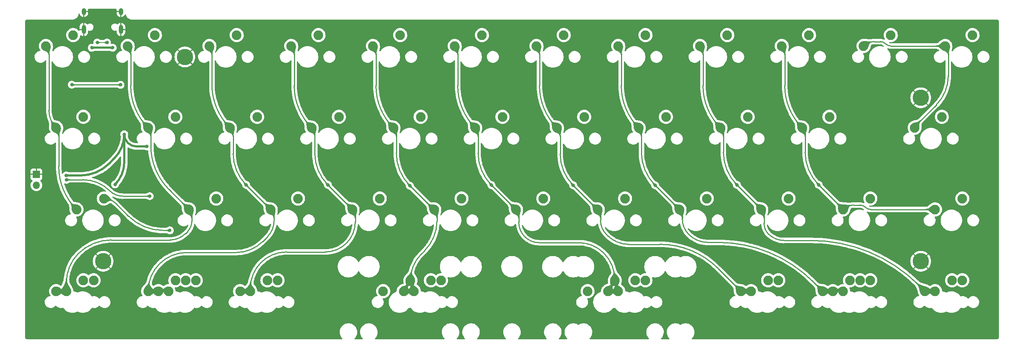
<source format=gbr>
%TF.GenerationSoftware,KiCad,Pcbnew,(6.0.1)*%
%TF.CreationDate,2022-03-03T09:55:52+01:00*%
%TF.ProjectId,bm42,626d3432-2e6b-4696-9361-645f70636258,rev?*%
%TF.SameCoordinates,Original*%
%TF.FileFunction,Copper,L1,Top*%
%TF.FilePolarity,Positive*%
%FSLAX46Y46*%
G04 Gerber Fmt 4.6, Leading zero omitted, Abs format (unit mm)*
G04 Created by KiCad (PCBNEW (6.0.1)) date 2022-03-03 09:55:52*
%MOMM*%
%LPD*%
G01*
G04 APERTURE LIST*
%TA.AperFunction,ComponentPad*%
%ADD10C,2.250000*%
%TD*%
%TA.AperFunction,ComponentPad*%
%ADD11C,3.800000*%
%TD*%
%TA.AperFunction,ComponentPad*%
%ADD12R,1.700000X1.700000*%
%TD*%
%TA.AperFunction,ComponentPad*%
%ADD13O,1.700000X1.700000*%
%TD*%
%TA.AperFunction,ComponentPad*%
%ADD14O,1.000000X2.100000*%
%TD*%
%TA.AperFunction,ComponentPad*%
%ADD15O,1.000000X1.600000*%
%TD*%
%TA.AperFunction,ViaPad*%
%ADD16C,0.800000*%
%TD*%
%TA.AperFunction,Conductor*%
%ADD17C,0.500000*%
%TD*%
%TA.AperFunction,Conductor*%
%ADD18C,0.250000*%
%TD*%
%TA.AperFunction,Conductor*%
%ADD19C,0.200000*%
%TD*%
G04 APERTURE END LIST*
D10*
%TO.P,MX26,1,COL*%
%TO.N,col3*%
X110490000Y-105410000D03*
%TO.P,MX26,2,ROW*%
%TO.N,Net-(D15-Pad3)*%
X116840000Y-102870000D03*
%TD*%
%TO.P,MX55,1,COL*%
%TO.N,col8*%
X243840000Y-124460000D03*
%TO.P,MX55,2,ROW*%
%TO.N,Net-(D24-Pad3)*%
X250190000Y-121920000D03*
%TD*%
%TO.P,MX5,1,COL*%
%TO.N,col4*%
X115252500Y-67310000D03*
%TO.P,MX5,2,ROW*%
%TO.N,Net-(D3-Pad3)*%
X121602500Y-64770000D03*
%TD*%
%TO.P,MX52,1,COL*%
%TO.N,col6*%
X200977500Y-124460000D03*
%TO.P,MX52,2,ROW*%
%TO.N,Net-(D23-Pad2)*%
X207327500Y-121920000D03*
%TD*%
%TO.P,MX31,1,COL*%
%TO.N,col8*%
X205740000Y-105410000D03*
%TO.P,MX31,2,ROW*%
%TO.N,Net-(D18-Pad2)*%
X212090000Y-102870000D03*
%TD*%
%TO.P,MX3,1,COL*%
%TO.N,col2*%
X77152500Y-67310000D03*
%TO.P,MX3,2,ROW*%
%TO.N,Net-(D2-Pad3)*%
X83502500Y-64770000D03*
%TD*%
%TO.P,MX15,1,COL*%
%TO.N,col3*%
X100965000Y-86360000D03*
%TO.P,MX15,2,ROW*%
%TO.N,Net-(D9-Pad2)*%
X107315000Y-83820000D03*
%TD*%
%TO.P,MX12,1,COL*%
%TO.N,col0*%
X41433750Y-86360000D03*
%TO.P,MX12,2,ROW*%
%TO.N,Net-(D19-Pad2)*%
X47783750Y-83820000D03*
%TD*%
%TO.P,MX32,1,COL*%
%TO.N,col9*%
X224790000Y-105410000D03*
%TO.P,MX32,2,ROW*%
%TO.N,Net-(D18-Pad3)*%
X231140000Y-102870000D03*
%TD*%
%TO.P,MX1,1,COL*%
%TO.N,col0*%
X39052500Y-67310000D03*
%TO.P,MX1,2,ROW*%
%TO.N,Net-(D1-Pad3)*%
X45402500Y-64770000D03*
%TD*%
%TO.P,MX43,1,COL*%
%TO.N,col10*%
X248602500Y-67310000D03*
%TO.P,MX43,2,ROW*%
%TO.N,Net-(D25-Pad3)*%
X254952500Y-64770000D03*
%TD*%
%TO.P,MX34,1,COL*%
%TO.N,col1*%
X41433750Y-124460000D03*
%TO.P,MX34,2,ROW*%
%TO.N,Net-(D19-Pad3)*%
X47783750Y-121920000D03*
%TD*%
%TO.P,MX2,1,COL*%
%TO.N,col1*%
X58102500Y-67310000D03*
%TO.P,MX2,2,ROW*%
%TO.N,Net-(D2-Pad2)*%
X64452500Y-64770000D03*
%TD*%
%TO.P,MX53,1,COL*%
%TO.N,col7*%
X222408750Y-124460000D03*
%TO.P,MX53,2,ROW*%
%TO.N,Net-(D23-Pad3)*%
X228758750Y-121920000D03*
%TD*%
%TO.P,MX25,1,COL*%
%TO.N,col2*%
X91440000Y-105410000D03*
%TO.P,MX25,2,ROW*%
%TO.N,Net-(D15-Pad2)*%
X97790000Y-102870000D03*
%TD*%
%TO.P,MX54,1,COL*%
%TO.N,col7*%
X220027500Y-124460000D03*
%TO.P,MX54,2,ROW*%
%TO.N,Net-(D23-Pad3)*%
X226377500Y-121920000D03*
%TD*%
%TO.P,MX50,1,COL*%
%TO.N,col2*%
X67627500Y-124460000D03*
%TO.P,MX50,2,ROW*%
%TO.N,Net-(D20-Pad2)*%
X73977500Y-121920000D03*
%TD*%
%TO.P,MX49,1,COL*%
%TO.N,col2*%
X65246250Y-124460000D03*
%TO.P,MX49,2,ROW*%
%TO.N,Net-(D20-Pad2)*%
X71596250Y-121920000D03*
%TD*%
%TO.P,MX22,1,COL*%
%TO.N,col10*%
X241458750Y-86360000D03*
%TO.P,MX22,2,ROW*%
%TO.N,Net-(D12-Pad3)*%
X247808750Y-83820000D03*
%TD*%
%TO.P,MX39,1,COL*%
%TO.N,col5*%
X172402500Y-124460000D03*
%TO.P,MX39,2,ROW*%
%TO.N,spc2*%
X178752500Y-121920000D03*
%TD*%
%TO.P,MX19,1,COL*%
%TO.N,col7*%
X177165000Y-86360000D03*
%TO.P,MX19,2,ROW*%
%TO.N,Net-(D11-Pad2)*%
X183515000Y-83820000D03*
%TD*%
%TO.P,MX7,1,COL*%
%TO.N,col6*%
X153352500Y-67310000D03*
%TO.P,MX7,2,ROW*%
%TO.N,Net-(D4-Pad3)*%
X159702500Y-64770000D03*
%TD*%
%TO.P,MX20,1,COL*%
%TO.N,col8*%
X196215000Y-86360000D03*
%TO.P,MX20,2,ROW*%
%TO.N,Net-(D11-Pad3)*%
X202565000Y-83820000D03*
%TD*%
%TO.P,MX48,1,COL*%
%TO.N,col1*%
X43815000Y-124460000D03*
%TO.P,MX48,2,ROW*%
%TO.N,Net-(D19-Pad3)*%
X50165000Y-121920000D03*
%TD*%
%TO.P,MX18,1,COL*%
%TO.N,col6*%
X158115000Y-86360000D03*
%TO.P,MX18,2,ROW*%
%TO.N,Net-(D10-Pad3)*%
X164465000Y-83820000D03*
%TD*%
%TO.P,MX17,1,COL*%
%TO.N,col5*%
X139065000Y-86360000D03*
%TO.P,MX17,2,ROW*%
%TO.N,Net-(D10-Pad2)*%
X145415000Y-83820000D03*
%TD*%
%TO.P,MX40,1,COL*%
%TO.N,col6*%
X203358750Y-124460000D03*
%TO.P,MX40,2,ROW*%
%TO.N,Net-(D23-Pad2)*%
X209708750Y-121920000D03*
%TD*%
%TO.P,MX36,1,COL*%
%TO.N,col3*%
X84296250Y-124460000D03*
%TO.P,MX36,2,ROW*%
%TO.N,Net-(D20-Pad3)*%
X90646250Y-121920000D03*
%TD*%
%TO.P,MX51,1,COL*%
%TO.N,col3*%
X86677500Y-124460000D03*
%TO.P,MX51,2,ROW*%
%TO.N,Net-(D20-Pad3)*%
X93027500Y-121920000D03*
%TD*%
%TO.P,MX27,1,COL*%
%TO.N,col4*%
X129540000Y-105410000D03*
%TO.P,MX27,2,ROW*%
%TO.N,Net-(D16-Pad2)*%
X135890000Y-102870000D03*
%TD*%
%TO.P,MX41,1,COL*%
%TO.N,col7*%
X224790000Y-124460000D03*
%TO.P,MX41,2,ROW*%
%TO.N,Net-(D23-Pad3)*%
X231140000Y-121920000D03*
%TD*%
%TO.P,MX37,1,COL*%
%TO.N,col4*%
X124777500Y-124460000D03*
%TO.P,MX37,2,ROW*%
%TO.N,spc1*%
X131127500Y-121920000D03*
%TD*%
%TO.P,MX46,1,COL*%
%TO.N,spc1*%
X117633750Y-124460000D03*
%TO.P,MX46,2,ROW*%
%TO.N,col4*%
X123983750Y-121920000D03*
%TD*%
%TO.P,MX14,1,COL*%
%TO.N,col2*%
X81915000Y-86360000D03*
%TO.P,MX14,2,ROW*%
%TO.N,Net-(D8-Pad3)*%
X88265000Y-83820000D03*
%TD*%
%TO.P,MX10,1,COL*%
%TO.N,col9*%
X210502500Y-67310000D03*
%TO.P,MX10,2,ROW*%
%TO.N,Net-(D6-Pad2)*%
X216852500Y-64770000D03*
%TD*%
%TO.P,MX4,1,COL*%
%TO.N,col3*%
X96202500Y-67310000D03*
%TO.P,MX4,2,ROW*%
%TO.N,Net-(D3-Pad2)*%
X102552500Y-64770000D03*
%TD*%
%TO.P,MX45,1,COL*%
%TO.N,col5*%
X170021250Y-124460000D03*
%TO.P,MX45,2,ROW*%
%TO.N,spc2*%
X176371250Y-121920000D03*
%TD*%
%TO.P,MX33,1,COL*%
%TO.N,col9*%
X246221250Y-105410000D03*
%TO.P,MX33,2,ROW*%
%TO.N,Net-(D24-Pad2)*%
X252571250Y-102870000D03*
%TD*%
%TO.P,MX21,1,COL*%
%TO.N,col9*%
X215265000Y-86360000D03*
%TO.P,MX21,2,ROW*%
%TO.N,Net-(D12-Pad2)*%
X221615000Y-83820000D03*
%TD*%
%TO.P,MX6,1,COL*%
%TO.N,col5*%
X134302500Y-67310000D03*
%TO.P,MX6,2,ROW*%
%TO.N,Net-(D4-Pad2)*%
X140652500Y-64770000D03*
%TD*%
%TO.P,MX23,1,COL*%
%TO.N,col0*%
X46196250Y-105410000D03*
%TO.P,MX23,2,ROW*%
%TO.N,Net-(D14-Pad2)*%
X52546250Y-102870000D03*
%TD*%
%TO.P,MX28,1,COL*%
%TO.N,col5*%
X148590000Y-105410000D03*
%TO.P,MX28,2,ROW*%
%TO.N,Net-(D16-Pad3)*%
X154940000Y-102870000D03*
%TD*%
%TO.P,MX47,1,COL*%
%TO.N,spc2*%
X165258750Y-124460000D03*
%TO.P,MX47,2,ROW*%
%TO.N,col5*%
X171608750Y-121920000D03*
%TD*%
%TO.P,MX29,1,COL*%
%TO.N,col6*%
X167640000Y-105410000D03*
%TO.P,MX29,2,ROW*%
%TO.N,Net-(D17-Pad2)*%
X173990000Y-102870000D03*
%TD*%
%TO.P,MX30,1,COL*%
%TO.N,col7*%
X186690000Y-105410000D03*
%TO.P,MX30,2,ROW*%
%TO.N,Net-(D17-Pad3)*%
X193040000Y-102870000D03*
%TD*%
%TO.P,MX9,1,COL*%
%TO.N,col8*%
X191452500Y-67310000D03*
%TO.P,MX9,2,ROW*%
%TO.N,Net-(D5-Pad3)*%
X197802500Y-64770000D03*
%TD*%
%TO.P,MX44,1,COL*%
%TO.N,col4*%
X122396250Y-124460000D03*
%TO.P,MX44,2,ROW*%
%TO.N,spc1*%
X128746250Y-121920000D03*
%TD*%
%TO.P,MX16,1,COL*%
%TO.N,col4*%
X120015000Y-86360000D03*
%TO.P,MX16,2,ROW*%
%TO.N,Net-(D9-Pad3)*%
X126365000Y-83820000D03*
%TD*%
%TO.P,MX24,1,COL*%
%TO.N,col1*%
X72390000Y-105410000D03*
%TO.P,MX24,2,ROW*%
%TO.N,Net-(D14-Pad3)*%
X78740000Y-102870000D03*
%TD*%
%TO.P,MX35,1,COL*%
%TO.N,col2*%
X62865000Y-124460000D03*
%TO.P,MX35,2,ROW*%
%TO.N,Net-(D20-Pad2)*%
X69215000Y-121920000D03*
%TD*%
%TO.P,MX42,1,COL*%
%TO.N,col8*%
X246221250Y-124460000D03*
%TO.P,MX42,2,ROW*%
%TO.N,Net-(D24-Pad3)*%
X252571250Y-121920000D03*
%TD*%
%TO.P,MX11,1,COL*%
%TO.N,col10*%
X229552500Y-67310000D03*
%TO.P,MX11,2,ROW*%
%TO.N,Net-(D6-Pad3)*%
X235902500Y-64770000D03*
%TD*%
%TO.P,MX13,1,COL*%
%TO.N,col1*%
X62865000Y-86360000D03*
%TO.P,MX13,2,ROW*%
%TO.N,Net-(D8-Pad2)*%
X69215000Y-83820000D03*
%TD*%
%TO.P,MX8,1,COL*%
%TO.N,col7*%
X172402500Y-67310000D03*
%TO.P,MX8,2,ROW*%
%TO.N,Net-(D5-Pad2)*%
X178752500Y-64770000D03*
%TD*%
D11*
%TO.P,H2,1,1*%
%TO.N,GND*%
X242887500Y-79375000D03*
%TD*%
%TO.P,H5,1,1*%
%TO.N,GND*%
X242887500Y-117475000D03*
%TD*%
%TO.P,H1,1,1*%
%TO.N,GND*%
X71437500Y-69850000D03*
%TD*%
%TO.P,H4,1,1*%
%TO.N,GND*%
X52387500Y-117475000D03*
%TD*%
D12*
%TO.P,RESET,1,1*%
%TO.N,GND*%
X36830000Y-97226200D03*
D13*
%TO.P,RESET,2,2*%
%TO.N,Net-(R6-Pad1)*%
X36830000Y-99766200D03*
%TD*%
D14*
%TO.P,USB1,S1,SHIELD*%
%TO.N,GND*%
X56517000Y-63455000D03*
D15*
X56517000Y-59275000D03*
D14*
X47877000Y-63455000D03*
D15*
X47877000Y-59275000D03*
%TD*%
D16*
%TO.N,+5V*%
X57302400Y-87884000D03*
X43789600Y-97485200D03*
X55168800Y-99568000D03*
X62585600Y-90728800D03*
%TO.N,GND*%
X73304400Y-95554800D03*
%TO.N,row0*%
X56438800Y-76352400D03*
X45085000Y-76327000D03*
%TO.N,VCC*%
X54610000Y-67716400D03*
X49733200Y-67716400D03*
%TO.N,col2*%
X85699600Y-99669600D03*
%TO.N,col3*%
X104749600Y-99669600D03*
%TO.N,col4*%
X123850400Y-99872800D03*
%TO.N,col5*%
X142849600Y-99720400D03*
%TO.N,col6*%
X161899600Y-99771200D03*
%TO.N,col7*%
X181000400Y-99771200D03*
%TO.N,col8*%
X200050400Y-99669600D03*
%TO.N,col9*%
X219100400Y-99669600D03*
%TO.N,D-*%
X51003200Y-66497200D03*
X53289200Y-66497200D03*
%TO.N,Net-(R6-Pad1)*%
X43842133Y-98483321D03*
X63246000Y-102311200D03*
%TO.N,Net-(D14-Pad2)*%
X67919600Y-110286800D03*
%TD*%
D17*
%TO.N,+5V*%
X54967533Y-93520866D02*
X53746400Y-94742000D01*
X60147200Y-90728800D02*
X62585600Y-90728800D01*
X57302400Y-87884000D02*
X57302400Y-94417034D01*
X47123730Y-97485200D02*
X43789600Y-97485200D01*
X54967533Y-93520866D02*
G75*
G03*
X57302400Y-87884000I-5636862J5636865D01*
G01*
X60147200Y-90728800D02*
G75*
G02*
X57302400Y-87884000I1J2844801D01*
G01*
X55168800Y-99568000D02*
G75*
G03*
X57302400Y-94417034I-5150963J5150965D01*
G01*
X47123730Y-97485200D02*
G75*
G03*
X53746400Y-94742000I-3J9365876D01*
G01*
D18*
%TO.N,row0*%
X45146321Y-76352400D02*
X56438800Y-76352400D01*
X45146321Y-76352399D02*
G75*
G02*
X45085001Y-76326999I-2J86716D01*
G01*
D17*
%TO.N,VCC*%
X49733200Y-67716400D02*
X54610000Y-67716400D01*
D18*
%TO.N,col0*%
X42037000Y-95368683D02*
X42037000Y-87816374D01*
X39751000Y-82297483D02*
X39751000Y-68996328D01*
X41433750Y-86360000D02*
G75*
G02*
X42037000Y-87816374I-1456372J-1456373D01*
G01*
X39052500Y-67310000D02*
G75*
G02*
X39751000Y-68996328I-1686326J-1686327D01*
G01*
X39751001Y-82297483D02*
G75*
G03*
X41433751Y-86359999I5745268J1D01*
G01*
X42037001Y-95368683D02*
G75*
G03*
X46196251Y-105409999I14200565J0D01*
G01*
%TO.N,col1*%
X71628000Y-110998000D02*
X72037172Y-110588828D01*
X73025000Y-108204000D02*
X73025000Y-106943025D01*
X43815000Y-124460000D02*
X43815000Y-122442312D01*
X41433750Y-124460000D02*
X43815000Y-124460000D01*
X72390000Y-105410000D02*
X67720721Y-100740721D01*
X58801000Y-76548637D02*
X58801000Y-68996328D01*
X63500000Y-90551000D02*
X63500000Y-87893025D01*
X54274128Y-112522000D02*
X67948739Y-112522000D01*
X58102500Y-67310000D02*
G75*
G02*
X58801000Y-68996328I-1686326J-1686327D01*
G01*
X63500001Y-90551000D02*
G75*
G03*
X67720721Y-100740721I14410441J0D01*
G01*
X54274128Y-112522000D02*
G75*
G03*
X46609000Y-115697000I1J-10840129D01*
G01*
X46609000Y-115697000D02*
G75*
G03*
X43815000Y-122442312I6745314J-6745313D01*
G01*
X62865000Y-86360000D02*
G75*
G02*
X63500000Y-87893025I-1533024J-1533025D01*
G01*
X73025000Y-108204000D02*
G75*
G02*
X72037172Y-110588828I-3372653J-1D01*
G01*
X58801000Y-76548637D02*
G75*
G03*
X62865000Y-86360000I13875368J3D01*
G01*
X71628000Y-110998000D02*
G75*
G02*
X67948739Y-112522000I-3679259J3679256D01*
G01*
X72390000Y-105410000D02*
G75*
G02*
X73025000Y-106943025I-1533024J-1533025D01*
G01*
%TO.N,col2*%
X65246250Y-124460000D02*
X67627500Y-124460000D01*
X62865000Y-124460000D02*
X65246250Y-124460000D01*
X71882000Y-115443000D02*
X83402898Y-115443000D01*
X82677000Y-88199630D02*
X82677000Y-92372399D01*
X85699600Y-99669600D02*
X91440000Y-105410000D01*
X89535000Y-112903000D02*
X90675356Y-111762644D01*
X92202000Y-108077000D02*
X92202000Y-107249630D01*
X77724000Y-76242031D02*
X77724000Y-68689723D01*
X77152500Y-67310000D02*
G75*
G02*
X77724000Y-68689723I-1379715J-1379720D01*
G01*
X91440000Y-105410000D02*
G75*
G02*
X92202000Y-107249630I-1839628J-1839630D01*
G01*
X85699600Y-99669600D02*
G75*
G02*
X82677000Y-92372399I7297190J7297197D01*
G01*
X92201999Y-108077000D02*
G75*
G02*
X90675355Y-111762643I-5212284J-1D01*
G01*
X77724001Y-76242031D02*
G75*
G03*
X81915001Y-86359999I14308976J3D01*
G01*
X82677000Y-88199630D02*
G75*
G03*
X81915000Y-86360000I-2601628J0D01*
G01*
X71882000Y-115443000D02*
G75*
G03*
X62865000Y-124460000I-1J-9016999D01*
G01*
X89535000Y-112903000D02*
G75*
G02*
X83402898Y-115443000I-6132101J6132099D01*
G01*
%TO.N,col3*%
X86677500Y-124460000D02*
X86677500Y-123761500D01*
X111125000Y-108331000D02*
X111125000Y-106943025D01*
X96901000Y-76548637D02*
X96901000Y-68996328D01*
X101701600Y-88138309D02*
X101701600Y-92311078D01*
X104749600Y-99669600D02*
X110490000Y-105410000D01*
X84296250Y-124460000D02*
X86677500Y-124460000D01*
X95123000Y-115316000D02*
X104140000Y-115316000D01*
X104749600Y-99669600D02*
G75*
G02*
X101701600Y-92311078I7358518J7358521D01*
G01*
X111125000Y-108331000D02*
G75*
G02*
X104140000Y-115316000I-6985000J0D01*
G01*
X95123000Y-115316000D02*
G75*
G03*
X86677500Y-123761500I1J-8445501D01*
G01*
X110490000Y-105410000D02*
G75*
G02*
X111125000Y-106943025I-1533024J-1533025D01*
G01*
X96901000Y-76548637D02*
G75*
G03*
X100965000Y-86360000I13875368J3D01*
G01*
X101701599Y-88138309D02*
G75*
G03*
X100964999Y-86360001I-2514912J-2D01*
G01*
X96202500Y-67310000D02*
G75*
G02*
X96901000Y-68996328I-1686326J-1686327D01*
G01*
%TO.N,col4*%
X123850400Y-99872800D02*
X129279837Y-105302237D01*
X115951000Y-76548637D02*
X115951000Y-68996328D01*
X124777500Y-124460000D02*
X123983750Y-121920000D01*
X126520672Y-115795327D02*
X127254000Y-115062000D01*
X122396250Y-124460000D02*
X124777500Y-124460000D01*
X130175000Y-108010083D02*
X130175000Y-106943025D01*
X123983750Y-121920000D02*
X122396250Y-124460000D01*
X120700800Y-88015667D02*
X120700800Y-92268993D01*
X123850400Y-99872800D02*
G75*
G02*
X120700800Y-92268993I7603806J7603807D01*
G01*
X120700800Y-88015667D02*
G75*
G03*
X120015000Y-86360000I-2341468J-1D01*
G01*
X115951000Y-76548637D02*
G75*
G03*
X120015000Y-86360000I13875368J3D01*
G01*
X129540000Y-105410000D02*
G75*
G02*
X129279837Y-105302237I0J367926D01*
G01*
X126520672Y-115795327D02*
G75*
G03*
X123983750Y-121920000I6124680J-6124675D01*
G01*
X130174999Y-108010083D02*
G75*
G02*
X127253999Y-115061999I-9972913J-1D01*
G01*
X129540000Y-105410000D02*
G75*
G02*
X130175000Y-106943025I-1533024J-1533025D01*
G01*
X115252500Y-67310000D02*
G75*
G02*
X115951000Y-68996328I-1686326J-1686327D01*
G01*
%TO.N,col5*%
X170021250Y-124460000D02*
X171608750Y-121920000D01*
X153994656Y-113157000D02*
X163211503Y-113157000D01*
X171608750Y-121778753D02*
X171608750Y-121920000D01*
X142849600Y-99720400D02*
X148503279Y-105374079D01*
X171608750Y-121920000D02*
X172402500Y-124460000D01*
X139750800Y-88015667D02*
X139750800Y-92239236D01*
X135001000Y-76548637D02*
X135001000Y-68996328D01*
X170021250Y-124460000D02*
X172402500Y-124460000D01*
X149225000Y-106943025D02*
X149225000Y-108387344D01*
X150622000Y-111760000D02*
G75*
G02*
X149225000Y-108387344I3372652J3372654D01*
G01*
X169037000Y-115570000D02*
G75*
G03*
X163211503Y-113157000I-5825494J-5825490D01*
G01*
X142849600Y-99720400D02*
G75*
G02*
X139750800Y-92239236I7481157J7481162D01*
G01*
X149225000Y-106943025D02*
G75*
G03*
X148590000Y-105410000I-2168024J0D01*
G01*
X148590000Y-105409999D02*
G75*
G02*
X148503280Y-105374078I2J122646D01*
G01*
X171608749Y-121778753D02*
G75*
G03*
X169036999Y-115570001I-8780494J3D01*
G01*
X134302500Y-67310000D02*
G75*
G02*
X135001000Y-68996328I-1686326J-1686327D01*
G01*
X153994656Y-113156999D02*
G75*
G02*
X150622001Y-111759999I1J4769657D01*
G01*
X135001000Y-76548637D02*
G75*
G03*
X139065000Y-86360000I13875368J3D01*
G01*
X139750800Y-88015667D02*
G75*
G03*
X139065000Y-86360000I-2341468J-1D01*
G01*
%TO.N,col6*%
X200977500Y-124460000D02*
X195668160Y-119150660D01*
X169926000Y-111506000D02*
X169622039Y-111202039D01*
X168275000Y-107950000D02*
X168275000Y-106943025D01*
X158877000Y-88199630D02*
X158877000Y-92473999D01*
X182118000Y-113538000D02*
X174831681Y-113538000D01*
X161899600Y-99771200D02*
X167466558Y-105338158D01*
X154051000Y-76548637D02*
X154051000Y-68996328D01*
X200977500Y-124460000D02*
X203358750Y-124460000D01*
X168275001Y-107950000D02*
G75*
G03*
X169622040Y-111202038I4599081J2D01*
G01*
X158877000Y-88199630D02*
G75*
G03*
X158115000Y-86360000I-2601628J0D01*
G01*
X169926000Y-111506000D02*
G75*
G03*
X174831681Y-113538000I4905681J4905680D01*
G01*
X153352500Y-67310000D02*
G75*
G02*
X154051000Y-68996328I-1686326J-1686327D01*
G01*
X167640000Y-105410000D02*
G75*
G02*
X167466558Y-105338158I-2J245279D01*
G01*
X154051000Y-76548637D02*
G75*
G03*
X158115000Y-86360000I13875368J3D01*
G01*
X182118000Y-113538001D02*
G75*
G02*
X195668159Y-119150661I0J-19162820D01*
G01*
X167640000Y-105410000D02*
G75*
G02*
X168275000Y-106943025I-1533024J-1533025D01*
G01*
X161899600Y-99771200D02*
G75*
G02*
X158877000Y-92473999I7297190J7297197D01*
G01*
%TO.N,col7*%
X187325000Y-107572739D02*
X187325000Y-106943025D01*
X222408750Y-124460000D02*
X220027500Y-124460000D01*
X224790000Y-124460000D02*
X222408750Y-124460000D01*
X217860742Y-122293243D02*
X220027500Y-124460000D01*
X181000400Y-99771200D02*
X186603279Y-105374079D01*
X173101000Y-76548637D02*
X173101000Y-68996328D01*
X195638480Y-113088480D02*
X193282654Y-113088480D01*
X177800000Y-87893025D02*
X177800000Y-92044751D01*
X172402500Y-67310000D02*
G75*
G02*
X173101000Y-68996328I-1686326J-1686327D01*
G01*
X188849000Y-111252000D02*
G75*
G03*
X193282654Y-113088480I4433656J4433659D01*
G01*
X217860742Y-122293243D02*
G75*
G03*
X195638480Y-113088480I-22222261J-22222258D01*
G01*
X181000400Y-99771200D02*
G75*
G02*
X177800000Y-92044751I7726451J7726450D01*
G01*
X177800000Y-87893025D02*
G75*
G03*
X177165000Y-86360000I-2168024J0D01*
G01*
X186690000Y-105409999D02*
G75*
G02*
X186603280Y-105374078I2J122646D01*
G01*
X187325001Y-107572739D02*
G75*
G03*
X188849001Y-111251999I5203257J-1D01*
G01*
X186690000Y-105410000D02*
G75*
G02*
X187325000Y-106943025I-1533024J-1533025D01*
G01*
X173101000Y-76548637D02*
G75*
G03*
X177165000Y-86360000I13875368J3D01*
G01*
%TO.N,col8*%
X246221250Y-124460000D02*
X243840000Y-124460000D01*
X217286960Y-112638960D02*
X211046022Y-112638960D01*
X196900800Y-88015667D02*
X196900800Y-92065793D01*
X192151000Y-76548637D02*
X192151000Y-68996328D01*
X206375000Y-106045000D02*
X206375000Y-108672160D01*
X200050400Y-99669600D02*
X205704079Y-105323279D01*
X243840000Y-124460000D02*
X242436057Y-123056057D01*
X217286960Y-112638961D02*
G75*
G02*
X242436056Y-123056058I1J-35566191D01*
G01*
X207391000Y-111125000D02*
G75*
G03*
X211046022Y-112638960I3655022J3655020D01*
G01*
X200050400Y-99669600D02*
G75*
G02*
X196900800Y-92065793I7603806J7603807D01*
G01*
X206375000Y-106045000D02*
G75*
G03*
X205740000Y-105410000I-634999J1D01*
G01*
X192151000Y-76548637D02*
G75*
G03*
X196215000Y-86360000I13875368J3D01*
G01*
X205739999Y-105410000D02*
G75*
G03*
X205704078Y-105323280I-122646J-2D01*
G01*
X206375001Y-108672160D02*
G75*
G03*
X207391001Y-111124999I3468838J0D01*
G01*
X191452500Y-67310000D02*
G75*
G02*
X192151000Y-68996328I-1686326J-1686327D01*
G01*
X196900800Y-88015667D02*
G75*
G03*
X196215000Y-86360000I-2341468J-1D01*
G01*
%TO.N,col9*%
X211201000Y-76548637D02*
X211201000Y-68996328D01*
X224818172Y-105381828D02*
X224790000Y-105410000D01*
X246221250Y-105410000D02*
X231223420Y-105410000D01*
X228770580Y-104394000D02*
X227203000Y-104394000D01*
X219100400Y-99669600D02*
X224754079Y-105323279D01*
X215950800Y-88015667D02*
X215950800Y-92065793D01*
X215950800Y-88015667D02*
G75*
G03*
X215265000Y-86360000I-2341468J-1D01*
G01*
X219100400Y-99669600D02*
G75*
G02*
X215950800Y-92065793I7603806J7603807D01*
G01*
X224789999Y-105410000D02*
G75*
G03*
X224754078Y-105323280I-122646J-2D01*
G01*
X229997000Y-104902000D02*
G75*
G03*
X231223420Y-105410000I1226422J1226424D01*
G01*
X228770580Y-104394001D02*
G75*
G02*
X229996999Y-104902001I2J-1734414D01*
G01*
X224818172Y-105381828D02*
G75*
G02*
X227203000Y-104394000I2384827J-2384825D01*
G01*
X210502500Y-67310000D02*
G75*
G02*
X211201000Y-68996328I-1686326J-1686327D01*
G01*
X211201000Y-76548637D02*
G75*
G03*
X215265000Y-86360000I13875368J3D01*
G01*
D19*
%TO.N,D-*%
X51003200Y-66497200D02*
X53289200Y-66497200D01*
D18*
%TO.N,Net-(R6-Pad1)*%
X47723534Y-98483321D02*
X43842133Y-98483321D01*
X63246000Y-102311200D02*
X56964851Y-102311200D01*
X47723534Y-98483322D02*
G75*
G02*
X53898800Y-101041200I3J-8733138D01*
G01*
X53898800Y-101041200D02*
G75*
G03*
X56964851Y-102311200I3066052J3066052D01*
G01*
%TO.N,Net-(D14-Pad2)*%
X55375524Y-104041923D02*
X58267600Y-106934000D01*
X67919600Y-110286800D02*
X66361975Y-110286800D01*
X55375524Y-104041923D02*
G75*
G03*
X52546250Y-102870000I-2829275J-2829278D01*
G01*
X58267600Y-106934000D02*
G75*
G03*
X66361975Y-110286800I8094374J8094372D01*
G01*
%TO.N,col10*%
X248602500Y-67310000D02*
X235922420Y-67310000D01*
X241660806Y-85872194D02*
X246507000Y-81026000D01*
X249301000Y-74280688D02*
X249301000Y-68996328D01*
X233469580Y-66294000D02*
X232005340Y-66294000D01*
X234696000Y-66802000D02*
G75*
G03*
X235922420Y-67310000I1226422J1226424D01*
G01*
X249300999Y-74280688D02*
G75*
G02*
X246507000Y-81026000I-9539309J-1D01*
G01*
X241660806Y-85872194D02*
G75*
G03*
X241458750Y-86360000I487808J-487807D01*
G01*
X229552500Y-67310000D02*
G75*
G02*
X232005340Y-66294000I2452840J-2452839D01*
G01*
X233469580Y-66294001D02*
G75*
G02*
X234695999Y-66802001I2J-1734414D01*
G01*
X248602500Y-67310000D02*
G75*
G02*
X249301000Y-68996328I-1686326J-1686327D01*
G01*
%TD*%
%TA.AperFunction,Conductor*%
%TO.N,col6*%
G36*
X168010642Y-105149250D02*
G01*
X168756787Y-105407161D01*
X168763487Y-105413103D01*
X168764656Y-105418682D01*
X168754800Y-105667579D01*
X168754715Y-105668594D01*
X168727105Y-105885472D01*
X168726934Y-105886472D01*
X168686246Y-106074243D01*
X168686044Y-106075038D01*
X168636580Y-106244786D01*
X168636457Y-106245180D01*
X168582500Y-106407976D01*
X168528480Y-106574533D01*
X168478839Y-106755601D01*
X168478797Y-106755815D01*
X168478795Y-106755822D01*
X168459116Y-106855243D01*
X168437960Y-106962120D01*
X168410220Y-107205027D01*
X168410212Y-107205256D01*
X168400397Y-107483974D01*
X168396681Y-107492121D01*
X168388704Y-107495262D01*
X168160883Y-107495262D01*
X168152610Y-107491835D01*
X168149214Y-107484407D01*
X168134229Y-107277438D01*
X168134229Y-107277435D01*
X168134190Y-107276903D01*
X168088725Y-107102779D01*
X168016546Y-106964892D01*
X168016091Y-106964372D01*
X168016089Y-106964369D01*
X167920980Y-106855681D01*
X167920597Y-106855243D01*
X167849002Y-106800425D01*
X167804122Y-106766062D01*
X167804117Y-106766059D01*
X167803821Y-106765832D01*
X167739608Y-106729034D01*
X167669343Y-106688767D01*
X167669333Y-106688762D01*
X167669159Y-106688662D01*
X167668984Y-106688576D01*
X167668977Y-106688573D01*
X167519556Y-106615733D01*
X167358142Y-106539136D01*
X167357775Y-106538954D01*
X167187665Y-106450796D01*
X167186940Y-106450387D01*
X167017811Y-106346867D01*
X167012544Y-106339625D01*
X167012554Y-106334108D01*
X167075927Y-106075038D01*
X167357608Y-104923523D01*
X168010642Y-105149250D01*
G37*
%TD.AperFunction*%
%TD*%
%TA.AperFunction,Conductor*%
%TO.N,col5*%
G36*
X142408301Y-99060670D02*
G01*
X142461943Y-99118471D01*
X142518579Y-99169113D01*
X142518843Y-99169300D01*
X142518844Y-99169301D01*
X142571787Y-99206848D01*
X142571794Y-99206852D01*
X142572084Y-99207058D01*
X142587449Y-99215334D01*
X142623698Y-99234860D01*
X142623704Y-99234863D01*
X142623994Y-99235019D01*
X142624299Y-99235141D01*
X142624306Y-99235144D01*
X142660461Y-99249572D01*
X142675846Y-99255711D01*
X142701061Y-99263340D01*
X142729049Y-99271809D01*
X142729065Y-99271813D01*
X142729176Y-99271847D01*
X142785519Y-99286140D01*
X142846262Y-99301268D01*
X142846534Y-99301339D01*
X142888006Y-99312949D01*
X142913113Y-99319977D01*
X142913683Y-99320153D01*
X142980018Y-99342427D01*
X142986770Y-99348309D01*
X142987994Y-99353511D01*
X142988068Y-99468416D01*
X142988322Y-99864469D01*
X142711402Y-99853816D01*
X142477713Y-99844826D01*
X142469578Y-99841084D01*
X142466949Y-99836474D01*
X142446255Y-99766971D01*
X142446111Y-99766440D01*
X142429164Y-99697901D01*
X142429087Y-99697567D01*
X142415665Y-99635522D01*
X142415662Y-99635509D01*
X142403309Y-99578093D01*
X142403305Y-99578077D01*
X142403284Y-99577978D01*
X142389472Y-99523049D01*
X142371716Y-99468669D01*
X142347505Y-99412773D01*
X142314326Y-99353296D01*
X142269668Y-99288171D01*
X142269535Y-99288006D01*
X142269527Y-99287995D01*
X142218126Y-99224161D01*
X142215607Y-99215568D01*
X142219614Y-99207949D01*
X142392101Y-99059756D01*
X142400610Y-99056963D01*
X142408301Y-99060670D01*
G37*
%TD.AperFunction*%
%TD*%
%TA.AperFunction,Conductor*%
%TO.N,col7*%
G36*
X222906667Y-123451644D02*
G01*
X223033823Y-123521517D01*
X223112026Y-123564491D01*
X223113016Y-123565101D01*
X223288410Y-123685597D01*
X223289138Y-123686141D01*
X223438434Y-123806774D01*
X223438779Y-123807063D01*
X223572852Y-123924204D01*
X223584071Y-123933713D01*
X223702240Y-124033875D01*
X223837564Y-124132136D01*
X223989601Y-124215183D01*
X224169126Y-124279212D01*
X224386917Y-124320419D01*
X224653750Y-124335000D01*
X224653750Y-124585000D01*
X224386917Y-124599580D01*
X224169126Y-124640787D01*
X223989601Y-124704816D01*
X223896629Y-124755600D01*
X223761875Y-124755600D01*
X223761700Y-124755612D01*
X223761688Y-124755612D01*
X223540384Y-124770311D01*
X223540378Y-124770312D01*
X223539999Y-124770337D01*
X223539622Y-124770413D01*
X223248110Y-124829192D01*
X223248102Y-124829194D01*
X223247726Y-124829270D01*
X223127404Y-124870700D01*
X222966173Y-124926216D01*
X222966168Y-124926218D01*
X222965814Y-124926340D01*
X222699216Y-125059842D01*
X222698900Y-125060057D01*
X222572766Y-125145777D01*
X222563998Y-125147593D01*
X222558081Y-125144534D01*
X222408750Y-125000929D01*
X221846250Y-124460000D01*
X222408750Y-123919071D01*
X222892923Y-123453465D01*
X222901262Y-123450200D01*
X222906667Y-123451644D01*
G37*
%TD.AperFunction*%
%TD*%
%TA.AperFunction,Conductor*%
%TO.N,col5*%
G36*
X171317096Y-122622495D02*
G01*
X171188039Y-122856496D01*
X171107554Y-123063021D01*
X171066702Y-123249194D01*
X171056546Y-123422135D01*
X171068150Y-123588967D01*
X171092575Y-123756814D01*
X171120885Y-123932796D01*
X171144141Y-124124037D01*
X171153408Y-124337659D01*
X171139747Y-124580785D01*
X169906755Y-124890825D01*
X169905267Y-124891199D01*
X169900336Y-124892439D01*
X169874936Y-124898826D01*
X169867288Y-124898151D01*
X169853189Y-124891814D01*
X169853181Y-124891811D01*
X169852836Y-124891656D01*
X169852467Y-124891546D01*
X169852459Y-124891543D01*
X169771478Y-124867402D01*
X169710953Y-124849359D01*
X169704004Y-124843713D01*
X169702848Y-124840561D01*
X169424322Y-123515961D01*
X169425974Y-123507159D01*
X169430063Y-123503340D01*
X169553153Y-123434531D01*
X169634604Y-123389000D01*
X169635644Y-123388485D01*
X169830762Y-123303624D01*
X169831608Y-123303294D01*
X170013057Y-123240618D01*
X170013485Y-123240479D01*
X170183869Y-123188873D01*
X170345255Y-123137338D01*
X170345262Y-123137335D01*
X170345445Y-123137277D01*
X170500491Y-123074601D01*
X170651494Y-122989689D01*
X170800939Y-122871387D01*
X170951311Y-122708540D01*
X171105097Y-122489995D01*
X171317096Y-122622495D01*
G37*
%TD.AperFunction*%
%TD*%
%TA.AperFunction,Conductor*%
%TO.N,col8*%
G36*
X204269831Y-103711412D02*
G01*
X204463132Y-103884975D01*
X204648472Y-104012272D01*
X204822560Y-104096406D01*
X204929558Y-104129233D01*
X204990002Y-104147778D01*
X204990005Y-104147779D01*
X204990358Y-104147887D01*
X204990720Y-104147951D01*
X204990725Y-104147952D01*
X205156604Y-104177185D01*
X205156617Y-104177187D01*
X205156828Y-104177224D01*
X205326929Y-104194928D01*
X205326959Y-104194931D01*
X205326971Y-104194932D01*
X205505375Y-104211486D01*
X205505860Y-104211541D01*
X205550330Y-104217547D01*
X205697425Y-104237416D01*
X205698327Y-104237575D01*
X205801424Y-104260010D01*
X205908058Y-104283215D01*
X205909192Y-104283522D01*
X205994412Y-104311271D01*
X206134690Y-104356947D01*
X206141495Y-104362766D01*
X206142766Y-104368215D01*
X206132869Y-105171246D01*
X206124871Y-105820219D01*
X205279940Y-105776737D01*
X204831863Y-105753678D01*
X204674669Y-105745589D01*
X204666583Y-105741741D01*
X204663939Y-105736820D01*
X204605856Y-105511118D01*
X204605627Y-105510009D01*
X204572841Y-105300291D01*
X204572740Y-105299433D01*
X204557187Y-105108336D01*
X204557161Y-105107938D01*
X204548800Y-104930488D01*
X204548798Y-104930445D01*
X204548794Y-104930370D01*
X204537549Y-104761666D01*
X204513336Y-104597066D01*
X204466054Y-104431623D01*
X204385605Y-104260392D01*
X204329060Y-104177224D01*
X204262109Y-104078750D01*
X204262106Y-104078746D01*
X204261889Y-104078427D01*
X204092194Y-103889029D01*
X204089227Y-103880583D01*
X204092636Y-103872951D01*
X204253742Y-103711845D01*
X204262015Y-103708418D01*
X204269831Y-103711412D01*
G37*
%TD.AperFunction*%
%TD*%
%TA.AperFunction,Conductor*%
%TO.N,col7*%
G36*
X177560278Y-86107765D02*
G01*
X177560278Y-86107766D01*
X178281787Y-86357161D01*
X178288487Y-86363103D01*
X178289656Y-86368682D01*
X178279800Y-86617579D01*
X178279715Y-86618594D01*
X178252105Y-86835472D01*
X178251934Y-86836472D01*
X178211246Y-87024243D01*
X178211044Y-87025038D01*
X178161580Y-87194786D01*
X178161457Y-87195180D01*
X178107500Y-87357976D01*
X178053480Y-87524533D01*
X178003839Y-87705601D01*
X178003797Y-87705815D01*
X178003795Y-87705822D01*
X177984116Y-87805243D01*
X177962960Y-87912120D01*
X177935220Y-88155027D01*
X177935212Y-88155256D01*
X177925397Y-88433974D01*
X177921681Y-88442121D01*
X177913704Y-88445262D01*
X177685883Y-88445262D01*
X177677610Y-88441835D01*
X177674214Y-88434407D01*
X177659229Y-88227438D01*
X177659229Y-88227435D01*
X177659190Y-88226903D01*
X177613725Y-88052779D01*
X177541546Y-87914892D01*
X177541091Y-87914372D01*
X177541089Y-87914369D01*
X177445980Y-87805681D01*
X177445597Y-87805243D01*
X177374002Y-87750425D01*
X177329122Y-87716062D01*
X177329117Y-87716059D01*
X177328821Y-87715832D01*
X177264608Y-87679034D01*
X177194343Y-87638767D01*
X177194333Y-87638762D01*
X177194159Y-87638662D01*
X177193984Y-87638576D01*
X177193977Y-87638573D01*
X177044556Y-87565733D01*
X176883142Y-87489136D01*
X176882775Y-87488954D01*
X176712665Y-87400796D01*
X176711940Y-87400387D01*
X176542811Y-87296867D01*
X176537544Y-87289625D01*
X176537554Y-87284108D01*
X176559404Y-87194786D01*
X176601025Y-87024640D01*
X176675266Y-86721141D01*
X176882608Y-85873523D01*
X177560278Y-86107765D01*
G37*
%TD.AperFunction*%
%TD*%
%TA.AperFunction,Conductor*%
%TO.N,col10*%
G36*
X230070821Y-66167754D02*
G01*
X230071455Y-66167794D01*
X230246921Y-66183943D01*
X230247219Y-66183975D01*
X230416299Y-66204603D01*
X230588962Y-66224754D01*
X230588973Y-66224755D01*
X230589075Y-66224767D01*
X230589165Y-66224774D01*
X230589174Y-66224775D01*
X230642917Y-66229022D01*
X230775638Y-66239511D01*
X230775798Y-66239514D01*
X230775811Y-66239515D01*
X230986033Y-66243894D01*
X230986037Y-66243894D01*
X230986232Y-66243898D01*
X231052177Y-66240961D01*
X231230909Y-66233001D01*
X231230925Y-66233000D01*
X231231100Y-66232992D01*
X231231266Y-66232974D01*
X231231281Y-66232973D01*
X231509176Y-66203073D01*
X231517769Y-66205595D01*
X231522021Y-66213127D01*
X231524727Y-66233001D01*
X231552755Y-66438857D01*
X231550476Y-66447516D01*
X231543649Y-66451868D01*
X231404908Y-66482051D01*
X231328053Y-66498771D01*
X231155767Y-66574864D01*
X231155196Y-66575312D01*
X231155195Y-66575312D01*
X231028139Y-66674847D01*
X231028137Y-66674849D01*
X231027560Y-66675301D01*
X230933639Y-66797534D01*
X230864210Y-66939014D01*
X230809478Y-67097192D01*
X230809437Y-67097335D01*
X230759649Y-67269521D01*
X230759623Y-67269607D01*
X230705027Y-67453128D01*
X230704823Y-67453751D01*
X230635713Y-67645917D01*
X230635289Y-67646940D01*
X230545330Y-67838095D01*
X230538707Y-67844121D01*
X230533081Y-67844694D01*
X229954664Y-67761641D01*
X229108121Y-67640089D01*
X229100420Y-67635521D01*
X229098338Y-67626089D01*
X229134824Y-67453451D01*
X229398962Y-66203621D01*
X229404025Y-66196236D01*
X229409197Y-66194404D01*
X229657808Y-66168534D01*
X229658612Y-66168478D01*
X229877858Y-66160979D01*
X229878664Y-66160979D01*
X230070821Y-66167754D01*
G37*
%TD.AperFunction*%
%TD*%
%TA.AperFunction,Conductor*%
%TO.N,col3*%
G36*
X110874971Y-105154203D02*
G01*
X111606787Y-105407161D01*
X111613487Y-105413103D01*
X111614656Y-105418682D01*
X111604800Y-105667579D01*
X111604715Y-105668594D01*
X111577105Y-105885472D01*
X111576934Y-105886472D01*
X111536246Y-106074243D01*
X111536044Y-106075038D01*
X111486580Y-106244786D01*
X111486457Y-106245180D01*
X111432500Y-106407976D01*
X111378480Y-106574533D01*
X111328839Y-106755601D01*
X111328797Y-106755815D01*
X111328795Y-106755822D01*
X111309116Y-106855243D01*
X111287960Y-106962120D01*
X111260220Y-107205027D01*
X111260212Y-107205256D01*
X111250397Y-107483974D01*
X111246681Y-107492121D01*
X111238704Y-107495262D01*
X111010883Y-107495262D01*
X111002610Y-107491835D01*
X110999214Y-107484407D01*
X110984229Y-107277438D01*
X110984229Y-107277435D01*
X110984190Y-107276903D01*
X110938725Y-107102779D01*
X110866546Y-106964892D01*
X110866091Y-106964372D01*
X110866089Y-106964369D01*
X110770980Y-106855681D01*
X110770597Y-106855243D01*
X110699002Y-106800425D01*
X110654122Y-106766062D01*
X110654117Y-106766059D01*
X110653821Y-106765832D01*
X110589608Y-106729034D01*
X110519343Y-106688767D01*
X110519333Y-106688762D01*
X110519159Y-106688662D01*
X110518984Y-106688576D01*
X110518977Y-106688573D01*
X110369556Y-106615733D01*
X110208142Y-106539136D01*
X110207775Y-106538954D01*
X110037665Y-106450796D01*
X110036940Y-106450387D01*
X109867811Y-106346867D01*
X109862544Y-106339625D01*
X109862554Y-106334108D01*
X109884404Y-106244786D01*
X109926025Y-106074640D01*
X109995578Y-105790306D01*
X110207608Y-104923523D01*
X110874971Y-105154203D01*
G37*
%TD.AperFunction*%
%TD*%
%TA.AperFunction,Conductor*%
%TO.N,+5V*%
G36*
X57293946Y-87689548D02*
G01*
X57400231Y-87785557D01*
X57400235Y-87785561D01*
X57667785Y-88027242D01*
X57671627Y-88035329D01*
X57670854Y-88040144D01*
X57652139Y-88088522D01*
X57634202Y-88140448D01*
X57620206Y-88190004D01*
X57610409Y-88238780D01*
X57605070Y-88288368D01*
X57604450Y-88340356D01*
X57604470Y-88340610D01*
X57604470Y-88340617D01*
X57608790Y-88396132D01*
X57608806Y-88396334D01*
X57618398Y-88457894D01*
X57633484Y-88526625D01*
X57633512Y-88526729D01*
X57651342Y-88593026D01*
X57650181Y-88601906D01*
X57643291Y-88607304D01*
X57185311Y-88739600D01*
X57176412Y-88738604D01*
X57170794Y-88731504D01*
X57155374Y-88676241D01*
X57147846Y-88649259D01*
X57126405Y-88567305D01*
X57108246Y-88494944D01*
X57091970Y-88430107D01*
X57076178Y-88370725D01*
X57059472Y-88314729D01*
X57040454Y-88260049D01*
X57017724Y-88204616D01*
X56989885Y-88146360D01*
X56955537Y-88083213D01*
X57281178Y-87693089D01*
X57289109Y-87688935D01*
X57293946Y-87689548D01*
G37*
%TD.AperFunction*%
%TD*%
%TA.AperFunction,Conductor*%
%TO.N,col8*%
G36*
X199608651Y-99010074D02*
G01*
X199662378Y-99067831D01*
X199719084Y-99118431D01*
X199772639Y-99156342D01*
X199824582Y-99184275D01*
X199876455Y-99204945D01*
X199876685Y-99205015D01*
X199876695Y-99205018D01*
X199929663Y-99221022D01*
X199929683Y-99221028D01*
X199929797Y-99221062D01*
X199929907Y-99221090D01*
X199929929Y-99221096D01*
X199975314Y-99232594D01*
X199986150Y-99235339D01*
X200046899Y-99250452D01*
X200047184Y-99250527D01*
X200085335Y-99261196D01*
X200113775Y-99269150D01*
X200114323Y-99269318D01*
X200180705Y-99291587D01*
X200187457Y-99297466D01*
X200188682Y-99302667D01*
X200189166Y-99813626D01*
X199914354Y-99803138D01*
X199678551Y-99794140D01*
X199670415Y-99790401D01*
X199667785Y-99785791D01*
X199647076Y-99716310D01*
X199646932Y-99715779D01*
X199629980Y-99647288D01*
X199629902Y-99646954D01*
X199616460Y-99584890D01*
X199616457Y-99584877D01*
X199604081Y-99527437D01*
X199604078Y-99527422D01*
X199604063Y-99527355D01*
X199590232Y-99472439D01*
X199572452Y-99418079D01*
X199548208Y-99362215D01*
X199514986Y-99302784D01*
X199470273Y-99237725D01*
X199470124Y-99237540D01*
X199470117Y-99237531D01*
X199418673Y-99173794D01*
X199416143Y-99165204D01*
X199420142Y-99157581D01*
X199592449Y-99009178D01*
X199600954Y-99006375D01*
X199608651Y-99010074D01*
G37*
%TD.AperFunction*%
%TD*%
%TA.AperFunction,Conductor*%
%TO.N,col1*%
G36*
X41931667Y-123451644D02*
G01*
X42058823Y-123521517D01*
X42137026Y-123564491D01*
X42138016Y-123565101D01*
X42313410Y-123685597D01*
X42314138Y-123686141D01*
X42463434Y-123806774D01*
X42463779Y-123807063D01*
X42597852Y-123924204D01*
X42609071Y-123933713D01*
X42727240Y-124033875D01*
X42862564Y-124132136D01*
X43014601Y-124215183D01*
X43194126Y-124279212D01*
X43411917Y-124320419D01*
X43678750Y-124335000D01*
X43678750Y-124585000D01*
X43411917Y-124599580D01*
X43194126Y-124640787D01*
X43014601Y-124704816D01*
X42862564Y-124787863D01*
X42727240Y-124886124D01*
X42624375Y-124973314D01*
X42622977Y-124974499D01*
X42597852Y-124995795D01*
X42463779Y-125112936D01*
X42463434Y-125113225D01*
X42314138Y-125233858D01*
X42313410Y-125234402D01*
X42138016Y-125354898D01*
X42137026Y-125355508D01*
X41931667Y-125468356D01*
X41922767Y-125469337D01*
X41917923Y-125466535D01*
X40880019Y-124468433D01*
X40876431Y-124460229D01*
X40880019Y-124451567D01*
X41001235Y-124335000D01*
X41917923Y-123453465D01*
X41926262Y-123450200D01*
X41931667Y-123451644D01*
G37*
%TD.AperFunction*%
%TD*%
%TA.AperFunction,Conductor*%
%TO.N,col4*%
G36*
X127972868Y-103817615D02*
G01*
X128153626Y-103979173D01*
X128157995Y-103983078D01*
X128336299Y-104102961D01*
X128504411Y-104179567D01*
X128504889Y-104179693D01*
X128504891Y-104179694D01*
X128624822Y-104211375D01*
X128667212Y-104222573D01*
X128667619Y-104222621D01*
X128667625Y-104222622D01*
X128762497Y-104233770D01*
X128829581Y-104241653D01*
X128829834Y-104241660D01*
X128829843Y-104241661D01*
X128996282Y-104246481D01*
X128996305Y-104246481D01*
X128996398Y-104246484D01*
X129073679Y-104246597D01*
X129172400Y-104246742D01*
X129172712Y-104246747D01*
X129362495Y-104252092D01*
X129363286Y-104252141D01*
X129571787Y-104272190D01*
X129572863Y-104272344D01*
X129797298Y-104315224D01*
X129804781Y-104320142D01*
X129806724Y-104325368D01*
X129833676Y-104557767D01*
X129974008Y-105767830D01*
X129033473Y-105839791D01*
X129032110Y-105839895D01*
X128630352Y-105870634D01*
X128526133Y-105878608D01*
X128517622Y-105875822D01*
X128514366Y-105871261D01*
X128425477Y-105647452D01*
X128425087Y-105646298D01*
X128366476Y-105437713D01*
X128366245Y-105436731D01*
X128329953Y-105245636D01*
X128329859Y-105245063D01*
X128305024Y-105066356D01*
X128280835Y-104895506D01*
X128280807Y-104895307D01*
X128246341Y-104727285D01*
X128190719Y-104557367D01*
X128103033Y-104380632D01*
X128064723Y-104325368D01*
X127972585Y-104192457D01*
X127972377Y-104192157D01*
X127961052Y-104179567D01*
X127795265Y-103995271D01*
X127792279Y-103986828D01*
X127795690Y-103979173D01*
X127956798Y-103818065D01*
X127965071Y-103814638D01*
X127972868Y-103817615D01*
G37*
%TD.AperFunction*%
%TD*%
%TA.AperFunction,Conductor*%
%TO.N,col2*%
G36*
X85259006Y-99009555D02*
G01*
X85312321Y-99067213D01*
X85312328Y-99067220D01*
X85312513Y-99067420D01*
X85369038Y-99118128D01*
X85422465Y-99156126D01*
X85474324Y-99184131D01*
X85474628Y-99184253D01*
X85474631Y-99184254D01*
X85525193Y-99204478D01*
X85526143Y-99204858D01*
X85579452Y-99221023D01*
X85635780Y-99235340D01*
X85635862Y-99235360D01*
X85635886Y-99235367D01*
X85673415Y-99244729D01*
X85696505Y-99250490D01*
X85696772Y-99250560D01*
X85763323Y-99269218D01*
X85763893Y-99269394D01*
X85830197Y-99291689D01*
X85836947Y-99297574D01*
X85838168Y-99302777D01*
X85838254Y-99813735D01*
X85563552Y-99803036D01*
X85561403Y-99802952D01*
X85561402Y-99802952D01*
X85327654Y-99793849D01*
X85319520Y-99790103D01*
X85316894Y-99785492D01*
X85296224Y-99715960D01*
X85296080Y-99715430D01*
X85279153Y-99646860D01*
X85279076Y-99646526D01*
X85265673Y-99584460D01*
X85265670Y-99584446D01*
X85254775Y-99533697D01*
X85253316Y-99526900D01*
X85239534Y-99471951D01*
X85221817Y-99417541D01*
X85197657Y-99361596D01*
X85164544Y-99302047D01*
X85161488Y-99297574D01*
X85120096Y-99237002D01*
X85119971Y-99236819D01*
X85068520Y-99172682D01*
X85066016Y-99164086D01*
X85070038Y-99156473D01*
X85070444Y-99156126D01*
X85242808Y-99008609D01*
X85251322Y-99005833D01*
X85259006Y-99009555D01*
G37*
%TD.AperFunction*%
%TD*%
%TA.AperFunction,Conductor*%
%TO.N,col5*%
G36*
X134021085Y-66834501D02*
G01*
X135419265Y-67307216D01*
X135426005Y-67313112D01*
X135427212Y-67318687D01*
X135419072Y-67564653D01*
X135419013Y-67565501D01*
X135396188Y-67780523D01*
X135396067Y-67781364D01*
X135362438Y-67967914D01*
X135362296Y-67968589D01*
X135321410Y-68137579D01*
X135321319Y-68137929D01*
X135276750Y-68300054D01*
X135232128Y-68465899D01*
X135191123Y-68645958D01*
X135189003Y-68658825D01*
X135157470Y-68850228D01*
X135157356Y-68850917D01*
X135134442Y-69091465D01*
X135134437Y-69091647D01*
X135134436Y-69091657D01*
X135126334Y-69366932D01*
X135122665Y-69375101D01*
X135114639Y-69378288D01*
X134886843Y-69378288D01*
X134878570Y-69374861D01*
X134875177Y-69367476D01*
X134859403Y-69160141D01*
X134859360Y-69159575D01*
X134811588Y-68986472D01*
X134735905Y-68850756D01*
X134635533Y-68744205D01*
X134635047Y-68743863D01*
X134635044Y-68743861D01*
X134514013Y-68658825D01*
X134514011Y-68658823D01*
X134513691Y-68658599D01*
X134373602Y-68585717D01*
X134218486Y-68517336D01*
X134051782Y-68445330D01*
X134051368Y-68445142D01*
X133876459Y-68361388D01*
X133875671Y-68360973D01*
X133702615Y-68261272D01*
X133697157Y-68254173D01*
X133697029Y-68248623D01*
X134005911Y-66843074D01*
X134011033Y-66835729D01*
X134019849Y-66834158D01*
X134021085Y-66834501D01*
G37*
%TD.AperFunction*%
%TD*%
%TA.AperFunction,Conductor*%
%TO.N,VCC*%
G36*
X54441418Y-67361952D02*
G01*
X54801231Y-67707967D01*
X54804819Y-67716171D01*
X54801231Y-67724833D01*
X54441418Y-68070848D01*
X54433079Y-68074113D01*
X54428381Y-68073027D01*
X54408962Y-68064011D01*
X54376699Y-68049031D01*
X54322386Y-68026577D01*
X54270751Y-68008560D01*
X54270596Y-68008517D01*
X54270589Y-68008515D01*
X54253058Y-68003674D01*
X54219838Y-67994499D01*
X54212859Y-67993083D01*
X54167874Y-67983954D01*
X54167870Y-67983953D01*
X54167691Y-67983917D01*
X54112354Y-67976333D01*
X54112192Y-67976319D01*
X54112188Y-67976319D01*
X54051992Y-67971278D01*
X54051994Y-67971278D01*
X54051873Y-67971268D01*
X53984290Y-67968244D01*
X53907651Y-67966781D01*
X53831648Y-67966451D01*
X53823391Y-67962988D01*
X53820000Y-67954751D01*
X53820000Y-67478049D01*
X53823427Y-67469776D01*
X53831648Y-67466349D01*
X53907651Y-67466018D01*
X53984290Y-67464555D01*
X54051873Y-67461531D01*
X54067568Y-67460217D01*
X54112188Y-67456480D01*
X54112192Y-67456480D01*
X54112354Y-67456466D01*
X54167691Y-67448882D01*
X54167870Y-67448846D01*
X54167874Y-67448845D01*
X54219626Y-67438343D01*
X54219625Y-67438343D01*
X54219838Y-67438300D01*
X54253058Y-67429125D01*
X54270589Y-67424284D01*
X54270596Y-67424282D01*
X54270751Y-67424239D01*
X54322386Y-67406222D01*
X54376699Y-67383768D01*
X54376839Y-67383703D01*
X54428381Y-67359773D01*
X54437328Y-67359397D01*
X54441418Y-67361952D01*
G37*
%TD.AperFunction*%
%TD*%
%TA.AperFunction,Conductor*%
%TO.N,col4*%
G36*
X125255393Y-124378638D02*
G01*
X125255394Y-124378639D01*
X125331231Y-124451567D01*
X125334819Y-124459771D01*
X125331231Y-124468433D01*
X124841143Y-124939726D01*
X124840121Y-124940709D01*
X124840119Y-124940710D01*
X124293327Y-125466535D01*
X124284988Y-125469800D01*
X124279583Y-125468356D01*
X124074223Y-125355508D01*
X124073233Y-125354898D01*
X123897839Y-125234402D01*
X123897111Y-125233858D01*
X123747815Y-125113225D01*
X123747470Y-125112936D01*
X123613397Y-124995795D01*
X123588651Y-124974819D01*
X123588650Y-124974819D01*
X123586875Y-124973314D01*
X123484009Y-124886124D01*
X123348685Y-124787863D01*
X123196648Y-124704816D01*
X123017123Y-124640787D01*
X122799332Y-124599580D01*
X122532500Y-124585000D01*
X122532500Y-124335000D01*
X122799332Y-124320419D01*
X123017123Y-124279212D01*
X123196648Y-124215183D01*
X123348685Y-124132136D01*
X123484009Y-124033875D01*
X123586875Y-123946685D01*
X123613397Y-123924204D01*
X123747478Y-123807056D01*
X123747815Y-123806774D01*
X123897473Y-123685848D01*
X124073713Y-123564771D01*
X124287124Y-123447500D01*
X125255393Y-124378638D01*
G37*
%TD.AperFunction*%
%TD*%
%TA.AperFunction,Conductor*%
%TO.N,col6*%
G36*
X158510067Y-86117833D02*
G01*
X158511420Y-86118282D01*
X158511422Y-86118283D01*
X159231759Y-86357266D01*
X159238532Y-86363124D01*
X159239771Y-86368680D01*
X159233345Y-86611906D01*
X159233308Y-86612574D01*
X159223831Y-86724627D01*
X159215278Y-86825750D01*
X159215202Y-86826424D01*
X159188630Y-87011788D01*
X159188538Y-87012335D01*
X159156249Y-87180436D01*
X159156190Y-87180720D01*
X159121000Y-87342096D01*
X159085776Y-87507111D01*
X159053407Y-87686076D01*
X159026752Y-87889455D01*
X159026740Y-87889614D01*
X159026739Y-87889623D01*
X159016963Y-88018403D01*
X159008664Y-88127712D01*
X159008661Y-88127848D01*
X159008660Y-88127864D01*
X159002268Y-88399889D01*
X158998648Y-88408079D01*
X158990571Y-88411314D01*
X158762803Y-88411314D01*
X158754530Y-88407887D01*
X158751140Y-88400545D01*
X158734495Y-88192119D01*
X158734448Y-88191526D01*
X158684147Y-88019040D01*
X158607080Y-87889455D01*
X158605011Y-87885976D01*
X158605010Y-87885975D01*
X158604626Y-87885329D01*
X158499418Y-87781865D01*
X158372051Y-87700122D01*
X158371706Y-87699960D01*
X158226199Y-87631637D01*
X158226183Y-87631630D01*
X158226057Y-87631571D01*
X158064966Y-87567685D01*
X157892524Y-87500021D01*
X157892055Y-87499824D01*
X157796827Y-87457591D01*
X157712058Y-87419996D01*
X157711210Y-87419578D01*
X157533970Y-87322867D01*
X157528349Y-87315896D01*
X157528100Y-87310310D01*
X157624509Y-86826424D01*
X157811842Y-85886185D01*
X158510067Y-86117833D01*
G37*
%TD.AperFunction*%
%TD*%
%TA.AperFunction,Conductor*%
%TO.N,col1*%
G36*
X43827087Y-121313499D02*
G01*
X43994187Y-121333297D01*
X44001999Y-121337674D01*
X44004471Y-121345869D01*
X43974534Y-121711682D01*
X43977278Y-122029125D01*
X43977319Y-122029458D01*
X44008874Y-122287019D01*
X44010445Y-122299845D01*
X44070856Y-122536734D01*
X44155334Y-122752686D01*
X44260701Y-122960592D01*
X44383779Y-123173346D01*
X44383806Y-123173391D01*
X44521337Y-123403753D01*
X44521450Y-123403946D01*
X44670257Y-123664795D01*
X44670467Y-123665184D01*
X44821593Y-123958172D01*
X44823663Y-123962185D01*
X44824410Y-123971108D01*
X44821699Y-123975656D01*
X44090752Y-124735752D01*
X44090677Y-124735830D01*
X43823433Y-125013731D01*
X43815229Y-125017319D01*
X43806566Y-125013730D01*
X43805836Y-125012970D01*
X43805835Y-125012970D01*
X42802500Y-123969624D01*
X42957727Y-123658364D01*
X42957825Y-123658173D01*
X43095989Y-123393436D01*
X43096016Y-123393384D01*
X43218654Y-123161233D01*
X43218669Y-123161204D01*
X43327037Y-122948242D01*
X43327039Y-122948237D01*
X43327073Y-122948171D01*
X43336056Y-122928659D01*
X43422595Y-122740689D01*
X43422602Y-122740672D01*
X43422668Y-122740529D01*
X43506834Y-122524637D01*
X43580968Y-122286828D01*
X43646464Y-122013433D01*
X43660081Y-121938013D01*
X43704700Y-121690891D01*
X43704703Y-121690873D01*
X43704719Y-121690783D01*
X43755580Y-121316606D01*
X43760090Y-121308870D01*
X43768550Y-121306563D01*
X43827087Y-121313499D01*
G37*
%TD.AperFunction*%
%TD*%
%TA.AperFunction,Conductor*%
%TO.N,col8*%
G36*
X244337917Y-123451644D02*
G01*
X244465073Y-123521517D01*
X244543276Y-123564491D01*
X244544266Y-123565101D01*
X244719660Y-123685597D01*
X244720388Y-123686141D01*
X244869684Y-123806774D01*
X244870029Y-123807063D01*
X245004102Y-123924204D01*
X245015321Y-123933713D01*
X245133490Y-124033875D01*
X245268814Y-124132136D01*
X245420851Y-124215183D01*
X245600376Y-124279212D01*
X245818167Y-124320419D01*
X246085000Y-124335000D01*
X246085000Y-124585000D01*
X245818167Y-124599580D01*
X245600376Y-124640787D01*
X245420851Y-124704816D01*
X245268814Y-124787863D01*
X245133490Y-124886124D01*
X245030625Y-124973314D01*
X245029227Y-124974499D01*
X245004102Y-124995795D01*
X244870029Y-125112936D01*
X244869684Y-125113225D01*
X244720388Y-125233858D01*
X244719660Y-125234402D01*
X244544266Y-125354898D01*
X244543276Y-125355508D01*
X244337917Y-125468356D01*
X244329017Y-125469337D01*
X244324173Y-125466535D01*
X243277500Y-124460000D01*
X244212396Y-123560956D01*
X244324173Y-123453465D01*
X244332512Y-123450200D01*
X244337917Y-123451644D01*
G37*
%TD.AperFunction*%
%TD*%
%TA.AperFunction,Conductor*%
%TO.N,col6*%
G36*
X202874577Y-123453465D02*
G01*
X203791266Y-124335000D01*
X203912481Y-124451567D01*
X203916069Y-124459771D01*
X203912481Y-124468433D01*
X202874577Y-125466535D01*
X202866238Y-125469800D01*
X202860833Y-125468356D01*
X202655473Y-125355508D01*
X202654483Y-125354898D01*
X202479089Y-125234402D01*
X202478361Y-125233858D01*
X202329065Y-125113225D01*
X202328720Y-125112936D01*
X202194647Y-124995795D01*
X202169901Y-124974819D01*
X202169900Y-124974819D01*
X202168125Y-124973314D01*
X202065259Y-124886124D01*
X201929935Y-124787863D01*
X201777898Y-124704816D01*
X201598373Y-124640787D01*
X201380582Y-124599580D01*
X201113750Y-124585000D01*
X201113750Y-124335000D01*
X201380582Y-124320419D01*
X201598373Y-124279212D01*
X201777898Y-124215183D01*
X201929935Y-124132136D01*
X202065259Y-124033875D01*
X202168125Y-123946685D01*
X202194647Y-123924204D01*
X202328728Y-123807056D01*
X202329065Y-123806774D01*
X202478361Y-123686141D01*
X202479089Y-123685597D01*
X202654483Y-123565101D01*
X202655473Y-123564491D01*
X202735801Y-123520350D01*
X202860833Y-123451644D01*
X202869733Y-123450663D01*
X202874577Y-123453465D01*
G37*
%TD.AperFunction*%
%TD*%
%TA.AperFunction,Conductor*%
%TO.N,col6*%
G36*
X201475417Y-123451644D02*
G01*
X201602573Y-123521517D01*
X201680776Y-123564491D01*
X201681766Y-123565101D01*
X201857160Y-123685597D01*
X201857888Y-123686141D01*
X202007184Y-123806774D01*
X202007529Y-123807063D01*
X202141602Y-123924204D01*
X202152821Y-123933713D01*
X202270990Y-124033875D01*
X202406314Y-124132136D01*
X202558351Y-124215183D01*
X202737876Y-124279212D01*
X202955667Y-124320419D01*
X203222500Y-124335000D01*
X203222500Y-124585000D01*
X202955667Y-124599580D01*
X202737876Y-124640787D01*
X202558351Y-124704816D01*
X202406314Y-124787863D01*
X202270990Y-124886124D01*
X202168125Y-124973314D01*
X202166727Y-124974499D01*
X202141602Y-124995795D01*
X202007529Y-125112936D01*
X202007184Y-125113225D01*
X201857888Y-125233858D01*
X201857160Y-125234402D01*
X201681766Y-125354898D01*
X201680776Y-125355508D01*
X201475417Y-125468356D01*
X201466517Y-125469337D01*
X201461673Y-125466535D01*
X200415000Y-124460000D01*
X201349896Y-123560956D01*
X201461673Y-123453465D01*
X201470012Y-123450200D01*
X201475417Y-123451644D01*
G37*
%TD.AperFunction*%
%TD*%
%TA.AperFunction,Conductor*%
%TO.N,VCC*%
G36*
X49914819Y-67359773D02*
G01*
X49936833Y-67369994D01*
X49966500Y-67383768D01*
X50020813Y-67406222D01*
X50072448Y-67424239D01*
X50072603Y-67424282D01*
X50072610Y-67424284D01*
X50090141Y-67429125D01*
X50123361Y-67438300D01*
X50123574Y-67438343D01*
X50123573Y-67438343D01*
X50175325Y-67448845D01*
X50175329Y-67448846D01*
X50175508Y-67448882D01*
X50230845Y-67456466D01*
X50231007Y-67456480D01*
X50231011Y-67456480D01*
X50275631Y-67460217D01*
X50291326Y-67461531D01*
X50358909Y-67464555D01*
X50435548Y-67466018D01*
X50511552Y-67466349D01*
X50519809Y-67469812D01*
X50523200Y-67478049D01*
X50523200Y-67954751D01*
X50519773Y-67963024D01*
X50511552Y-67966451D01*
X50435548Y-67966781D01*
X50358909Y-67968244D01*
X50291326Y-67971268D01*
X50291205Y-67971278D01*
X50291207Y-67971278D01*
X50231011Y-67976319D01*
X50231007Y-67976319D01*
X50230845Y-67976333D01*
X50175508Y-67983917D01*
X50175329Y-67983953D01*
X50175325Y-67983954D01*
X50130340Y-67993083D01*
X50123361Y-67994499D01*
X50090141Y-68003674D01*
X50072610Y-68008515D01*
X50072603Y-68008517D01*
X50072448Y-68008560D01*
X50020813Y-68026577D01*
X49966500Y-68049031D01*
X49931574Y-68065248D01*
X49914819Y-68073027D01*
X49905872Y-68073403D01*
X49901782Y-68070848D01*
X49541969Y-67724833D01*
X49538381Y-67716629D01*
X49541969Y-67707967D01*
X49901782Y-67361952D01*
X49910121Y-67358687D01*
X49914819Y-67359773D01*
G37*
%TD.AperFunction*%
%TD*%
%TA.AperFunction,Conductor*%
%TO.N,col4*%
G36*
X114971085Y-66834501D02*
G01*
X116369265Y-67307216D01*
X116376005Y-67313112D01*
X116377212Y-67318687D01*
X116369072Y-67564653D01*
X116369013Y-67565501D01*
X116346188Y-67780523D01*
X116346067Y-67781364D01*
X116312438Y-67967914D01*
X116312296Y-67968589D01*
X116271410Y-68137579D01*
X116271319Y-68137929D01*
X116226750Y-68300054D01*
X116182128Y-68465899D01*
X116141123Y-68645958D01*
X116139003Y-68658825D01*
X116107470Y-68850228D01*
X116107356Y-68850917D01*
X116084442Y-69091465D01*
X116084437Y-69091647D01*
X116084436Y-69091657D01*
X116076334Y-69366932D01*
X116072665Y-69375101D01*
X116064639Y-69378288D01*
X115836843Y-69378288D01*
X115828570Y-69374861D01*
X115825177Y-69367476D01*
X115809403Y-69160141D01*
X115809360Y-69159575D01*
X115761588Y-68986472D01*
X115685905Y-68850756D01*
X115585533Y-68744205D01*
X115585047Y-68743863D01*
X115585044Y-68743861D01*
X115464013Y-68658825D01*
X115464011Y-68658823D01*
X115463691Y-68658599D01*
X115323602Y-68585717D01*
X115168486Y-68517336D01*
X115001782Y-68445330D01*
X115001368Y-68445142D01*
X114826459Y-68361388D01*
X114825671Y-68360973D01*
X114652615Y-68261272D01*
X114647157Y-68254173D01*
X114647029Y-68248623D01*
X114955911Y-66843074D01*
X114961033Y-66835729D01*
X114969849Y-66834158D01*
X114971085Y-66834501D01*
G37*
%TD.AperFunction*%
%TD*%
%TA.AperFunction,Conductor*%
%TO.N,col4*%
G36*
X123100036Y-123564771D02*
G01*
X123276276Y-123685848D01*
X123426123Y-123806927D01*
X123485277Y-123858610D01*
X123560352Y-123924204D01*
X123571571Y-123933713D01*
X123689740Y-124033875D01*
X123825064Y-124132136D01*
X123977101Y-124215183D01*
X124156626Y-124279212D01*
X124374417Y-124320419D01*
X124641250Y-124335000D01*
X124641250Y-124585000D01*
X124374417Y-124599580D01*
X124156626Y-124640787D01*
X123977101Y-124704816D01*
X123825064Y-124787863D01*
X123689740Y-124886124D01*
X123586875Y-124973314D01*
X123585477Y-124974499D01*
X123560352Y-124995795D01*
X123426279Y-125112936D01*
X123425934Y-125113225D01*
X123276638Y-125233858D01*
X123275910Y-125234402D01*
X123100516Y-125354898D01*
X123099526Y-125355508D01*
X123027931Y-125394851D01*
X123019030Y-125395832D01*
X123013739Y-125392576D01*
X122983852Y-125360526D01*
X122983850Y-125360524D01*
X122983586Y-125360241D01*
X122983291Y-125359999D01*
X122983285Y-125359993D01*
X122753498Y-125171244D01*
X122753496Y-125171243D01*
X122753191Y-125170992D01*
X122752862Y-125170788D01*
X122752855Y-125170783D01*
X122500115Y-125014078D01*
X122500109Y-125014075D01*
X122499790Y-125013877D01*
X122332533Y-124938709D01*
X122329221Y-124936471D01*
X122297814Y-124906268D01*
X121842519Y-124468433D01*
X121838931Y-124460229D01*
X121842519Y-124451567D01*
X122886626Y-123447500D01*
X123100036Y-123564771D01*
G37*
%TD.AperFunction*%
%TD*%
%TA.AperFunction,Conductor*%
%TO.N,col1*%
G36*
X70899184Y-103741552D02*
G01*
X71089924Y-103912526D01*
X71273063Y-104037390D01*
X71445281Y-104119058D01*
X71611510Y-104167841D01*
X71776680Y-104194049D01*
X71776900Y-104194067D01*
X71776907Y-104194068D01*
X71945691Y-104207989D01*
X71945720Y-104207991D01*
X71945753Y-104207993D01*
X71945774Y-104207995D01*
X72083574Y-104217283D01*
X72123345Y-104219963D01*
X72123783Y-104220002D01*
X72314686Y-104240272D01*
X72315579Y-104240403D01*
X72524798Y-104279220D01*
X72525928Y-104279489D01*
X72750934Y-104344905D01*
X72757921Y-104350504D01*
X72759365Y-104355910D01*
X72787747Y-105807747D01*
X71895578Y-105790306D01*
X71562015Y-105783785D01*
X71335910Y-105779365D01*
X71327706Y-105775777D01*
X71324904Y-105770933D01*
X71259489Y-105545930D01*
X71259220Y-105544798D01*
X71220403Y-105335582D01*
X71220272Y-105334683D01*
X71202395Y-105166319D01*
X71200002Y-105143783D01*
X71199963Y-105143340D01*
X71187995Y-104965774D01*
X71187993Y-104965753D01*
X71187991Y-104965720D01*
X71174049Y-104796680D01*
X71147841Y-104631510D01*
X71099058Y-104465281D01*
X71017390Y-104293063D01*
X71008136Y-104279489D01*
X70898839Y-104119184D01*
X70892526Y-104109924D01*
X70721552Y-103919184D01*
X70718581Y-103910737D01*
X70721991Y-103903102D01*
X70883102Y-103741991D01*
X70891375Y-103738564D01*
X70899184Y-103741552D01*
G37*
%TD.AperFunction*%
%TD*%
%TA.AperFunction,Conductor*%
%TO.N,col5*%
G36*
X171474628Y-119658351D02*
G01*
X171479794Y-119665068D01*
X171555358Y-119922829D01*
X171644131Y-120138961D01*
X171741929Y-120314313D01*
X171742131Y-120314592D01*
X171771562Y-120355256D01*
X171847716Y-120460478D01*
X171960455Y-120589047D01*
X171960552Y-120589147D01*
X171960561Y-120589157D01*
X172079094Y-120711594D01*
X172079111Y-120711612D01*
X172202444Y-120839553D01*
X172202820Y-120839961D01*
X172329730Y-120984754D01*
X172330301Y-120985459D01*
X172459901Y-121158771D01*
X172460496Y-121159647D01*
X172587702Y-121366381D01*
X172589119Y-121375223D01*
X172586611Y-121380137D01*
X172292535Y-121722423D01*
X171640271Y-122481616D01*
X170680492Y-121589499D01*
X170576694Y-121493018D01*
X170572968Y-121484875D01*
X170574129Y-121479351D01*
X170673327Y-121274411D01*
X170673904Y-121273360D01*
X170727539Y-121186519D01*
X170784955Y-121093558D01*
X170785423Y-121092859D01*
X170898796Y-120936064D01*
X170898989Y-120935803D01*
X171008567Y-120792778D01*
X171008570Y-120792774D01*
X171008596Y-120792740D01*
X171108015Y-120654490D01*
X171108149Y-120654260D01*
X171108154Y-120654252D01*
X171190728Y-120512325D01*
X171190729Y-120512322D01*
X171190961Y-120511924D01*
X171251228Y-120355816D01*
X171282605Y-120176937D01*
X171278886Y-119966062D01*
X171235792Y-119724764D01*
X171237711Y-119716017D01*
X171244518Y-119711346D01*
X171432918Y-119665068D01*
X171465776Y-119656997D01*
X171474628Y-119658351D01*
G37*
%TD.AperFunction*%
%TD*%
%TA.AperFunction,Conductor*%
%TO.N,col7*%
G36*
X220525417Y-123451644D02*
G01*
X220652573Y-123521517D01*
X220730776Y-123564491D01*
X220731766Y-123565101D01*
X220907160Y-123685597D01*
X220907888Y-123686141D01*
X221057184Y-123806774D01*
X221057529Y-123807063D01*
X221191602Y-123924204D01*
X221202821Y-123933713D01*
X221320990Y-124033875D01*
X221456314Y-124132136D01*
X221608351Y-124215183D01*
X221787876Y-124279212D01*
X222005667Y-124320419D01*
X222272500Y-124335000D01*
X222272500Y-124585000D01*
X222005667Y-124599580D01*
X221787876Y-124640787D01*
X221608351Y-124704816D01*
X221456314Y-124787863D01*
X221320990Y-124886124D01*
X221218125Y-124973314D01*
X221216727Y-124974499D01*
X221191602Y-124995795D01*
X221057529Y-125112936D01*
X221057184Y-125113225D01*
X220907888Y-125233858D01*
X220907160Y-125234402D01*
X220731766Y-125354898D01*
X220730776Y-125355508D01*
X220525417Y-125468356D01*
X220516517Y-125469337D01*
X220511673Y-125466535D01*
X219465000Y-124460000D01*
X220399896Y-123560956D01*
X220511673Y-123453465D01*
X220520012Y-123450200D01*
X220525417Y-123451644D01*
G37*
%TD.AperFunction*%
%TD*%
%TA.AperFunction,Conductor*%
%TO.N,Net-(R6-Pad1)*%
G36*
X44023941Y-98127202D02*
G01*
X44078961Y-98155848D01*
X44086138Y-98159584D01*
X44086667Y-98159877D01*
X44146071Y-98194817D01*
X44146347Y-98194987D01*
X44198942Y-98228202D01*
X44198944Y-98228205D01*
X44198945Y-98228204D01*
X44247773Y-98259059D01*
X44295780Y-98286844D01*
X44295982Y-98286941D01*
X44295988Y-98286944D01*
X44326366Y-98301503D01*
X44346068Y-98310946D01*
X44401743Y-98330756D01*
X44402064Y-98330830D01*
X44402062Y-98330830D01*
X44465608Y-98345592D01*
X44465611Y-98345592D01*
X44465910Y-98345662D01*
X44466219Y-98345700D01*
X44466223Y-98345701D01*
X44510246Y-98351158D01*
X44541671Y-98355054D01*
X44588201Y-98356734D01*
X44620855Y-98357914D01*
X44628999Y-98361637D01*
X44632133Y-98369606D01*
X44632133Y-98597036D01*
X44628706Y-98605309D01*
X44620855Y-98608728D01*
X44597674Y-98609565D01*
X44541671Y-98611587D01*
X44510246Y-98615483D01*
X44466223Y-98620940D01*
X44466219Y-98620941D01*
X44465910Y-98620979D01*
X44465611Y-98621049D01*
X44465608Y-98621049D01*
X44427575Y-98629884D01*
X44401743Y-98635885D01*
X44346068Y-98655695D01*
X44345793Y-98655827D01*
X44295988Y-98679697D01*
X44295982Y-98679700D01*
X44295780Y-98679797D01*
X44247773Y-98707582D01*
X44198945Y-98738437D01*
X44146347Y-98771654D01*
X44146071Y-98771824D01*
X44095393Y-98801632D01*
X44086667Y-98806764D01*
X44086138Y-98807057D01*
X44023942Y-98839440D01*
X44015022Y-98840221D01*
X44010431Y-98837496D01*
X43650902Y-98491754D01*
X43647314Y-98483550D01*
X43650902Y-98474888D01*
X44010430Y-98129147D01*
X44018769Y-98125882D01*
X44023941Y-98127202D01*
G37*
%TD.AperFunction*%
%TD*%
%TA.AperFunction,Conductor*%
%TO.N,D-*%
G36*
X51185040Y-66141171D02*
G01*
X51227256Y-66163564D01*
X51248759Y-66174971D01*
X51249442Y-66175364D01*
X51309357Y-66212570D01*
X51309821Y-66212873D01*
X51362285Y-66249003D01*
X51362413Y-66249093D01*
X51410621Y-66283251D01*
X51457810Y-66314536D01*
X51458000Y-66314642D01*
X51458002Y-66314643D01*
X51506916Y-66341874D01*
X51506921Y-66341876D01*
X51507204Y-66342034D01*
X51507508Y-66342160D01*
X51507513Y-66342163D01*
X51561772Y-66364752D01*
X51561776Y-66364753D01*
X51562121Y-66364897D01*
X51582093Y-66370341D01*
X51625538Y-66382185D01*
X51625546Y-66382187D01*
X51625881Y-66382278D01*
X51661128Y-66387408D01*
X51701498Y-66393284D01*
X51701500Y-66393284D01*
X51701801Y-66393328D01*
X51702097Y-66393341D01*
X51702102Y-66393341D01*
X51737354Y-66394834D01*
X51781996Y-66396725D01*
X51790116Y-66400499D01*
X51793200Y-66408415D01*
X51793200Y-66585985D01*
X51789773Y-66594258D01*
X51781996Y-66597675D01*
X51731296Y-66599822D01*
X51702102Y-66601058D01*
X51702097Y-66601058D01*
X51701801Y-66601071D01*
X51701500Y-66601115D01*
X51701498Y-66601115D01*
X51661128Y-66606991D01*
X51625881Y-66612121D01*
X51625546Y-66612212D01*
X51625538Y-66612214D01*
X51582093Y-66624058D01*
X51562121Y-66629502D01*
X51561776Y-66629646D01*
X51561772Y-66629647D01*
X51507513Y-66652236D01*
X51507508Y-66652239D01*
X51507204Y-66652365D01*
X51506921Y-66652523D01*
X51506916Y-66652525D01*
X51458002Y-66679756D01*
X51457810Y-66679863D01*
X51410621Y-66711148D01*
X51410510Y-66711226D01*
X51410495Y-66711237D01*
X51362413Y-66745306D01*
X51362285Y-66745396D01*
X51309821Y-66781526D01*
X51309357Y-66781829D01*
X51249442Y-66819035D01*
X51248759Y-66819429D01*
X51224424Y-66832337D01*
X51185040Y-66853229D01*
X51176125Y-66854078D01*
X51171447Y-66851326D01*
X51006378Y-66692587D01*
X50811969Y-66505633D01*
X50808381Y-66497429D01*
X50811969Y-66488767D01*
X50907188Y-66397200D01*
X51171447Y-66143074D01*
X51179786Y-66139809D01*
X51185040Y-66141171D01*
G37*
%TD.AperFunction*%
%TD*%
%TA.AperFunction,Conductor*%
%TO.N,col4*%
G36*
X124320690Y-122530246D02*
G01*
X124424983Y-122725832D01*
X124539645Y-122878087D01*
X124664260Y-122998432D01*
X124798412Y-123098287D01*
X124941684Y-123189073D01*
X124941706Y-123189086D01*
X124941732Y-123189103D01*
X125093478Y-123282101D01*
X125093857Y-123282344D01*
X125253547Y-123388872D01*
X125254282Y-123389405D01*
X125421602Y-123520869D01*
X125422466Y-123521620D01*
X125552721Y-123646777D01*
X125591439Y-123683981D01*
X125595031Y-123692185D01*
X125593801Y-123697641D01*
X125096285Y-124694369D01*
X124965955Y-124955474D01*
X124950713Y-124986009D01*
X124943952Y-124991881D01*
X124934615Y-124991040D01*
X124843183Y-124940846D01*
X124841143Y-124939726D01*
X123664823Y-124293949D01*
X123713101Y-124055273D01*
X123776099Y-123850942D01*
X123846880Y-123672032D01*
X123847053Y-123671616D01*
X123918872Y-123508702D01*
X123918893Y-123508652D01*
X123984871Y-123352697D01*
X123984872Y-123352693D01*
X123984958Y-123352491D01*
X123985023Y-123352298D01*
X123985028Y-123352285D01*
X123998852Y-123311277D01*
X124038382Y-123194019D01*
X124072300Y-123024132D01*
X124079866Y-122833681D01*
X124054236Y-122613513D01*
X123988564Y-122354478D01*
X124227184Y-122279909D01*
X124320690Y-122530246D01*
G37*
%TD.AperFunction*%
%TD*%
%TA.AperFunction,Conductor*%
%TO.N,col8*%
G36*
X241722175Y-122189737D02*
G01*
X241926764Y-122372429D01*
X241998012Y-122436052D01*
X242250069Y-122634439D01*
X242250265Y-122634570D01*
X242250271Y-122634574D01*
X242477290Y-122785917D01*
X242479043Y-122787086D01*
X242694143Y-122903784D01*
X242904581Y-122994323D01*
X242904784Y-122994393D01*
X242904789Y-122994395D01*
X243119447Y-123068453D01*
X243119462Y-123068458D01*
X243119567Y-123068494D01*
X243119689Y-123068530D01*
X243348311Y-123136087D01*
X243599966Y-123206877D01*
X243600111Y-123206919D01*
X243883746Y-123290653D01*
X243884077Y-123290756D01*
X244201305Y-123394721D01*
X244208099Y-123400554D01*
X244209359Y-123405610D01*
X244237747Y-124857747D01*
X243679765Y-124846839D01*
X242785641Y-124829360D01*
X242777437Y-124825772D01*
X242774739Y-124821265D01*
X242672376Y-124505043D01*
X242672269Y-124504695D01*
X242591233Y-124219759D01*
X242591186Y-124219588D01*
X242523503Y-123965494D01*
X242458731Y-123734235D01*
X242458729Y-123734228D01*
X242458686Y-123734075D01*
X242401794Y-123563726D01*
X242386346Y-123517473D01*
X242386345Y-123517469D01*
X242386263Y-123517225D01*
X242295734Y-123306742D01*
X242176598Y-123094422D01*
X242158118Y-123068453D01*
X242018509Y-122872275D01*
X242018508Y-122872273D01*
X242018358Y-122872063D01*
X241810514Y-122631461D01*
X241810353Y-122631300D01*
X241550609Y-122372429D01*
X241547168Y-122364162D01*
X241550337Y-122356135D01*
X241705851Y-122190457D01*
X241714012Y-122186770D01*
X241722175Y-122189737D01*
G37*
%TD.AperFunction*%
%TD*%
%TA.AperFunction,Conductor*%
%TO.N,col9*%
G36*
X219374166Y-99536295D02*
G01*
X219469843Y-99538166D01*
X219478047Y-99541754D01*
X219480773Y-99546347D01*
X219501858Y-99613237D01*
X219502024Y-99613817D01*
X219519299Y-99680443D01*
X219519387Y-99680802D01*
X219533099Y-99741510D01*
X219533098Y-99741510D01*
X219533100Y-99741514D01*
X219545807Y-99797854D01*
X219560106Y-99851446D01*
X219560183Y-99851665D01*
X219560184Y-99851668D01*
X219578518Y-99903755D01*
X219578521Y-99903763D01*
X219578622Y-99904049D01*
X219603983Y-99957424D01*
X219604156Y-99957702D01*
X219604160Y-99957709D01*
X219638651Y-100013074D01*
X219638815Y-100013337D01*
X219639001Y-100013575D01*
X219639004Y-100013580D01*
X219685595Y-100073356D01*
X219685601Y-100073363D01*
X219685746Y-100073549D01*
X219699654Y-100088499D01*
X219739715Y-100131563D01*
X219742841Y-100139954D01*
X219739422Y-100147805D01*
X219578605Y-100308622D01*
X219570332Y-100312049D01*
X219562363Y-100308915D01*
X219531718Y-100280407D01*
X219504349Y-100254946D01*
X219504163Y-100254801D01*
X219504156Y-100254795D01*
X219444380Y-100208204D01*
X219444375Y-100208201D01*
X219444137Y-100208015D01*
X219443874Y-100207851D01*
X219388509Y-100173360D01*
X219388502Y-100173356D01*
X219388224Y-100173183D01*
X219334849Y-100147822D01*
X219334563Y-100147721D01*
X219334555Y-100147718D01*
X219282468Y-100129384D01*
X219282465Y-100129383D01*
X219282246Y-100129306D01*
X219228654Y-100115007D01*
X219172314Y-100102300D01*
X219172310Y-100102297D01*
X219172310Y-100102299D01*
X219111602Y-100088587D01*
X219111243Y-100088499D01*
X219044617Y-100071224D01*
X219044037Y-100071058D01*
X218977147Y-100049973D01*
X218970286Y-100044217D01*
X218968966Y-100039043D01*
X218966321Y-99903755D01*
X218958979Y-99528179D01*
X219374166Y-99536295D01*
G37*
%TD.AperFunction*%
%TD*%
%TA.AperFunction,Conductor*%
%TO.N,col3*%
G36*
X108999184Y-103741552D02*
G01*
X109189924Y-103912526D01*
X109373063Y-104037390D01*
X109545281Y-104119058D01*
X109711510Y-104167841D01*
X109876680Y-104194049D01*
X109876900Y-104194067D01*
X109876907Y-104194068D01*
X110045691Y-104207989D01*
X110045720Y-104207991D01*
X110045753Y-104207993D01*
X110045774Y-104207995D01*
X110183574Y-104217283D01*
X110223345Y-104219963D01*
X110223783Y-104220002D01*
X110414686Y-104240272D01*
X110415579Y-104240403D01*
X110624798Y-104279220D01*
X110625928Y-104279489D01*
X110850934Y-104344905D01*
X110857921Y-104350504D01*
X110859365Y-104355910D01*
X110887747Y-105807747D01*
X109995578Y-105790306D01*
X109662015Y-105783785D01*
X109435910Y-105779365D01*
X109427706Y-105775777D01*
X109424904Y-105770933D01*
X109359489Y-105545930D01*
X109359220Y-105544798D01*
X109320403Y-105335582D01*
X109320272Y-105334683D01*
X109302395Y-105166319D01*
X109300002Y-105143783D01*
X109299963Y-105143340D01*
X109287995Y-104965774D01*
X109287993Y-104965753D01*
X109287991Y-104965720D01*
X109274049Y-104796680D01*
X109247841Y-104631510D01*
X109199058Y-104465281D01*
X109117390Y-104293063D01*
X109108136Y-104279489D01*
X108998839Y-104119184D01*
X108992526Y-104109924D01*
X108821552Y-103919184D01*
X108818581Y-103910737D01*
X108821991Y-103903102D01*
X108983102Y-103741991D01*
X108991375Y-103738564D01*
X108999184Y-103741552D01*
G37*
%TD.AperFunction*%
%TD*%
%TA.AperFunction,Conductor*%
%TO.N,col4*%
G36*
X124124166Y-99739495D02*
G01*
X124219843Y-99741366D01*
X124228047Y-99744954D01*
X124230773Y-99749547D01*
X124251858Y-99816437D01*
X124252024Y-99817017D01*
X124269299Y-99883643D01*
X124269387Y-99884002D01*
X124283099Y-99944710D01*
X124283098Y-99944710D01*
X124283100Y-99944714D01*
X124295807Y-100001054D01*
X124310106Y-100054646D01*
X124310183Y-100054865D01*
X124310184Y-100054868D01*
X124328518Y-100106955D01*
X124328521Y-100106963D01*
X124328622Y-100107249D01*
X124353983Y-100160624D01*
X124354156Y-100160902D01*
X124354160Y-100160909D01*
X124388651Y-100216274D01*
X124388815Y-100216537D01*
X124389001Y-100216775D01*
X124389004Y-100216780D01*
X124435595Y-100276556D01*
X124435601Y-100276563D01*
X124435746Y-100276749D01*
X124449654Y-100291699D01*
X124489715Y-100334763D01*
X124492841Y-100343154D01*
X124489422Y-100351005D01*
X124328605Y-100511822D01*
X124320332Y-100515249D01*
X124312363Y-100512115D01*
X124281718Y-100483607D01*
X124254349Y-100458146D01*
X124254163Y-100458001D01*
X124254156Y-100457995D01*
X124194380Y-100411404D01*
X124194375Y-100411401D01*
X124194137Y-100411215D01*
X124193874Y-100411051D01*
X124138509Y-100376560D01*
X124138502Y-100376556D01*
X124138224Y-100376383D01*
X124084849Y-100351022D01*
X124084563Y-100350921D01*
X124084555Y-100350918D01*
X124032468Y-100332584D01*
X124032465Y-100332583D01*
X124032246Y-100332506D01*
X123978654Y-100318207D01*
X123922314Y-100305500D01*
X123922310Y-100305497D01*
X123922310Y-100305499D01*
X123861602Y-100291787D01*
X123861243Y-100291699D01*
X123794617Y-100274424D01*
X123794037Y-100274258D01*
X123727147Y-100253173D01*
X123720286Y-100247417D01*
X123718966Y-100242243D01*
X123716321Y-100106955D01*
X123708979Y-99731379D01*
X124124166Y-99739495D01*
G37*
%TD.AperFunction*%
%TD*%
%TA.AperFunction,Conductor*%
%TO.N,col7*%
G36*
X185169029Y-103762194D02*
G01*
X185296414Y-103876327D01*
X185357866Y-103931386D01*
X185358427Y-103931889D01*
X185358746Y-103932106D01*
X185358750Y-103932109D01*
X185464539Y-104004034D01*
X185540392Y-104055605D01*
X185540812Y-104055803D01*
X185540815Y-104055804D01*
X185599211Y-104083240D01*
X185711623Y-104136054D01*
X185877066Y-104183336D01*
X186041666Y-104207549D01*
X186132420Y-104213598D01*
X186210289Y-104218789D01*
X186210334Y-104218792D01*
X186210370Y-104218794D01*
X186210401Y-104218795D01*
X186210445Y-104218798D01*
X186336839Y-104224753D01*
X186387948Y-104227162D01*
X186388325Y-104227186D01*
X186579433Y-104242740D01*
X186580291Y-104242841D01*
X186790009Y-104275627D01*
X186791118Y-104275856D01*
X186948629Y-104316390D01*
X186956718Y-104318472D01*
X187016820Y-104333939D01*
X187023978Y-104339320D01*
X187025589Y-104344669D01*
X187066989Y-105149160D01*
X187066990Y-105149161D01*
X187100219Y-105794871D01*
X185648215Y-105812766D01*
X185639900Y-105809441D01*
X185636947Y-105804691D01*
X185563522Y-105579192D01*
X185563215Y-105578058D01*
X185517577Y-105368337D01*
X185517414Y-105367415D01*
X185491541Y-105175860D01*
X185491486Y-105175375D01*
X185474928Y-104996929D01*
X185457247Y-104827051D01*
X185457224Y-104826828D01*
X185427887Y-104660358D01*
X185376406Y-104492560D01*
X185292272Y-104318472D01*
X185240327Y-104242841D01*
X185199383Y-104183229D01*
X185164975Y-104133132D01*
X184991412Y-103939831D01*
X184988435Y-103931386D01*
X184991845Y-103923742D01*
X185152951Y-103762636D01*
X185161224Y-103759209D01*
X185169029Y-103762194D01*
G37*
%TD.AperFunction*%
%TD*%
%TA.AperFunction,Conductor*%
%TO.N,col9*%
G36*
X218658651Y-99010074D02*
G01*
X218712378Y-99067831D01*
X218769084Y-99118431D01*
X218822639Y-99156342D01*
X218874582Y-99184275D01*
X218926455Y-99204945D01*
X218926685Y-99205015D01*
X218926695Y-99205018D01*
X218979663Y-99221022D01*
X218979683Y-99221028D01*
X218979797Y-99221062D01*
X218979907Y-99221090D01*
X218979929Y-99221096D01*
X219025314Y-99232594D01*
X219036150Y-99235339D01*
X219096899Y-99250452D01*
X219097184Y-99250527D01*
X219135335Y-99261196D01*
X219163775Y-99269150D01*
X219164323Y-99269318D01*
X219230705Y-99291587D01*
X219237457Y-99297466D01*
X219238682Y-99302667D01*
X219239166Y-99813626D01*
X218964354Y-99803138D01*
X218728551Y-99794140D01*
X218720415Y-99790401D01*
X218717785Y-99785791D01*
X218697076Y-99716310D01*
X218696932Y-99715779D01*
X218679980Y-99647288D01*
X218679902Y-99646954D01*
X218666460Y-99584890D01*
X218666457Y-99584877D01*
X218654081Y-99527437D01*
X218654078Y-99527422D01*
X218654063Y-99527355D01*
X218640232Y-99472439D01*
X218622452Y-99418079D01*
X218598208Y-99362215D01*
X218564986Y-99302784D01*
X218520273Y-99237725D01*
X218520124Y-99237540D01*
X218520117Y-99237531D01*
X218468673Y-99173794D01*
X218466143Y-99165204D01*
X218470142Y-99157581D01*
X218642449Y-99009178D01*
X218650954Y-99006375D01*
X218658651Y-99010074D01*
G37*
%TD.AperFunction*%
%TD*%
%TA.AperFunction,Conductor*%
%TO.N,col5*%
G36*
X171945690Y-122530246D02*
G01*
X172049983Y-122725832D01*
X172164645Y-122878087D01*
X172289260Y-122998432D01*
X172423412Y-123098287D01*
X172566684Y-123189073D01*
X172566706Y-123189086D01*
X172566732Y-123189103D01*
X172718478Y-123282101D01*
X172718857Y-123282344D01*
X172878547Y-123388872D01*
X172879282Y-123389405D01*
X173046602Y-123520869D01*
X173047466Y-123521620D01*
X173177721Y-123646777D01*
X173216439Y-123683981D01*
X173220031Y-123692185D01*
X173218801Y-123697641D01*
X172721285Y-124694369D01*
X172590955Y-124955474D01*
X172575713Y-124986009D01*
X172568952Y-124991881D01*
X172559615Y-124991040D01*
X172468183Y-124940846D01*
X172466143Y-124939726D01*
X171289823Y-124293949D01*
X171338101Y-124055273D01*
X171401099Y-123850942D01*
X171471880Y-123672032D01*
X171472053Y-123671616D01*
X171543872Y-123508702D01*
X171543893Y-123508652D01*
X171609871Y-123352697D01*
X171609872Y-123352693D01*
X171609958Y-123352491D01*
X171610023Y-123352298D01*
X171610028Y-123352285D01*
X171623852Y-123311277D01*
X171663382Y-123194019D01*
X171697300Y-123024132D01*
X171704866Y-122833681D01*
X171679236Y-122613513D01*
X171613564Y-122354478D01*
X171852184Y-122279909D01*
X171945690Y-122530246D01*
G37*
%TD.AperFunction*%
%TD*%
%TA.AperFunction,Conductor*%
%TO.N,col4*%
G36*
X123408651Y-99213274D02*
G01*
X123462378Y-99271031D01*
X123519084Y-99321631D01*
X123572639Y-99359542D01*
X123624582Y-99387475D01*
X123676455Y-99408145D01*
X123676685Y-99408215D01*
X123676695Y-99408218D01*
X123729663Y-99424222D01*
X123729683Y-99424228D01*
X123729797Y-99424262D01*
X123729907Y-99424290D01*
X123729929Y-99424296D01*
X123775314Y-99435794D01*
X123786150Y-99438539D01*
X123846899Y-99453652D01*
X123847184Y-99453727D01*
X123885335Y-99464396D01*
X123913775Y-99472350D01*
X123914323Y-99472518D01*
X123980705Y-99494787D01*
X123987457Y-99500666D01*
X123988682Y-99505867D01*
X123989166Y-100016826D01*
X123714354Y-100006338D01*
X123478551Y-99997340D01*
X123470415Y-99993601D01*
X123467785Y-99988991D01*
X123447076Y-99919510D01*
X123446932Y-99918979D01*
X123429980Y-99850488D01*
X123429902Y-99850154D01*
X123416460Y-99788090D01*
X123416457Y-99788077D01*
X123404081Y-99730637D01*
X123404078Y-99730622D01*
X123404063Y-99730555D01*
X123390232Y-99675639D01*
X123372452Y-99621279D01*
X123348208Y-99565415D01*
X123314986Y-99505984D01*
X123270273Y-99440925D01*
X123270124Y-99440740D01*
X123270117Y-99440731D01*
X123218673Y-99376994D01*
X123216143Y-99368404D01*
X123220142Y-99360781D01*
X123392449Y-99212378D01*
X123400954Y-99209575D01*
X123408651Y-99213274D01*
G37*
%TD.AperFunction*%
%TD*%
%TA.AperFunction,Conductor*%
%TO.N,col4*%
G36*
X129903184Y-105146672D02*
G01*
X130656787Y-105407161D01*
X130663487Y-105413103D01*
X130664656Y-105418682D01*
X130654800Y-105667579D01*
X130654715Y-105668594D01*
X130627105Y-105885472D01*
X130626934Y-105886472D01*
X130586246Y-106074243D01*
X130586044Y-106075038D01*
X130536580Y-106244786D01*
X130536457Y-106245180D01*
X130482500Y-106407976D01*
X130428480Y-106574533D01*
X130378839Y-106755601D01*
X130378797Y-106755815D01*
X130378795Y-106755822D01*
X130359116Y-106855243D01*
X130337960Y-106962120D01*
X130310220Y-107205027D01*
X130310212Y-107205256D01*
X130300397Y-107483974D01*
X130296681Y-107492121D01*
X130288704Y-107495262D01*
X130060883Y-107495262D01*
X130052610Y-107491835D01*
X130049214Y-107484407D01*
X130034229Y-107277438D01*
X130034229Y-107277435D01*
X130034190Y-107276903D01*
X129988725Y-107102779D01*
X129916546Y-106964892D01*
X129916091Y-106964372D01*
X129916089Y-106964369D01*
X129820980Y-106855681D01*
X129820597Y-106855243D01*
X129749002Y-106800425D01*
X129704122Y-106766062D01*
X129704117Y-106766059D01*
X129703821Y-106765832D01*
X129639608Y-106729034D01*
X129569343Y-106688767D01*
X129569333Y-106688762D01*
X129569159Y-106688662D01*
X129568984Y-106688576D01*
X129568977Y-106688573D01*
X129419556Y-106615733D01*
X129258142Y-106539136D01*
X129257775Y-106538954D01*
X129087665Y-106450796D01*
X129086940Y-106450387D01*
X128917811Y-106346867D01*
X128912544Y-106339625D01*
X128912554Y-106334108D01*
X128934404Y-106244786D01*
X128976025Y-106074640D01*
X129033473Y-105839791D01*
X129257608Y-104923523D01*
X129903184Y-105146672D01*
G37*
%TD.AperFunction*%
%TD*%
%TA.AperFunction,Conductor*%
%TO.N,+5V*%
G36*
X43971219Y-97128573D02*
G01*
X43993233Y-97138794D01*
X44022900Y-97152568D01*
X44077213Y-97175022D01*
X44128848Y-97193039D01*
X44129003Y-97193082D01*
X44129010Y-97193084D01*
X44146541Y-97197925D01*
X44179761Y-97207100D01*
X44179974Y-97207143D01*
X44179973Y-97207143D01*
X44231725Y-97217645D01*
X44231729Y-97217646D01*
X44231908Y-97217682D01*
X44287245Y-97225266D01*
X44287407Y-97225280D01*
X44287411Y-97225280D01*
X44332031Y-97229017D01*
X44347726Y-97230331D01*
X44415309Y-97233355D01*
X44491948Y-97234818D01*
X44567952Y-97235149D01*
X44576209Y-97238612D01*
X44579600Y-97246849D01*
X44579600Y-97723551D01*
X44576173Y-97731824D01*
X44567952Y-97735251D01*
X44491948Y-97735581D01*
X44415309Y-97737044D01*
X44347726Y-97740068D01*
X44347605Y-97740078D01*
X44347607Y-97740078D01*
X44287411Y-97745119D01*
X44287407Y-97745119D01*
X44287245Y-97745133D01*
X44231908Y-97752717D01*
X44231729Y-97752753D01*
X44231725Y-97752754D01*
X44186740Y-97761883D01*
X44179761Y-97763299D01*
X44146541Y-97772474D01*
X44129010Y-97777315D01*
X44129003Y-97777317D01*
X44128848Y-97777360D01*
X44077213Y-97795377D01*
X44022900Y-97817831D01*
X43987974Y-97834048D01*
X43971219Y-97841827D01*
X43962272Y-97842203D01*
X43958182Y-97839648D01*
X43598369Y-97493633D01*
X43594781Y-97485429D01*
X43598369Y-97476767D01*
X43958182Y-97130752D01*
X43966521Y-97127487D01*
X43971219Y-97128573D01*
G37*
%TD.AperFunction*%
%TD*%
%TA.AperFunction,Conductor*%
%TO.N,row0*%
G36*
X45288934Y-75983047D02*
G01*
X45348735Y-76018953D01*
X45349180Y-76019235D01*
X45406505Y-76057267D01*
X45406698Y-76057397D01*
X45457806Y-76093031D01*
X45505480Y-76125613D01*
X45552658Y-76154585D01*
X45602347Y-76179436D01*
X45657551Y-76199653D01*
X45657884Y-76199732D01*
X45657888Y-76199733D01*
X45679091Y-76204748D01*
X45721278Y-76214727D01*
X45796532Y-76224146D01*
X45796785Y-76224155D01*
X45796795Y-76224156D01*
X45841490Y-76225775D01*
X45875046Y-76226991D01*
X45883188Y-76230715D01*
X45886321Y-76238683D01*
X45886321Y-76466086D01*
X45882894Y-76474359D01*
X45875013Y-76477779D01*
X45792324Y-76480554D01*
X45792312Y-76480555D01*
X45792070Y-76480563D01*
X45791829Y-76480591D01*
X45791824Y-76480591D01*
X45760204Y-76484215D01*
X45713015Y-76489624D01*
X45712760Y-76489678D01*
X45712750Y-76489680D01*
X45646180Y-76503879D01*
X45646176Y-76503880D01*
X45645895Y-76503940D01*
X45587448Y-76522868D01*
X45587217Y-76522968D01*
X45587211Y-76522970D01*
X45534597Y-76545685D01*
X45534584Y-76545691D01*
X45534413Y-76545765D01*
X45483528Y-76571989D01*
X45431532Y-76600897D01*
X45375316Y-76631762D01*
X45374985Y-76631936D01*
X45311428Y-76664058D01*
X45310881Y-76664317D01*
X45243949Y-76693899D01*
X45234997Y-76694109D01*
X45230594Y-76691102D01*
X45206052Y-76664317D01*
X44893620Y-76323339D01*
X44890557Y-76314924D01*
X44894685Y-76306506D01*
X45275350Y-75984149D01*
X45283878Y-75981418D01*
X45288934Y-75983047D01*
G37*
%TD.AperFunction*%
%TD*%
%TA.AperFunction,Conductor*%
%TO.N,col1*%
G36*
X57821085Y-66834501D02*
G01*
X59219265Y-67307216D01*
X59226005Y-67313112D01*
X59227212Y-67318687D01*
X59219072Y-67564653D01*
X59219013Y-67565501D01*
X59196188Y-67780523D01*
X59196067Y-67781364D01*
X59162438Y-67967914D01*
X59162296Y-67968589D01*
X59121410Y-68137579D01*
X59121319Y-68137929D01*
X59076750Y-68300054D01*
X59032128Y-68465899D01*
X58991123Y-68645958D01*
X58989003Y-68658825D01*
X58957470Y-68850228D01*
X58957356Y-68850917D01*
X58934442Y-69091465D01*
X58934437Y-69091647D01*
X58934436Y-69091657D01*
X58926334Y-69366932D01*
X58922665Y-69375101D01*
X58914639Y-69378288D01*
X58686843Y-69378288D01*
X58678570Y-69374861D01*
X58675177Y-69367476D01*
X58659403Y-69160141D01*
X58659360Y-69159575D01*
X58611588Y-68986472D01*
X58535905Y-68850756D01*
X58435533Y-68744205D01*
X58435047Y-68743863D01*
X58435044Y-68743861D01*
X58314013Y-68658825D01*
X58314011Y-68658823D01*
X58313691Y-68658599D01*
X58173602Y-68585717D01*
X58018486Y-68517336D01*
X57851782Y-68445330D01*
X57851368Y-68445142D01*
X57676459Y-68361388D01*
X57675671Y-68360973D01*
X57502615Y-68261272D01*
X57497157Y-68254173D01*
X57497029Y-68248623D01*
X57805911Y-66843074D01*
X57811033Y-66835729D01*
X57819849Y-66834158D01*
X57821085Y-66834501D01*
G37*
%TD.AperFunction*%
%TD*%
%TA.AperFunction,Conductor*%
%TO.N,col0*%
G36*
X42550555Y-86357132D02*
G01*
X42557231Y-86363099D01*
X42558378Y-86368674D01*
X42547664Y-86619087D01*
X42547566Y-86620183D01*
X42517561Y-86838048D01*
X42517360Y-86839126D01*
X42473152Y-87027463D01*
X42472918Y-87028314D01*
X42419166Y-87198416D01*
X42419020Y-87198850D01*
X42360374Y-87361922D01*
X42301655Y-87528793D01*
X42247697Y-87710336D01*
X42247650Y-87710554D01*
X42247649Y-87710559D01*
X42226203Y-87810603D01*
X42203261Y-87917625D01*
X42203231Y-87917865D01*
X42203231Y-87917867D01*
X42193663Y-87995332D01*
X42173108Y-88161737D01*
X42173099Y-88161977D01*
X42162428Y-88442493D01*
X42158689Y-88450630D01*
X42150736Y-88453748D01*
X41922903Y-88453748D01*
X41914630Y-88450321D01*
X41911232Y-88442872D01*
X41896602Y-88235765D01*
X41896565Y-88235241D01*
X41852141Y-88060425D01*
X41781549Y-87921374D01*
X41687609Y-87810162D01*
X41687160Y-87809804D01*
X41687157Y-87809801D01*
X41573448Y-87719110D01*
X41573141Y-87718865D01*
X41559298Y-87710559D01*
X41441122Y-87639651D01*
X41441110Y-87639644D01*
X41440966Y-87639558D01*
X41293904Y-87564316D01*
X41222444Y-87528793D01*
X41134961Y-87485305D01*
X41134611Y-87485124D01*
X41055429Y-87442381D01*
X40966741Y-87394507D01*
X40966066Y-87394112D01*
X40798811Y-87288287D01*
X40793652Y-87280968D01*
X40793741Y-87275465D01*
X40813708Y-87198416D01*
X40857897Y-87027893D01*
X40944205Y-86694837D01*
X41158027Y-85869712D01*
X42550555Y-86357132D01*
G37*
%TD.AperFunction*%
%TD*%
%TA.AperFunction,Conductor*%
%TO.N,col4*%
G36*
X124649085Y-121840468D02*
G01*
X124649084Y-121840469D01*
X124650265Y-121841117D01*
X124650265Y-121841118D01*
X124955276Y-122008562D01*
X125016805Y-122042340D01*
X125088884Y-122081910D01*
X125094486Y-122088894D01*
X125094721Y-122094485D01*
X125048263Y-122324156D01*
X125047976Y-122325283D01*
X124985284Y-122528621D01*
X124984983Y-122529478D01*
X124914360Y-122707989D01*
X124914186Y-122708405D01*
X124842377Y-122871297D01*
X124842356Y-122871347D01*
X124783400Y-123010705D01*
X124776291Y-123027508D01*
X124776226Y-123027701D01*
X124776221Y-123027714D01*
X124763387Y-123065784D01*
X124722867Y-123185980D01*
X124688949Y-123355867D01*
X124681383Y-123546318D01*
X124707013Y-123766486D01*
X124772686Y-124025522D01*
X124534066Y-124100091D01*
X124440559Y-123849753D01*
X124336266Y-123654167D01*
X124221604Y-123501912D01*
X124096989Y-123381567D01*
X123962837Y-123281712D01*
X123901306Y-123242722D01*
X123820299Y-123191391D01*
X123819565Y-123190926D01*
X123667590Y-123097787D01*
X123507327Y-122990877D01*
X123339194Y-122858774D01*
X123163606Y-122690057D01*
X123815971Y-121383105D01*
X124649085Y-121840468D01*
G37*
%TD.AperFunction*%
%TD*%
%TA.AperFunction,Conductor*%
%TO.N,col1*%
G36*
X44367970Y-124450835D02*
G01*
X44367970Y-124450836D01*
X44368730Y-124451566D01*
X44372319Y-124459770D01*
X44368731Y-124468433D01*
X43804223Y-125011293D01*
X43802545Y-125012907D01*
X43802544Y-125012907D01*
X43330827Y-125466535D01*
X43322488Y-125469800D01*
X43317083Y-125468356D01*
X43111723Y-125355508D01*
X43110733Y-125354898D01*
X42935339Y-125234402D01*
X42934611Y-125233858D01*
X42785315Y-125113225D01*
X42784970Y-125112936D01*
X42669739Y-125012257D01*
X42650897Y-124995795D01*
X42624375Y-124973314D01*
X42521509Y-124886124D01*
X42386185Y-124787863D01*
X42234148Y-124704816D01*
X42054623Y-124640787D01*
X41836832Y-124599580D01*
X41570000Y-124585000D01*
X41570000Y-124335000D01*
X41836832Y-124320419D01*
X42054623Y-124279212D01*
X42234148Y-124215183D01*
X42386185Y-124132136D01*
X42521509Y-124033875D01*
X42624375Y-123946685D01*
X42650897Y-123924204D01*
X42784978Y-123807056D01*
X42785315Y-123806774D01*
X42934619Y-123686134D01*
X42935347Y-123685591D01*
X43111213Y-123564771D01*
X43324624Y-123447500D01*
X44367970Y-124450835D01*
G37*
%TD.AperFunction*%
%TD*%
%TA.AperFunction,Conductor*%
%TO.N,col2*%
G36*
X63568786Y-123564771D02*
G01*
X63709144Y-123661197D01*
X63709145Y-123661198D01*
X63744660Y-123685598D01*
X63745388Y-123686141D01*
X63894684Y-123806774D01*
X63895029Y-123807063D01*
X64029102Y-123924204D01*
X64040321Y-123933713D01*
X64158490Y-124033875D01*
X64293814Y-124132136D01*
X64445851Y-124215183D01*
X64625376Y-124279212D01*
X64843167Y-124320419D01*
X65110000Y-124335000D01*
X65110000Y-124585000D01*
X64843167Y-124599580D01*
X64625376Y-124640787D01*
X64445851Y-124704816D01*
X64293814Y-124787863D01*
X64158490Y-124886124D01*
X64055625Y-124973314D01*
X64054227Y-124974499D01*
X64029102Y-124995795D01*
X63895029Y-125112936D01*
X63894684Y-125113225D01*
X63745388Y-125233858D01*
X63744660Y-125234402D01*
X63569266Y-125354898D01*
X63568276Y-125355508D01*
X63362917Y-125468356D01*
X63354017Y-125469337D01*
X63349173Y-125466535D01*
X62860450Y-124996553D01*
X62860449Y-124996553D01*
X62515977Y-124665290D01*
X62311269Y-124468433D01*
X62307681Y-124460229D01*
X62311269Y-124451567D01*
X63355376Y-123447500D01*
X63568786Y-123564771D01*
G37*
%TD.AperFunction*%
%TD*%
%TA.AperFunction,Conductor*%
%TO.N,col7*%
G36*
X180558214Y-99111871D02*
G01*
X180590752Y-99146769D01*
X180612025Y-99169586D01*
X180612232Y-99169770D01*
X180668559Y-99219931D01*
X180668565Y-99219936D01*
X180668800Y-99220145D01*
X180722402Y-99258023D01*
X180722702Y-99258184D01*
X180722710Y-99258189D01*
X180750469Y-99273093D01*
X180774378Y-99285930D01*
X180774690Y-99286054D01*
X180774694Y-99286056D01*
X180798795Y-99295645D01*
X180826270Y-99306577D01*
X180826506Y-99306648D01*
X180826514Y-99306651D01*
X180850442Y-99313871D01*
X180879626Y-99322677D01*
X180879758Y-99322710D01*
X180879778Y-99322716D01*
X180935988Y-99336939D01*
X180996780Y-99352046D01*
X180997060Y-99352120D01*
X181042902Y-99364929D01*
X181063606Y-99370714D01*
X181064175Y-99370888D01*
X181130591Y-99393147D01*
X181137346Y-99399026D01*
X181138573Y-99404226D01*
X181138785Y-99574023D01*
X181139209Y-99915185D01*
X180864355Y-99904777D01*
X180642808Y-99896388D01*
X180628588Y-99895850D01*
X180620451Y-99892112D01*
X180617819Y-99887503D01*
X180597103Y-99818064D01*
X180596958Y-99817533D01*
X180579977Y-99748998D01*
X180579900Y-99748663D01*
X180566454Y-99686653D01*
X180566451Y-99686641D01*
X180554063Y-99629219D01*
X180554058Y-99629199D01*
X180554043Y-99629128D01*
X180540194Y-99574224D01*
X180522389Y-99519883D01*
X180498113Y-99464049D01*
X180497973Y-99463799D01*
X180497969Y-99463791D01*
X180464984Y-99404899D01*
X180464981Y-99404895D01*
X180464851Y-99404662D01*
X180441528Y-99370799D01*
X180420207Y-99339844D01*
X180420206Y-99339842D01*
X180420085Y-99339667D01*
X180368428Y-99275815D01*
X180365889Y-99267229D01*
X180369878Y-99259601D01*
X180542010Y-99110994D01*
X180550512Y-99108181D01*
X180558214Y-99111871D01*
G37*
%TD.AperFunction*%
%TD*%
%TA.AperFunction,Conductor*%
%TO.N,col9*%
G36*
X213915247Y-84578823D02*
G01*
X214006003Y-84690362D01*
X214072401Y-84771967D01*
X214231060Y-84916761D01*
X214387377Y-85015377D01*
X214387867Y-85015574D01*
X214387869Y-85015575D01*
X214544050Y-85078371D01*
X214544055Y-85078373D01*
X214544459Y-85078535D01*
X214705411Y-85116953D01*
X214873341Y-85141353D01*
X214873427Y-85141363D01*
X214873433Y-85141364D01*
X214904989Y-85145104D01*
X215051216Y-85162436D01*
X215051507Y-85162475D01*
X215175009Y-85180896D01*
X215242134Y-85190908D01*
X215242975Y-85191065D01*
X215449489Y-85237500D01*
X215450617Y-85237814D01*
X215668779Y-85310420D01*
X215675546Y-85316284D01*
X215676781Y-85321767D01*
X215646300Y-86773540D01*
X214784271Y-86721682D01*
X214782579Y-86721580D01*
X214562081Y-86708316D01*
X214196771Y-86686340D01*
X214188720Y-86682422D01*
X214186128Y-86677513D01*
X214127466Y-86444140D01*
X214127246Y-86443050D01*
X214094759Y-86229729D01*
X214094656Y-86228809D01*
X214080774Y-86036421D01*
X214080748Y-86035892D01*
X214075980Y-85857569D01*
X214070828Y-85686968D01*
X214070828Y-85686966D01*
X214070823Y-85686804D01*
X214055738Y-85517172D01*
X214021181Y-85341981D01*
X214014326Y-85321767D01*
X213957735Y-85154909D01*
X213957734Y-85154907D01*
X213957609Y-85154538D01*
X213855478Y-84948148D01*
X213711303Y-84725479D01*
X213709683Y-84716672D01*
X213714299Y-84709617D01*
X213899347Y-84576704D01*
X213908065Y-84574661D01*
X213915247Y-84578823D01*
G37*
%TD.AperFunction*%
%TD*%
%TA.AperFunction,Conductor*%
%TO.N,col5*%
G36*
X149706787Y-105407161D02*
G01*
X149713487Y-105413103D01*
X149714656Y-105418682D01*
X149704800Y-105667579D01*
X149704715Y-105668594D01*
X149677105Y-105885472D01*
X149676934Y-105886472D01*
X149636246Y-106074243D01*
X149636044Y-106075038D01*
X149586580Y-106244786D01*
X149586457Y-106245180D01*
X149532500Y-106407976D01*
X149478480Y-106574533D01*
X149428839Y-106755601D01*
X149428797Y-106755815D01*
X149428795Y-106755822D01*
X149409116Y-106855243D01*
X149387960Y-106962120D01*
X149360220Y-107205027D01*
X149360212Y-107205256D01*
X149350397Y-107483974D01*
X149346681Y-107492121D01*
X149338704Y-107495262D01*
X149110883Y-107495262D01*
X149102610Y-107491835D01*
X149099214Y-107484407D01*
X149084229Y-107277438D01*
X149084229Y-107277435D01*
X149084190Y-107276903D01*
X149038725Y-107102779D01*
X148966546Y-106964892D01*
X148966091Y-106964372D01*
X148966089Y-106964369D01*
X148870980Y-106855681D01*
X148870597Y-106855243D01*
X148799002Y-106800425D01*
X148754122Y-106766062D01*
X148754117Y-106766059D01*
X148753821Y-106765832D01*
X148689608Y-106729034D01*
X148619343Y-106688767D01*
X148619333Y-106688762D01*
X148619159Y-106688662D01*
X148618984Y-106688576D01*
X148618977Y-106688573D01*
X148469556Y-106615733D01*
X148308142Y-106539136D01*
X148307775Y-106538954D01*
X148137665Y-106450796D01*
X148136940Y-106450387D01*
X147967811Y-106346867D01*
X147962544Y-106339625D01*
X147962554Y-106334108D01*
X148091169Y-105808329D01*
X148307608Y-104923523D01*
X149706787Y-105407161D01*
G37*
%TD.AperFunction*%
%TD*%
%TA.AperFunction,Conductor*%
%TO.N,col9*%
G36*
X210221085Y-66834501D02*
G01*
X211619265Y-67307216D01*
X211626005Y-67313112D01*
X211627212Y-67318687D01*
X211619072Y-67564653D01*
X211619013Y-67565501D01*
X211596188Y-67780523D01*
X211596067Y-67781364D01*
X211562438Y-67967914D01*
X211562296Y-67968589D01*
X211521410Y-68137579D01*
X211521319Y-68137929D01*
X211476750Y-68300054D01*
X211432128Y-68465899D01*
X211391123Y-68645958D01*
X211389003Y-68658825D01*
X211357470Y-68850228D01*
X211357356Y-68850917D01*
X211334442Y-69091465D01*
X211334437Y-69091647D01*
X211334436Y-69091657D01*
X211326334Y-69366932D01*
X211322665Y-69375101D01*
X211314639Y-69378288D01*
X211086843Y-69378288D01*
X211078570Y-69374861D01*
X211075177Y-69367476D01*
X211059403Y-69160141D01*
X211059360Y-69159575D01*
X211011588Y-68986472D01*
X210935905Y-68850756D01*
X210835533Y-68744205D01*
X210835047Y-68743863D01*
X210835044Y-68743861D01*
X210714013Y-68658825D01*
X210714011Y-68658823D01*
X210713691Y-68658599D01*
X210573602Y-68585717D01*
X210418486Y-68517336D01*
X210251782Y-68445330D01*
X210251368Y-68445142D01*
X210076459Y-68361388D01*
X210075671Y-68360973D01*
X209902615Y-68261272D01*
X209897157Y-68254173D01*
X209897029Y-68248623D01*
X210205911Y-66843074D01*
X210211033Y-66835729D01*
X210219849Y-66834158D01*
X210221085Y-66834501D01*
G37*
%TD.AperFunction*%
%TD*%
%TA.AperFunction,Conductor*%
%TO.N,col3*%
G36*
X86932358Y-122236149D02*
G01*
X86939863Y-122241031D01*
X86941832Y-122249042D01*
X86912337Y-122495118D01*
X86921111Y-122707964D01*
X86963509Y-122886468D01*
X87033584Y-123040404D01*
X87125386Y-123179548D01*
X87125553Y-123179756D01*
X87125555Y-123179759D01*
X87232966Y-123313670D01*
X87232968Y-123313673D01*
X87350254Y-123452404D01*
X87350497Y-123452701D01*
X87471396Y-123605611D01*
X87471934Y-123606350D01*
X87590551Y-123783154D01*
X87591194Y-123784233D01*
X87698089Y-123987803D01*
X87698901Y-123996719D01*
X87695956Y-124001561D01*
X87415049Y-124279212D01*
X86949671Y-124739195D01*
X86949665Y-124739201D01*
X86949622Y-124739243D01*
X86949603Y-124739262D01*
X86669954Y-125015669D01*
X86661661Y-125019048D01*
X86660648Y-125018820D01*
X86660189Y-125018993D01*
X85677769Y-123944092D01*
X85801534Y-123727724D01*
X85924140Y-123550985D01*
X85924632Y-123550327D01*
X86003742Y-123452404D01*
X86044674Y-123401738D01*
X86044994Y-123401359D01*
X86161410Y-123269142D01*
X86272550Y-123142248D01*
X86272659Y-123142124D01*
X86377099Y-123009196D01*
X86473261Y-122859057D01*
X86559673Y-122680408D01*
X86634864Y-122461951D01*
X86694834Y-122203295D01*
X86700041Y-122196010D01*
X86708373Y-122194436D01*
X86932358Y-122236149D01*
G37*
%TD.AperFunction*%
%TD*%
%TA.AperFunction,Conductor*%
%TO.N,col7*%
G36*
X224305827Y-123453465D02*
G01*
X225222516Y-124335000D01*
X225343731Y-124451567D01*
X225347319Y-124459771D01*
X225343731Y-124468433D01*
X225197518Y-124609039D01*
X224819498Y-124972562D01*
X224811159Y-124975827D01*
X224806592Y-124974801D01*
X224621939Y-124891814D01*
X224621931Y-124891811D01*
X224621586Y-124891656D01*
X224335856Y-124806477D01*
X224041371Y-124759835D01*
X224041050Y-124759820D01*
X224041046Y-124759820D01*
X223974757Y-124756810D01*
X223948112Y-124755600D01*
X223761875Y-124755600D01*
X223761700Y-124755612D01*
X223761688Y-124755612D01*
X223540384Y-124770311D01*
X223540378Y-124770312D01*
X223539999Y-124770337D01*
X223539622Y-124770413D01*
X223381157Y-124802365D01*
X223361185Y-124787863D01*
X223209148Y-124704816D01*
X223029623Y-124640787D01*
X222811832Y-124599580D01*
X222545000Y-124585000D01*
X222545000Y-124335000D01*
X222811832Y-124320419D01*
X223029623Y-124279212D01*
X223209148Y-124215183D01*
X223361185Y-124132136D01*
X223496509Y-124033875D01*
X223599375Y-123946685D01*
X223625897Y-123924204D01*
X223759978Y-123807056D01*
X223760315Y-123806774D01*
X223909611Y-123686141D01*
X223910339Y-123685597D01*
X224085733Y-123565101D01*
X224086723Y-123564491D01*
X224167051Y-123520350D01*
X224292083Y-123451644D01*
X224300983Y-123450663D01*
X224305827Y-123453465D01*
G37*
%TD.AperFunction*%
%TD*%
%TA.AperFunction,Conductor*%
%TO.N,col2*%
G36*
X82309762Y-86117731D02*
G01*
X82309762Y-86117732D01*
X82311115Y-86118181D01*
X83031759Y-86357266D01*
X83038532Y-86363124D01*
X83039771Y-86368680D01*
X83033345Y-86611906D01*
X83033308Y-86612574D01*
X83023785Y-86725170D01*
X83015278Y-86825750D01*
X83015202Y-86826424D01*
X82988630Y-87011788D01*
X82988538Y-87012335D01*
X82956249Y-87180436D01*
X82956190Y-87180720D01*
X82921000Y-87342096D01*
X82885776Y-87507111D01*
X82853407Y-87686076D01*
X82826752Y-87889455D01*
X82826740Y-87889614D01*
X82826739Y-87889623D01*
X82816963Y-88018403D01*
X82808664Y-88127712D01*
X82808661Y-88127848D01*
X82808660Y-88127864D01*
X82802268Y-88399889D01*
X82798648Y-88408079D01*
X82790571Y-88411314D01*
X82562803Y-88411314D01*
X82554530Y-88407887D01*
X82551140Y-88400545D01*
X82534495Y-88192119D01*
X82534448Y-88191526D01*
X82484147Y-88019040D01*
X82407080Y-87889455D01*
X82405011Y-87885976D01*
X82405010Y-87885975D01*
X82404626Y-87885329D01*
X82299418Y-87781865D01*
X82172051Y-87700122D01*
X82171706Y-87699960D01*
X82026199Y-87631637D01*
X82026183Y-87631630D01*
X82026057Y-87631571D01*
X81864966Y-87567685D01*
X81692524Y-87500021D01*
X81692055Y-87499824D01*
X81596827Y-87457591D01*
X81512058Y-87419996D01*
X81511210Y-87419578D01*
X81333970Y-87322867D01*
X81328349Y-87315896D01*
X81328100Y-87310310D01*
X81444683Y-86725170D01*
X81611842Y-85886185D01*
X82309762Y-86117731D01*
G37*
%TD.AperFunction*%
%TD*%
%TA.AperFunction,Conductor*%
%TO.N,col2*%
G36*
X91826414Y-105164962D02*
G01*
X92556759Y-105407266D01*
X92563532Y-105413124D01*
X92564771Y-105418680D01*
X92558345Y-105661906D01*
X92558308Y-105662574D01*
X92547277Y-105793001D01*
X92540278Y-105875750D01*
X92540202Y-105876424D01*
X92513630Y-106061788D01*
X92513538Y-106062335D01*
X92481249Y-106230436D01*
X92481190Y-106230720D01*
X92446000Y-106392096D01*
X92410776Y-106557111D01*
X92378407Y-106736076D01*
X92351752Y-106939455D01*
X92351740Y-106939614D01*
X92351739Y-106939623D01*
X92341963Y-107068403D01*
X92333664Y-107177712D01*
X92333661Y-107177848D01*
X92333660Y-107177864D01*
X92327268Y-107449889D01*
X92323648Y-107458079D01*
X92315571Y-107461314D01*
X92087803Y-107461314D01*
X92079530Y-107457887D01*
X92076140Y-107450545D01*
X92059495Y-107242119D01*
X92059448Y-107241526D01*
X92009147Y-107069040D01*
X91932080Y-106939455D01*
X91930011Y-106935976D01*
X91930010Y-106935975D01*
X91929626Y-106935329D01*
X91824418Y-106831865D01*
X91697051Y-106750122D01*
X91696706Y-106749960D01*
X91551199Y-106681637D01*
X91551183Y-106681630D01*
X91551057Y-106681571D01*
X91389966Y-106617685D01*
X91217524Y-106550021D01*
X91217055Y-106549824D01*
X91121827Y-106507591D01*
X91037058Y-106469996D01*
X91036210Y-106469578D01*
X90858970Y-106372867D01*
X90853349Y-106365896D01*
X90853100Y-106360310D01*
X90949509Y-105876424D01*
X91136842Y-104936185D01*
X91826414Y-105164962D01*
G37*
%TD.AperFunction*%
%TD*%
%TA.AperFunction,Conductor*%
%TO.N,Net-(D14-Pad2)*%
G36*
X53180515Y-101941191D02*
G01*
X53384549Y-102089698D01*
X53385300Y-102090293D01*
X53553158Y-102234877D01*
X53553845Y-102235519D01*
X53690672Y-102374004D01*
X53691176Y-102374548D01*
X53808629Y-102509563D01*
X53808820Y-102509789D01*
X53918484Y-102643909D01*
X54031721Y-102779392D01*
X54159995Y-102918596D01*
X54160143Y-102918735D01*
X54160150Y-102918742D01*
X54314684Y-103063817D01*
X54314857Y-103063979D01*
X54315039Y-103064124D01*
X54315041Y-103064126D01*
X54507672Y-103217859D01*
X54507679Y-103217864D01*
X54507853Y-103218003D01*
X54508039Y-103218129D01*
X54508045Y-103218134D01*
X54741183Y-103376765D01*
X54746095Y-103384252D01*
X54744492Y-103392688D01*
X54622776Y-103585291D01*
X54615459Y-103590454D01*
X54607398Y-103589375D01*
X54408282Y-103483648D01*
X54408280Y-103483647D01*
X54407792Y-103483388D01*
X54222911Y-103426922D01*
X54056261Y-103416732D01*
X54055576Y-103416855D01*
X53902318Y-103444387D01*
X53902314Y-103444388D01*
X53901769Y-103444486D01*
X53753358Y-103501851D01*
X53604955Y-103580496D01*
X53450550Y-103672049D01*
X53450449Y-103672108D01*
X53284162Y-103768125D01*
X53283567Y-103768446D01*
X53181139Y-103819700D01*
X53099544Y-103860530D01*
X53098508Y-103860987D01*
X52897994Y-103938115D01*
X52889043Y-103937887D01*
X52884582Y-103934409D01*
X51996801Y-102800761D01*
X51994399Y-102792134D01*
X51999164Y-102784062D01*
X53166783Y-101941165D01*
X53175496Y-101939101D01*
X53180515Y-101941191D01*
G37*
%TD.AperFunction*%
%TD*%
%TA.AperFunction,Conductor*%
%TO.N,+5V*%
G36*
X57305453Y-87687175D02*
G01*
X57662400Y-88058355D01*
X57635031Y-88117300D01*
X57612577Y-88171613D01*
X57594560Y-88223248D01*
X57580499Y-88274161D01*
X57569917Y-88326308D01*
X57562333Y-88381645D01*
X57557268Y-88442126D01*
X57554244Y-88509709D01*
X57552781Y-88586348D01*
X57552576Y-88633509D01*
X57552461Y-88660014D01*
X57552451Y-88662351D01*
X57548988Y-88670609D01*
X57540751Y-88674000D01*
X57064050Y-88674000D01*
X57055777Y-88670573D01*
X57053775Y-88665773D01*
X57053256Y-88665991D01*
X57052356Y-88663844D01*
X57052018Y-88586348D01*
X57050555Y-88509709D01*
X57047531Y-88442126D01*
X57042466Y-88381645D01*
X57034882Y-88326308D01*
X57024300Y-88274161D01*
X57010239Y-88223248D01*
X56992222Y-88171613D01*
X56969768Y-88117300D01*
X56942400Y-88058355D01*
X57295615Y-87691056D01*
X57297163Y-87689447D01*
X57299195Y-87688520D01*
X57299409Y-87688989D01*
X57304490Y-87686762D01*
X57305453Y-87687175D01*
G37*
%TD.AperFunction*%
%TD*%
%TA.AperFunction,Conductor*%
%TO.N,col7*%
G36*
X187806787Y-105407161D02*
G01*
X187813487Y-105413103D01*
X187814656Y-105418682D01*
X187804800Y-105667579D01*
X187804715Y-105668594D01*
X187777105Y-105885472D01*
X187776934Y-105886472D01*
X187736246Y-106074243D01*
X187736044Y-106075038D01*
X187686580Y-106244786D01*
X187686457Y-106245180D01*
X187632500Y-106407976D01*
X187578480Y-106574533D01*
X187528839Y-106755601D01*
X187528797Y-106755815D01*
X187528795Y-106755822D01*
X187509116Y-106855243D01*
X187487960Y-106962120D01*
X187460220Y-107205027D01*
X187460212Y-107205256D01*
X187450397Y-107483974D01*
X187446681Y-107492121D01*
X187438704Y-107495262D01*
X187210883Y-107495262D01*
X187202610Y-107491835D01*
X187199214Y-107484407D01*
X187184229Y-107277438D01*
X187184229Y-107277435D01*
X187184190Y-107276903D01*
X187138725Y-107102779D01*
X187066546Y-106964892D01*
X187066091Y-106964372D01*
X187066089Y-106964369D01*
X186970980Y-106855681D01*
X186970597Y-106855243D01*
X186899002Y-106800425D01*
X186854122Y-106766062D01*
X186854117Y-106766059D01*
X186853821Y-106765832D01*
X186789608Y-106729034D01*
X186719343Y-106688767D01*
X186719333Y-106688762D01*
X186719159Y-106688662D01*
X186718984Y-106688576D01*
X186718977Y-106688573D01*
X186569556Y-106615733D01*
X186408142Y-106539136D01*
X186407775Y-106538954D01*
X186237665Y-106450796D01*
X186236940Y-106450387D01*
X186067811Y-106346867D01*
X186062544Y-106339625D01*
X186062554Y-106334108D01*
X186191169Y-105808329D01*
X186407608Y-104923523D01*
X187806787Y-105407161D01*
G37*
%TD.AperFunction*%
%TD*%
%TA.AperFunction,Conductor*%
%TO.N,col2*%
G36*
X89949184Y-103741552D02*
G01*
X90139924Y-103912526D01*
X90323063Y-104037390D01*
X90495281Y-104119058D01*
X90661510Y-104167841D01*
X90826680Y-104194049D01*
X90826900Y-104194067D01*
X90826907Y-104194068D01*
X90995691Y-104207989D01*
X90995720Y-104207991D01*
X90995753Y-104207993D01*
X90995774Y-104207995D01*
X91133574Y-104217283D01*
X91173345Y-104219963D01*
X91173783Y-104220002D01*
X91364686Y-104240272D01*
X91365579Y-104240403D01*
X91574798Y-104279220D01*
X91575928Y-104279489D01*
X91800934Y-104344905D01*
X91807921Y-104350504D01*
X91809365Y-104355910D01*
X91837747Y-105807747D01*
X90530849Y-105782199D01*
X90385910Y-105779365D01*
X90377706Y-105775777D01*
X90374904Y-105770933D01*
X90309489Y-105545930D01*
X90309220Y-105544798D01*
X90270403Y-105335582D01*
X90270272Y-105334683D01*
X90250002Y-105143788D01*
X90249963Y-105143340D01*
X90237995Y-104965774D01*
X90237993Y-104965753D01*
X90237991Y-104965720D01*
X90224049Y-104796680D01*
X90197841Y-104631510D01*
X90149058Y-104465281D01*
X90067390Y-104293063D01*
X90058136Y-104279489D01*
X89948839Y-104119184D01*
X89942526Y-104109924D01*
X89771552Y-103919184D01*
X89768581Y-103910737D01*
X89771991Y-103903102D01*
X89933102Y-103741991D01*
X89941375Y-103738564D01*
X89949184Y-103741552D01*
G37*
%TD.AperFunction*%
%TD*%
%TA.AperFunction,Conductor*%
%TO.N,col2*%
G36*
X80560609Y-84581775D02*
G01*
X80718844Y-84774375D01*
X80878298Y-84918663D01*
X80878733Y-84918935D01*
X80878734Y-84918936D01*
X81034694Y-85016557D01*
X81034699Y-85016559D01*
X81035139Y-85016835D01*
X81192532Y-85079605D01*
X81353641Y-85117683D01*
X81407990Y-85125480D01*
X81521531Y-85141769D01*
X81521563Y-85141773D01*
X81521631Y-85141783D01*
X81521679Y-85141789D01*
X81521697Y-85141791D01*
X81595048Y-85150374D01*
X81699530Y-85162600D01*
X81699820Y-85162639D01*
X81824061Y-85181010D01*
X81890480Y-85190832D01*
X81891322Y-85190988D01*
X82097950Y-85237203D01*
X82099078Y-85237515D01*
X82317491Y-85309924D01*
X82324265Y-85315781D01*
X82325507Y-85321259D01*
X82321592Y-85519279D01*
X82311348Y-86037539D01*
X82296808Y-86773072D01*
X81445138Y-86722886D01*
X81443382Y-86722783D01*
X81443381Y-86722782D01*
X80847175Y-86687650D01*
X80839118Y-86683742D01*
X80836519Y-86678835D01*
X80777632Y-86445672D01*
X80777411Y-86444580D01*
X80744723Y-86231361D01*
X80744619Y-86230442D01*
X80730533Y-86038065D01*
X80730507Y-86037539D01*
X80725512Y-85859226D01*
X80725510Y-85859158D01*
X80720076Y-85688651D01*
X80720071Y-85688491D01*
X80704621Y-85518966D01*
X80669589Y-85344009D01*
X80614284Y-85182854D01*
X80605529Y-85157342D01*
X80605529Y-85157341D01*
X80605403Y-85156975D01*
X80502493Y-84951220D01*
X80357388Y-84729429D01*
X80355726Y-84720631D01*
X80360307Y-84713556D01*
X80544697Y-84579733D01*
X80553405Y-84577647D01*
X80560609Y-84581775D01*
G37*
%TD.AperFunction*%
%TD*%
%TA.AperFunction,Conductor*%
%TO.N,col3*%
G36*
X104888185Y-99533653D02*
G01*
X105012133Y-99536076D01*
X105119043Y-99538166D01*
X105127247Y-99541754D01*
X105129973Y-99546347D01*
X105151058Y-99613237D01*
X105151224Y-99613817D01*
X105168499Y-99680443D01*
X105168587Y-99680802D01*
X105182299Y-99741510D01*
X105182298Y-99741510D01*
X105182300Y-99741514D01*
X105195007Y-99797854D01*
X105209306Y-99851446D01*
X105209383Y-99851665D01*
X105209384Y-99851668D01*
X105227718Y-99903755D01*
X105227721Y-99903763D01*
X105227822Y-99904049D01*
X105253183Y-99957424D01*
X105253356Y-99957702D01*
X105253360Y-99957709D01*
X105287851Y-100013074D01*
X105288015Y-100013337D01*
X105288201Y-100013575D01*
X105288204Y-100013580D01*
X105334795Y-100073356D01*
X105334801Y-100073363D01*
X105334946Y-100073549D01*
X105348854Y-100088499D01*
X105388915Y-100131563D01*
X105392041Y-100139954D01*
X105388622Y-100147805D01*
X105227805Y-100308622D01*
X105219532Y-100312049D01*
X105211563Y-100308915D01*
X105180918Y-100280407D01*
X105153549Y-100254946D01*
X105153363Y-100254801D01*
X105153356Y-100254795D01*
X105093580Y-100208204D01*
X105093575Y-100208201D01*
X105093337Y-100208015D01*
X105093074Y-100207851D01*
X105037709Y-100173360D01*
X105037702Y-100173356D01*
X105037424Y-100173183D01*
X104984049Y-100147822D01*
X104983763Y-100147721D01*
X104983755Y-100147718D01*
X104931668Y-100129384D01*
X104931665Y-100129383D01*
X104931446Y-100129306D01*
X104877854Y-100115007D01*
X104821514Y-100102300D01*
X104821510Y-100102297D01*
X104821510Y-100102299D01*
X104760802Y-100088587D01*
X104760443Y-100088499D01*
X104693817Y-100071224D01*
X104693237Y-100071058D01*
X104626347Y-100049973D01*
X104619486Y-100044217D01*
X104618166Y-100039043D01*
X104613598Y-99805384D01*
X104613553Y-99803057D01*
X104608179Y-99528179D01*
X104888185Y-99533653D01*
G37*
%TD.AperFunction*%
%TD*%
%TA.AperFunction,Conductor*%
%TO.N,col3*%
G36*
X95921085Y-66834501D02*
G01*
X97319265Y-67307216D01*
X97326005Y-67313112D01*
X97327212Y-67318687D01*
X97319072Y-67564653D01*
X97319013Y-67565501D01*
X97296188Y-67780523D01*
X97296067Y-67781364D01*
X97262438Y-67967914D01*
X97262296Y-67968589D01*
X97221410Y-68137579D01*
X97221319Y-68137929D01*
X97176750Y-68300054D01*
X97132128Y-68465899D01*
X97091123Y-68645958D01*
X97089003Y-68658825D01*
X97057470Y-68850228D01*
X97057356Y-68850917D01*
X97034442Y-69091465D01*
X97034437Y-69091647D01*
X97034436Y-69091657D01*
X97026334Y-69366932D01*
X97022665Y-69375101D01*
X97014639Y-69378288D01*
X96786843Y-69378288D01*
X96778570Y-69374861D01*
X96775177Y-69367476D01*
X96759403Y-69160141D01*
X96759360Y-69159575D01*
X96711588Y-68986472D01*
X96635905Y-68850756D01*
X96535533Y-68744205D01*
X96535047Y-68743863D01*
X96535044Y-68743861D01*
X96414013Y-68658825D01*
X96414011Y-68658823D01*
X96413691Y-68658599D01*
X96273602Y-68585717D01*
X96118486Y-68517336D01*
X95951782Y-68445330D01*
X95951368Y-68445142D01*
X95776459Y-68361388D01*
X95775671Y-68360973D01*
X95602615Y-68261272D01*
X95597157Y-68254173D01*
X95597029Y-68248623D01*
X95905911Y-66843074D01*
X95911033Y-66835729D01*
X95919849Y-66834158D01*
X95921085Y-66834501D01*
G37*
%TD.AperFunction*%
%TD*%
%TA.AperFunction,Conductor*%
%TO.N,col6*%
G36*
X161459006Y-99111155D02*
G01*
X161512321Y-99168813D01*
X161512328Y-99168820D01*
X161512513Y-99169020D01*
X161569038Y-99219728D01*
X161622465Y-99257726D01*
X161674324Y-99285731D01*
X161674628Y-99285853D01*
X161674631Y-99285854D01*
X161725193Y-99306078D01*
X161726143Y-99306458D01*
X161779452Y-99322623D01*
X161835780Y-99336940D01*
X161835862Y-99336960D01*
X161835886Y-99336967D01*
X161873415Y-99346329D01*
X161896505Y-99352090D01*
X161896772Y-99352160D01*
X161963323Y-99370818D01*
X161963893Y-99370994D01*
X162030197Y-99393289D01*
X162036947Y-99399174D01*
X162038168Y-99404377D01*
X162038254Y-99915335D01*
X161763552Y-99904636D01*
X161761403Y-99904552D01*
X161761402Y-99904552D01*
X161527654Y-99895449D01*
X161519520Y-99891703D01*
X161516894Y-99887092D01*
X161496224Y-99817560D01*
X161496080Y-99817030D01*
X161479153Y-99748460D01*
X161479076Y-99748126D01*
X161465673Y-99686060D01*
X161465670Y-99686046D01*
X161454775Y-99635297D01*
X161453316Y-99628500D01*
X161439534Y-99573551D01*
X161421817Y-99519141D01*
X161397657Y-99463196D01*
X161364544Y-99403647D01*
X161361488Y-99399174D01*
X161320096Y-99338602D01*
X161319971Y-99338419D01*
X161268520Y-99274282D01*
X161266016Y-99265686D01*
X161270038Y-99258073D01*
X161270444Y-99257726D01*
X161442808Y-99110209D01*
X161451322Y-99107433D01*
X161459006Y-99111155D01*
G37*
%TD.AperFunction*%
%TD*%
%TA.AperFunction,Conductor*%
%TO.N,col2*%
G36*
X67143327Y-123453465D02*
G01*
X68060016Y-124335000D01*
X68181231Y-124451567D01*
X68184819Y-124459771D01*
X68181231Y-124468433D01*
X68035018Y-124609039D01*
X67656998Y-124972562D01*
X67648659Y-124975827D01*
X67644092Y-124974801D01*
X67459439Y-124891814D01*
X67459431Y-124891811D01*
X67459086Y-124891656D01*
X67173356Y-124806477D01*
X66878871Y-124759835D01*
X66878550Y-124759820D01*
X66878546Y-124759820D01*
X66812257Y-124756810D01*
X66785612Y-124755600D01*
X66599375Y-124755600D01*
X66599200Y-124755612D01*
X66599188Y-124755612D01*
X66377884Y-124770311D01*
X66377878Y-124770312D01*
X66377499Y-124770337D01*
X66377122Y-124770413D01*
X66218657Y-124802365D01*
X66198685Y-124787863D01*
X66046648Y-124704816D01*
X65867123Y-124640787D01*
X65649332Y-124599580D01*
X65382500Y-124585000D01*
X65382500Y-124335000D01*
X65649332Y-124320419D01*
X65867123Y-124279212D01*
X66046648Y-124215183D01*
X66198685Y-124132136D01*
X66334009Y-124033875D01*
X66436875Y-123946685D01*
X66463397Y-123924204D01*
X66597478Y-123807056D01*
X66597815Y-123806774D01*
X66747111Y-123686141D01*
X66747839Y-123685597D01*
X66923233Y-123565101D01*
X66924223Y-123564491D01*
X67004551Y-123520350D01*
X67129583Y-123451644D01*
X67138483Y-123450663D01*
X67143327Y-123453465D01*
G37*
%TD.AperFunction*%
%TD*%
%TA.AperFunction,Conductor*%
%TO.N,col1*%
G36*
X63260278Y-86107765D02*
G01*
X63260278Y-86107766D01*
X63981787Y-86357161D01*
X63988487Y-86363103D01*
X63989656Y-86368682D01*
X63979800Y-86617579D01*
X63979715Y-86618594D01*
X63952105Y-86835472D01*
X63951934Y-86836472D01*
X63911246Y-87024243D01*
X63911044Y-87025038D01*
X63861580Y-87194786D01*
X63861457Y-87195180D01*
X63807500Y-87357976D01*
X63753480Y-87524533D01*
X63703839Y-87705601D01*
X63703797Y-87705815D01*
X63703795Y-87705822D01*
X63684116Y-87805243D01*
X63662960Y-87912120D01*
X63635220Y-88155027D01*
X63635212Y-88155256D01*
X63625397Y-88433974D01*
X63621681Y-88442121D01*
X63613704Y-88445262D01*
X63385883Y-88445262D01*
X63377610Y-88441835D01*
X63374214Y-88434407D01*
X63359229Y-88227438D01*
X63359229Y-88227435D01*
X63359190Y-88226903D01*
X63313725Y-88052779D01*
X63241546Y-87914892D01*
X63241091Y-87914372D01*
X63241089Y-87914369D01*
X63145980Y-87805681D01*
X63145597Y-87805243D01*
X63074002Y-87750425D01*
X63029122Y-87716062D01*
X63029117Y-87716059D01*
X63028821Y-87715832D01*
X62964608Y-87679034D01*
X62894343Y-87638767D01*
X62894333Y-87638762D01*
X62894159Y-87638662D01*
X62893984Y-87638576D01*
X62893977Y-87638573D01*
X62744556Y-87565733D01*
X62583142Y-87489136D01*
X62582775Y-87488954D01*
X62412665Y-87400796D01*
X62411940Y-87400387D01*
X62242811Y-87296867D01*
X62237544Y-87289625D01*
X62237554Y-87284108D01*
X62259404Y-87194786D01*
X62301025Y-87024640D01*
X62375266Y-86721141D01*
X62582608Y-85873523D01*
X63260278Y-86107765D01*
G37*
%TD.AperFunction*%
%TD*%
%TA.AperFunction,Conductor*%
%TO.N,col9*%
G36*
X223319831Y-103711412D02*
G01*
X223513132Y-103884975D01*
X223698472Y-104012272D01*
X223872560Y-104096406D01*
X223979558Y-104129233D01*
X224040002Y-104147778D01*
X224040005Y-104147779D01*
X224040358Y-104147887D01*
X224040720Y-104147951D01*
X224040725Y-104147952D01*
X224206604Y-104177185D01*
X224206617Y-104177187D01*
X224206828Y-104177224D01*
X224376929Y-104194928D01*
X224376959Y-104194931D01*
X224376971Y-104194932D01*
X224555375Y-104211486D01*
X224555860Y-104211541D01*
X224600330Y-104217547D01*
X224747425Y-104237416D01*
X224748327Y-104237575D01*
X224958634Y-104283340D01*
X225192872Y-104359611D01*
X225174871Y-105820219D01*
X223724669Y-105745589D01*
X223716583Y-105741741D01*
X223713939Y-105736820D01*
X223655856Y-105511118D01*
X223655627Y-105510009D01*
X223622841Y-105300291D01*
X223622740Y-105299433D01*
X223607187Y-105108336D01*
X223607161Y-105107938D01*
X223598800Y-104930488D01*
X223598798Y-104930445D01*
X223598794Y-104930370D01*
X223587549Y-104761666D01*
X223563336Y-104597066D01*
X223516054Y-104431623D01*
X223439610Y-104268916D01*
X223435804Y-104260815D01*
X223435803Y-104260812D01*
X223435605Y-104260392D01*
X223379060Y-104177224D01*
X223312109Y-104078750D01*
X223312106Y-104078746D01*
X223311889Y-104078427D01*
X223142194Y-103889029D01*
X223139227Y-103880583D01*
X223142636Y-103872951D01*
X223303742Y-103711845D01*
X223312015Y-103708418D01*
X223319831Y-103711412D01*
G37*
%TD.AperFunction*%
%TD*%
%TA.AperFunction,Conductor*%
%TO.N,col7*%
G36*
X218536683Y-122791552D02*
G01*
X218727423Y-122962526D01*
X218910562Y-123087390D01*
X219082781Y-123169058D01*
X219249010Y-123217841D01*
X219414179Y-123244049D01*
X219414399Y-123244067D01*
X219414406Y-123244068D01*
X219583191Y-123257989D01*
X219583220Y-123257991D01*
X219583253Y-123257993D01*
X219583274Y-123257995D01*
X219721074Y-123267283D01*
X219760845Y-123269963D01*
X219761283Y-123270002D01*
X219952186Y-123290272D01*
X219953079Y-123290403D01*
X220162298Y-123329220D01*
X220163428Y-123329489D01*
X220388434Y-123394905D01*
X220395421Y-123400504D01*
X220396865Y-123405910D01*
X220425247Y-124857747D01*
X219867265Y-124846839D01*
X219466637Y-124839007D01*
X218973410Y-124829365D01*
X218965206Y-124825777D01*
X218962404Y-124820933D01*
X218896989Y-124595930D01*
X218896720Y-124594798D01*
X218857903Y-124385582D01*
X218857772Y-124384683D01*
X218837502Y-124193788D01*
X218837463Y-124193340D01*
X218825495Y-124015774D01*
X218825493Y-124015753D01*
X218825491Y-124015720D01*
X218811549Y-123846680D01*
X218785341Y-123681510D01*
X218736558Y-123515281D01*
X218654890Y-123343063D01*
X218645636Y-123329489D01*
X218536339Y-123169184D01*
X218530026Y-123159924D01*
X218359052Y-122969184D01*
X218356081Y-122960737D01*
X218359491Y-122953102D01*
X218520601Y-122791991D01*
X218528874Y-122788564D01*
X218536683Y-122791552D01*
G37*
%TD.AperFunction*%
%TD*%
%TA.AperFunction,Conductor*%
%TO.N,col1*%
G36*
X61515247Y-84578823D02*
G01*
X61606003Y-84690362D01*
X61672401Y-84771967D01*
X61831060Y-84916761D01*
X61987377Y-85015377D01*
X61987867Y-85015574D01*
X61987869Y-85015575D01*
X62144050Y-85078371D01*
X62144055Y-85078373D01*
X62144459Y-85078535D01*
X62305411Y-85116953D01*
X62473341Y-85141353D01*
X62473427Y-85141363D01*
X62473433Y-85141364D01*
X62504989Y-85145104D01*
X62651216Y-85162436D01*
X62651507Y-85162475D01*
X62775009Y-85180896D01*
X62842134Y-85190908D01*
X62842975Y-85191065D01*
X63049489Y-85237500D01*
X63050617Y-85237814D01*
X63268779Y-85310420D01*
X63275546Y-85316284D01*
X63276781Y-85321767D01*
X63261777Y-86036421D01*
X63246300Y-86773540D01*
X61796771Y-86686340D01*
X61788720Y-86682422D01*
X61786128Y-86677513D01*
X61727466Y-86444140D01*
X61727246Y-86443050D01*
X61694759Y-86229729D01*
X61694656Y-86228809D01*
X61680774Y-86036421D01*
X61680748Y-86035892D01*
X61675980Y-85857569D01*
X61670828Y-85686968D01*
X61670828Y-85686966D01*
X61670823Y-85686804D01*
X61655738Y-85517172D01*
X61621181Y-85341981D01*
X61614326Y-85321767D01*
X61557735Y-85154909D01*
X61557734Y-85154907D01*
X61557609Y-85154538D01*
X61455478Y-84948148D01*
X61311303Y-84725479D01*
X61309683Y-84716672D01*
X61314299Y-84709617D01*
X61499347Y-84576704D01*
X61508065Y-84574661D01*
X61515247Y-84578823D01*
G37*
%TD.AperFunction*%
%TD*%
%TA.AperFunction,Conductor*%
%TO.N,col2*%
G36*
X65744167Y-123451644D02*
G01*
X65871323Y-123521517D01*
X65949526Y-123564491D01*
X65950516Y-123565101D01*
X66125910Y-123685597D01*
X66126638Y-123686141D01*
X66275934Y-123806774D01*
X66276279Y-123807063D01*
X66410352Y-123924204D01*
X66421571Y-123933713D01*
X66539740Y-124033875D01*
X66675064Y-124132136D01*
X66827101Y-124215183D01*
X67006626Y-124279212D01*
X67224417Y-124320419D01*
X67491250Y-124335000D01*
X67491250Y-124585000D01*
X67224417Y-124599580D01*
X67006626Y-124640787D01*
X66827101Y-124704816D01*
X66734129Y-124755600D01*
X66599375Y-124755600D01*
X66599200Y-124755612D01*
X66599188Y-124755612D01*
X66377884Y-124770311D01*
X66377878Y-124770312D01*
X66377499Y-124770337D01*
X66377122Y-124770413D01*
X66085610Y-124829192D01*
X66085602Y-124829194D01*
X66085226Y-124829270D01*
X65964904Y-124870700D01*
X65803673Y-124926216D01*
X65803668Y-124926218D01*
X65803314Y-124926340D01*
X65536716Y-125059842D01*
X65536400Y-125060057D01*
X65410266Y-125145777D01*
X65401498Y-125147593D01*
X65395581Y-125144534D01*
X65246250Y-125000929D01*
X64683750Y-124460000D01*
X65246250Y-123919071D01*
X65730423Y-123453465D01*
X65738762Y-123450200D01*
X65744167Y-123451644D01*
G37*
%TD.AperFunction*%
%TD*%
%TA.AperFunction,Conductor*%
%TO.N,col4*%
G36*
X118665247Y-84578823D02*
G01*
X118756003Y-84690362D01*
X118822401Y-84771967D01*
X118981060Y-84916761D01*
X119137377Y-85015377D01*
X119137867Y-85015574D01*
X119137869Y-85015575D01*
X119294050Y-85078371D01*
X119294055Y-85078373D01*
X119294459Y-85078535D01*
X119455411Y-85116953D01*
X119623341Y-85141353D01*
X119623427Y-85141363D01*
X119623433Y-85141364D01*
X119654989Y-85145104D01*
X119801216Y-85162436D01*
X119801507Y-85162475D01*
X119925009Y-85180896D01*
X119992134Y-85190908D01*
X119992975Y-85191065D01*
X120199489Y-85237500D01*
X120200617Y-85237814D01*
X120418779Y-85310420D01*
X120425546Y-85316284D01*
X120426781Y-85321767D01*
X120396300Y-86773540D01*
X119534271Y-86721682D01*
X119532579Y-86721580D01*
X119312081Y-86708316D01*
X118946771Y-86686340D01*
X118938720Y-86682422D01*
X118936128Y-86677513D01*
X118877466Y-86444140D01*
X118877246Y-86443050D01*
X118844759Y-86229729D01*
X118844656Y-86228809D01*
X118830774Y-86036421D01*
X118830748Y-86035892D01*
X118825980Y-85857569D01*
X118820828Y-85686968D01*
X118820828Y-85686966D01*
X118820823Y-85686804D01*
X118805738Y-85517172D01*
X118771181Y-85341981D01*
X118764326Y-85321767D01*
X118707735Y-85154909D01*
X118707734Y-85154907D01*
X118707609Y-85154538D01*
X118605478Y-84948148D01*
X118461303Y-84725479D01*
X118459683Y-84716672D01*
X118464299Y-84709617D01*
X118649347Y-84576704D01*
X118658065Y-84574661D01*
X118665247Y-84578823D01*
G37*
%TD.AperFunction*%
%TD*%
%TA.AperFunction,Conductor*%
%TO.N,D-*%
G36*
X53120954Y-66143074D02*
G01*
X53385213Y-66397200D01*
X53480431Y-66488767D01*
X53484019Y-66496971D01*
X53480431Y-66505633D01*
X53286022Y-66692587D01*
X53120953Y-66851326D01*
X53112614Y-66854591D01*
X53107360Y-66853229D01*
X53066373Y-66831488D01*
X53043640Y-66819429D01*
X53042957Y-66819035D01*
X52983042Y-66781829D01*
X52982578Y-66781526D01*
X52930114Y-66745396D01*
X52929986Y-66745306D01*
X52881904Y-66711237D01*
X52881889Y-66711226D01*
X52881778Y-66711148D01*
X52834589Y-66679863D01*
X52834397Y-66679756D01*
X52785483Y-66652525D01*
X52785478Y-66652523D01*
X52785195Y-66652365D01*
X52784891Y-66652239D01*
X52784886Y-66652236D01*
X52730627Y-66629647D01*
X52730623Y-66629646D01*
X52730278Y-66629502D01*
X52710306Y-66624058D01*
X52666861Y-66612214D01*
X52666853Y-66612212D01*
X52666518Y-66612121D01*
X52631271Y-66606991D01*
X52590901Y-66601115D01*
X52590899Y-66601115D01*
X52590598Y-66601071D01*
X52590302Y-66601058D01*
X52590297Y-66601058D01*
X52560892Y-66599813D01*
X52510404Y-66597675D01*
X52502284Y-66593901D01*
X52499200Y-66585985D01*
X52499200Y-66408415D01*
X52502627Y-66400142D01*
X52510404Y-66396725D01*
X52554729Y-66394848D01*
X52590297Y-66393341D01*
X52590302Y-66393341D01*
X52590598Y-66393328D01*
X52590899Y-66393284D01*
X52590901Y-66393284D01*
X52631271Y-66387408D01*
X52666518Y-66382278D01*
X52666853Y-66382187D01*
X52666861Y-66382185D01*
X52710306Y-66370341D01*
X52730278Y-66364897D01*
X52730623Y-66364753D01*
X52730627Y-66364752D01*
X52784886Y-66342163D01*
X52784891Y-66342160D01*
X52785195Y-66342034D01*
X52785478Y-66341876D01*
X52785483Y-66341874D01*
X52834397Y-66314643D01*
X52834399Y-66314642D01*
X52834589Y-66314536D01*
X52881778Y-66283251D01*
X52929986Y-66249093D01*
X52930114Y-66249003D01*
X52982578Y-66212873D01*
X52983042Y-66212570D01*
X53042957Y-66175364D01*
X53043640Y-66174971D01*
X53063924Y-66164211D01*
X53107360Y-66141171D01*
X53116275Y-66140322D01*
X53120954Y-66143074D01*
G37*
%TD.AperFunction*%
%TD*%
%TA.AperFunction,Conductor*%
%TO.N,col9*%
G36*
X225312453Y-104267692D02*
G01*
X225313055Y-104267727D01*
X225386202Y-104273984D01*
X225487472Y-104282647D01*
X225487798Y-104282679D01*
X225655785Y-104301796D01*
X225655794Y-104301797D01*
X225655865Y-104301805D01*
X225827515Y-104320482D01*
X225827522Y-104320483D01*
X225827608Y-104320492D01*
X225827681Y-104320497D01*
X225827688Y-104320498D01*
X226012947Y-104334073D01*
X226012954Y-104334073D01*
X226013100Y-104334084D01*
X226013256Y-104334087D01*
X226013259Y-104334087D01*
X226222384Y-104337939D01*
X226222393Y-104337939D01*
X226222562Y-104337942D01*
X226466215Y-104327427D01*
X226595646Y-104314161D01*
X226742947Y-104299064D01*
X226751527Y-104301629D01*
X226755743Y-104309201D01*
X226759461Y-104337942D01*
X226784968Y-104535126D01*
X226782631Y-104543770D01*
X226775789Y-104548073D01*
X226560325Y-104593700D01*
X226559776Y-104593941D01*
X226389092Y-104668877D01*
X226389090Y-104668878D01*
X226388414Y-104669175D01*
X226260774Y-104769575D01*
X226167559Y-104892215D01*
X226098922Y-105034409D01*
X226045018Y-105193472D01*
X225996000Y-105366719D01*
X225942121Y-105551125D01*
X225941918Y-105551754D01*
X225873842Y-105743325D01*
X225873426Y-105744495D01*
X225873001Y-105745528D01*
X225783476Y-105936859D01*
X225776866Y-105942900D01*
X225771230Y-105943483D01*
X224956531Y-105827528D01*
X224333660Y-105738876D01*
X224645673Y-104294297D01*
X224901605Y-104268916D01*
X224902368Y-104268866D01*
X225011454Y-104265219D01*
X225120540Y-104261573D01*
X225121304Y-104261572D01*
X225312453Y-104267692D01*
G37*
%TD.AperFunction*%
%TD*%
%TA.AperFunction,Conductor*%
%TO.N,col6*%
G36*
X153071085Y-66834501D02*
G01*
X154469265Y-67307216D01*
X154476005Y-67313112D01*
X154477212Y-67318687D01*
X154469072Y-67564653D01*
X154469013Y-67565501D01*
X154446188Y-67780523D01*
X154446067Y-67781364D01*
X154412438Y-67967914D01*
X154412296Y-67968589D01*
X154371410Y-68137579D01*
X154371319Y-68137929D01*
X154326750Y-68300054D01*
X154282128Y-68465899D01*
X154241123Y-68645958D01*
X154239003Y-68658825D01*
X154207470Y-68850228D01*
X154207356Y-68850917D01*
X154184442Y-69091465D01*
X154184437Y-69091647D01*
X154184436Y-69091657D01*
X154176334Y-69366932D01*
X154172665Y-69375101D01*
X154164639Y-69378288D01*
X153936843Y-69378288D01*
X153928570Y-69374861D01*
X153925177Y-69367476D01*
X153909403Y-69160141D01*
X153909360Y-69159575D01*
X153861588Y-68986472D01*
X153785905Y-68850756D01*
X153685533Y-68744205D01*
X153685047Y-68743863D01*
X153685044Y-68743861D01*
X153564013Y-68658825D01*
X153564011Y-68658823D01*
X153563691Y-68658599D01*
X153423602Y-68585717D01*
X153268486Y-68517336D01*
X153101782Y-68445330D01*
X153101368Y-68445142D01*
X152926459Y-68361388D01*
X152925671Y-68360973D01*
X152752615Y-68261272D01*
X152747157Y-68254173D01*
X152747029Y-68248623D01*
X153055911Y-66843074D01*
X153061033Y-66835729D01*
X153069849Y-66834158D01*
X153071085Y-66834501D01*
G37*
%TD.AperFunction*%
%TD*%
%TA.AperFunction,Conductor*%
%TO.N,col2*%
G36*
X63255974Y-122256649D02*
G01*
X63263141Y-122262017D01*
X63264575Y-122270156D01*
X63227619Y-122465818D01*
X63219243Y-122510162D01*
X63219230Y-122510618D01*
X63219229Y-122510623D01*
X63214204Y-122681327D01*
X63213054Y-122720400D01*
X63241879Y-122899175D01*
X63299553Y-123055584D01*
X63379908Y-123198721D01*
X63476780Y-123337684D01*
X63476802Y-123337713D01*
X63476821Y-123337740D01*
X63583918Y-123481455D01*
X63584078Y-123481676D01*
X63695164Y-123639123D01*
X63695617Y-123639814D01*
X63804827Y-123820478D01*
X63906101Y-124033699D01*
X62857195Y-124996385D01*
X62838897Y-125013179D01*
X62830485Y-125016248D01*
X62822064Y-125012127D01*
X62815985Y-125004960D01*
X62200377Y-124279212D01*
X61890572Y-123913980D01*
X61887833Y-123905455D01*
X61889575Y-123900208D01*
X62018606Y-123693920D01*
X62019223Y-123693027D01*
X62024478Y-123686140D01*
X62150805Y-123520564D01*
X62151401Y-123519844D01*
X62280392Y-123376183D01*
X62280789Y-123375763D01*
X62406299Y-123249146D01*
X62406327Y-123249117D01*
X62527208Y-123128013D01*
X62527304Y-123127917D01*
X62642473Y-123000682D01*
X62750801Y-122855717D01*
X62828433Y-122720944D01*
X62851079Y-122681630D01*
X62851082Y-122681623D01*
X62851253Y-122681327D01*
X62942794Y-122465818D01*
X63021137Y-122208196D01*
X63026823Y-122201278D01*
X63035227Y-122200264D01*
X63255974Y-122256649D01*
G37*
%TD.AperFunction*%
%TD*%
%TA.AperFunction,Conductor*%
%TO.N,col2*%
G36*
X85987572Y-99536573D02*
G01*
X86069043Y-99538166D01*
X86077247Y-99541754D01*
X86079973Y-99546347D01*
X86101058Y-99613237D01*
X86101224Y-99613817D01*
X86118499Y-99680443D01*
X86118587Y-99680802D01*
X86132299Y-99741510D01*
X86132298Y-99741510D01*
X86132300Y-99741514D01*
X86145007Y-99797854D01*
X86159306Y-99851446D01*
X86159383Y-99851665D01*
X86159384Y-99851668D01*
X86177718Y-99903755D01*
X86177721Y-99903763D01*
X86177822Y-99904049D01*
X86203183Y-99957424D01*
X86203356Y-99957702D01*
X86203360Y-99957709D01*
X86237851Y-100013074D01*
X86238015Y-100013337D01*
X86238201Y-100013575D01*
X86238204Y-100013580D01*
X86284795Y-100073356D01*
X86284801Y-100073363D01*
X86284946Y-100073549D01*
X86298854Y-100088499D01*
X86338915Y-100131563D01*
X86342041Y-100139954D01*
X86338622Y-100147805D01*
X86177805Y-100308622D01*
X86169532Y-100312049D01*
X86161563Y-100308915D01*
X86130918Y-100280407D01*
X86103549Y-100254946D01*
X86103363Y-100254801D01*
X86103356Y-100254795D01*
X86043580Y-100208204D01*
X86043575Y-100208201D01*
X86043337Y-100208015D01*
X86043074Y-100207851D01*
X85987709Y-100173360D01*
X85987702Y-100173356D01*
X85987424Y-100173183D01*
X85934049Y-100147822D01*
X85933763Y-100147721D01*
X85933755Y-100147718D01*
X85881668Y-100129384D01*
X85881665Y-100129383D01*
X85881446Y-100129306D01*
X85827854Y-100115007D01*
X85771514Y-100102300D01*
X85771510Y-100102297D01*
X85771510Y-100102299D01*
X85710802Y-100088587D01*
X85710443Y-100088499D01*
X85643817Y-100071224D01*
X85643237Y-100071058D01*
X85576347Y-100049973D01*
X85569486Y-100044217D01*
X85568166Y-100039043D01*
X85565521Y-99903755D01*
X85558179Y-99528179D01*
X85987572Y-99536573D01*
G37*
%TD.AperFunction*%
%TD*%
%TA.AperFunction,Conductor*%
%TO.N,col10*%
G36*
X242814175Y-84557762D02*
G01*
X242975285Y-84718872D01*
X242978712Y-84727145D01*
X242975748Y-84734928D01*
X242815799Y-84914459D01*
X242700791Y-85087999D01*
X242628967Y-85252042D01*
X242591220Y-85411327D01*
X242578445Y-85570594D01*
X242581535Y-85734581D01*
X242581541Y-85734678D01*
X242591379Y-85907897D01*
X242591389Y-85908092D01*
X242598877Y-86095332D01*
X242598884Y-86096023D01*
X242594955Y-86301755D01*
X242594891Y-86302770D01*
X242571349Y-86523997D01*
X242567066Y-86531861D01*
X242562039Y-86534226D01*
X241150751Y-86820244D01*
X241141962Y-86818529D01*
X241136878Y-86810651D01*
X241092024Y-86534226D01*
X240906243Y-85389305D01*
X240908301Y-85380591D01*
X240912577Y-85376959D01*
X240939219Y-85363693D01*
X241132487Y-85267459D01*
X241133636Y-85266961D01*
X241260007Y-85220267D01*
X241339431Y-85190920D01*
X241340477Y-85190589D01*
X241530039Y-85140143D01*
X241530703Y-85139987D01*
X241709121Y-85103765D01*
X241881025Y-85070461D01*
X242050894Y-85028749D01*
X242223543Y-84967232D01*
X242403787Y-84874516D01*
X242596440Y-84739205D01*
X242798068Y-84557346D01*
X242806504Y-84554351D01*
X242814175Y-84557762D01*
G37*
%TD.AperFunction*%
%TD*%
%TA.AperFunction,Conductor*%
%TO.N,col5*%
G36*
X137715247Y-84578823D02*
G01*
X137806003Y-84690362D01*
X137872401Y-84771967D01*
X138031060Y-84916761D01*
X138187377Y-85015377D01*
X138187867Y-85015574D01*
X138187869Y-85015575D01*
X138344050Y-85078371D01*
X138344055Y-85078373D01*
X138344459Y-85078535D01*
X138505411Y-85116953D01*
X138673341Y-85141353D01*
X138673427Y-85141363D01*
X138673433Y-85141364D01*
X138704989Y-85145104D01*
X138851216Y-85162436D01*
X138851507Y-85162475D01*
X138975009Y-85180896D01*
X139042134Y-85190908D01*
X139042975Y-85191065D01*
X139249489Y-85237500D01*
X139250617Y-85237814D01*
X139468779Y-85310420D01*
X139475546Y-85316284D01*
X139476781Y-85321767D01*
X139446300Y-86773540D01*
X138584271Y-86721682D01*
X138582579Y-86721580D01*
X138362081Y-86708316D01*
X137996771Y-86686340D01*
X137988720Y-86682422D01*
X137986128Y-86677513D01*
X137927466Y-86444140D01*
X137927246Y-86443050D01*
X137894759Y-86229729D01*
X137894656Y-86228809D01*
X137880774Y-86036421D01*
X137880748Y-86035892D01*
X137875980Y-85857569D01*
X137870828Y-85686968D01*
X137870828Y-85686966D01*
X137870823Y-85686804D01*
X137855738Y-85517172D01*
X137821181Y-85341981D01*
X137814326Y-85321767D01*
X137757735Y-85154909D01*
X137757734Y-85154907D01*
X137757609Y-85154538D01*
X137655478Y-84948148D01*
X137511303Y-84725479D01*
X137509683Y-84716672D01*
X137514299Y-84709617D01*
X137699347Y-84576704D01*
X137708065Y-84574661D01*
X137715247Y-84578823D01*
G37*
%TD.AperFunction*%
%TD*%
%TA.AperFunction,Conductor*%
%TO.N,col6*%
G36*
X156765247Y-84578823D02*
G01*
X156856003Y-84690362D01*
X156922401Y-84771967D01*
X157081060Y-84916761D01*
X157237377Y-85015377D01*
X157237867Y-85015574D01*
X157237869Y-85015575D01*
X157394050Y-85078371D01*
X157394055Y-85078373D01*
X157394459Y-85078535D01*
X157555411Y-85116953D01*
X157723341Y-85141353D01*
X157723427Y-85141363D01*
X157723433Y-85141364D01*
X157754989Y-85145104D01*
X157901216Y-85162436D01*
X157901507Y-85162475D01*
X158025009Y-85180896D01*
X158092134Y-85190908D01*
X158092975Y-85191065D01*
X158299489Y-85237500D01*
X158300617Y-85237814D01*
X158518779Y-85310420D01*
X158525546Y-85316284D01*
X158526781Y-85321767D01*
X158496300Y-86773540D01*
X157046771Y-86686340D01*
X157038720Y-86682422D01*
X157036128Y-86677513D01*
X156977466Y-86444140D01*
X156977246Y-86443050D01*
X156944759Y-86229729D01*
X156944656Y-86228809D01*
X156930774Y-86036421D01*
X156930748Y-86035892D01*
X156925980Y-85857569D01*
X156920828Y-85686968D01*
X156920828Y-85686966D01*
X156920823Y-85686804D01*
X156905738Y-85517172D01*
X156871181Y-85341981D01*
X156864326Y-85321767D01*
X156807735Y-85154909D01*
X156807734Y-85154907D01*
X156807609Y-85154538D01*
X156705478Y-84948148D01*
X156561303Y-84725479D01*
X156559683Y-84716672D01*
X156564299Y-84709617D01*
X156749347Y-84576704D01*
X156758065Y-84574661D01*
X156765247Y-84578823D01*
G37*
%TD.AperFunction*%
%TD*%
%TA.AperFunction,Conductor*%
%TO.N,col7*%
G36*
X181296800Y-99638338D02*
G01*
X181369843Y-99639766D01*
X181378047Y-99643354D01*
X181380773Y-99647947D01*
X181401858Y-99714837D01*
X181402024Y-99715417D01*
X181419299Y-99782043D01*
X181419387Y-99782402D01*
X181433099Y-99843110D01*
X181433098Y-99843110D01*
X181433100Y-99843114D01*
X181445807Y-99899454D01*
X181460106Y-99953046D01*
X181460183Y-99953265D01*
X181460184Y-99953268D01*
X181478518Y-100005355D01*
X181478521Y-100005363D01*
X181478622Y-100005649D01*
X181503983Y-100059024D01*
X181504156Y-100059302D01*
X181504160Y-100059309D01*
X181538651Y-100114674D01*
X181538815Y-100114937D01*
X181539001Y-100115175D01*
X181539004Y-100115180D01*
X181585595Y-100174956D01*
X181585601Y-100174963D01*
X181585746Y-100175149D01*
X181599654Y-100190099D01*
X181639715Y-100233163D01*
X181642841Y-100241554D01*
X181639422Y-100249405D01*
X181478605Y-100410222D01*
X181470332Y-100413649D01*
X181462363Y-100410515D01*
X181431718Y-100382007D01*
X181404349Y-100356546D01*
X181404163Y-100356401D01*
X181404156Y-100356395D01*
X181344380Y-100309804D01*
X181344375Y-100309801D01*
X181344137Y-100309615D01*
X181343874Y-100309451D01*
X181288509Y-100274960D01*
X181288502Y-100274956D01*
X181288224Y-100274783D01*
X181234849Y-100249422D01*
X181234563Y-100249321D01*
X181234555Y-100249318D01*
X181182468Y-100230984D01*
X181182465Y-100230983D01*
X181182246Y-100230906D01*
X181128654Y-100216607D01*
X181072314Y-100203900D01*
X181072310Y-100203897D01*
X181072310Y-100203899D01*
X181011602Y-100190187D01*
X181011243Y-100190099D01*
X180944617Y-100172824D01*
X180944037Y-100172658D01*
X180877147Y-100151573D01*
X180870286Y-100145817D01*
X180868966Y-100140643D01*
X180865303Y-99953268D01*
X180864355Y-99904777D01*
X180858979Y-99629779D01*
X181296800Y-99638338D01*
G37*
%TD.AperFunction*%
%TD*%
%TA.AperFunction,Conductor*%
%TO.N,col5*%
G36*
X170725036Y-123564771D02*
G01*
X170901276Y-123685848D01*
X171051123Y-123806927D01*
X171110277Y-123858610D01*
X171185352Y-123924204D01*
X171196571Y-123933713D01*
X171314740Y-124033875D01*
X171450064Y-124132136D01*
X171602101Y-124215183D01*
X171781626Y-124279212D01*
X171999417Y-124320419D01*
X172266250Y-124335000D01*
X172266250Y-124585000D01*
X171999417Y-124599580D01*
X171781626Y-124640787D01*
X171602101Y-124704816D01*
X171450064Y-124787863D01*
X171314740Y-124886124D01*
X171211875Y-124973314D01*
X171210477Y-124974499D01*
X171185352Y-124995795D01*
X171051279Y-125112936D01*
X171050934Y-125113225D01*
X170901638Y-125233858D01*
X170900910Y-125234402D01*
X170725516Y-125354898D01*
X170724526Y-125355508D01*
X170652931Y-125394851D01*
X170644030Y-125395832D01*
X170638739Y-125392576D01*
X170608852Y-125360526D01*
X170608850Y-125360524D01*
X170608586Y-125360241D01*
X170608291Y-125359999D01*
X170608285Y-125359993D01*
X170378498Y-125171244D01*
X170378496Y-125171243D01*
X170378191Y-125170992D01*
X170377862Y-125170788D01*
X170377855Y-125170783D01*
X170125115Y-125014078D01*
X170125109Y-125014075D01*
X170124790Y-125013877D01*
X169957533Y-124938709D01*
X169954221Y-124936471D01*
X169922814Y-124906268D01*
X169467519Y-124468433D01*
X169463931Y-124460229D01*
X169467519Y-124451567D01*
X170511626Y-123447500D01*
X170725036Y-123564771D01*
G37*
%TD.AperFunction*%
%TD*%
%TA.AperFunction,Conductor*%
%TO.N,col6*%
G36*
X166095949Y-103789905D02*
G01*
X166282891Y-103957189D01*
X166283184Y-103957451D01*
X166283508Y-103957670D01*
X166462900Y-104078945D01*
X166462906Y-104078948D01*
X166463293Y-104079210D01*
X166463718Y-104079407D01*
X166463724Y-104079410D01*
X166632493Y-104157480D01*
X166632944Y-104157688D01*
X166797052Y-104202777D01*
X166797444Y-104202829D01*
X166797450Y-104202830D01*
X166877659Y-104213420D01*
X166960535Y-104224363D01*
X166960780Y-104224375D01*
X166960784Y-104224375D01*
X167126602Y-104232258D01*
X167128308Y-104232339D01*
X167242003Y-104235071D01*
X167305111Y-104236588D01*
X167305467Y-104236602D01*
X167495983Y-104246990D01*
X167496809Y-104247065D01*
X167705979Y-104273419D01*
X167707073Y-104273610D01*
X167932239Y-104324033D01*
X167939563Y-104329185D01*
X167941341Y-104334475D01*
X168062320Y-105781553D01*
X167137689Y-105822554D01*
X167136268Y-105822617D01*
X167117419Y-105823453D01*
X166611633Y-105845882D01*
X166603217Y-105842825D01*
X166600112Y-105838167D01*
X166564171Y-105738576D01*
X166519002Y-105613414D01*
X166518653Y-105612268D01*
X166466576Y-105403017D01*
X166466381Y-105402063D01*
X166435360Y-105210716D01*
X166435286Y-105210187D01*
X166414651Y-105031560D01*
X166393755Y-104860972D01*
X166361917Y-104693728D01*
X166308426Y-104524884D01*
X166222571Y-104349495D01*
X166205005Y-104324033D01*
X166093859Y-104162930D01*
X166093854Y-104162923D01*
X166093641Y-104162615D01*
X166093388Y-104162333D01*
X165918339Y-103967551D01*
X165915358Y-103959107D01*
X165918768Y-103951457D01*
X166079874Y-103790351D01*
X166088147Y-103786924D01*
X166095949Y-103789905D01*
G37*
%TD.AperFunction*%
%TD*%
%TA.AperFunction,Conductor*%
%TO.N,col5*%
G36*
X139885807Y-86256727D02*
G01*
X140181769Y-86357206D01*
X140188502Y-86363111D01*
X140189701Y-86368687D01*
X140181217Y-86615227D01*
X140181153Y-86616109D01*
X140157371Y-86831490D01*
X140157241Y-86832363D01*
X140122201Y-87019155D01*
X140122048Y-87019856D01*
X140079442Y-87189018D01*
X140079344Y-87189380D01*
X140032900Y-87351642D01*
X139986398Y-87517638D01*
X139986382Y-87517706D01*
X139986379Y-87517717D01*
X139974667Y-87567128D01*
X139943667Y-87697905D01*
X139908476Y-87903179D01*
X139884597Y-88144193D01*
X139884592Y-88144370D01*
X139884591Y-88144379D01*
X139876147Y-88420341D01*
X139872468Y-88428505D01*
X139864452Y-88431683D01*
X139636652Y-88431683D01*
X139628379Y-88428256D01*
X139624985Y-88420862D01*
X139609375Y-88213667D01*
X139609333Y-88213104D01*
X139562043Y-88039831D01*
X139487092Y-87903695D01*
X139387641Y-87796527D01*
X139266854Y-87710156D01*
X139127893Y-87636413D01*
X138973920Y-87567128D01*
X138808316Y-87494228D01*
X138807913Y-87494042D01*
X138633986Y-87409449D01*
X138633212Y-87409036D01*
X138460959Y-87308645D01*
X138455536Y-87301518D01*
X138455434Y-87295975D01*
X138583762Y-86723953D01*
X138773311Y-85879039D01*
X139885807Y-86256727D01*
G37*
%TD.AperFunction*%
%TD*%
%TA.AperFunction,Conductor*%
%TO.N,GND*%
G36*
X55466478Y-58678291D02*
G01*
X55512233Y-58731095D01*
X55522666Y-58796428D01*
X55509387Y-58914808D01*
X55509000Y-58921734D01*
X55509000Y-59130170D01*
X55513404Y-59145169D01*
X55514774Y-59146356D01*
X55522332Y-59148000D01*
X56520000Y-59148000D01*
X56587039Y-59167685D01*
X56632794Y-59220489D01*
X56644000Y-59272000D01*
X56644000Y-60557821D01*
X56648209Y-60572154D01*
X56660118Y-60574184D01*
X56700760Y-60570485D01*
X56712608Y-60568225D01*
X56890610Y-60515836D01*
X56901806Y-60511312D01*
X57066242Y-60425347D01*
X57076338Y-60418741D01*
X57220947Y-60302473D01*
X57229572Y-60294026D01*
X57348842Y-60151885D01*
X57355657Y-60141932D01*
X57445051Y-59979327D01*
X57448791Y-59970600D01*
X57493293Y-59916736D01*
X57559851Y-59895482D01*
X57627335Y-59913587D01*
X57674317Y-59965301D01*
X57683930Y-59993090D01*
X57702388Y-60077939D01*
X57703932Y-60082079D01*
X57703933Y-60082082D01*
X57748433Y-60201389D01*
X57777771Y-60280047D01*
X57779895Y-60283936D01*
X57779895Y-60283937D01*
X57853504Y-60418741D01*
X57881149Y-60469370D01*
X57883806Y-60472919D01*
X57883809Y-60472924D01*
X57959611Y-60574184D01*
X58010418Y-60642054D01*
X58162947Y-60794583D01*
X58166499Y-60797242D01*
X58332077Y-60921192D01*
X58332082Y-60921195D01*
X58335631Y-60923852D01*
X58524954Y-61027230D01*
X58529097Y-61028775D01*
X58529103Y-61028778D01*
X58722919Y-61101068D01*
X58722922Y-61101069D01*
X58727062Y-61102613D01*
X58731385Y-61103553D01*
X58731387Y-61103554D01*
X58820495Y-61122938D01*
X58937841Y-61148465D01*
X59112690Y-61160970D01*
X59124408Y-61162371D01*
X59140462Y-61165072D01*
X59146633Y-61165147D01*
X59148215Y-61165167D01*
X59148220Y-61165167D01*
X59153001Y-61165225D01*
X59157733Y-61164547D01*
X59157738Y-61164547D01*
X59180736Y-61161253D01*
X59198315Y-61160001D01*
X260603826Y-61160001D01*
X260622903Y-61161477D01*
X260638001Y-61163828D01*
X260638003Y-61163828D01*
X260646731Y-61165187D01*
X260655495Y-61164041D01*
X260655979Y-61163978D01*
X260685933Y-61163712D01*
X260748597Y-61170772D01*
X260775669Y-61176951D01*
X260853281Y-61204109D01*
X260878298Y-61216156D01*
X260947929Y-61259908D01*
X260969638Y-61277221D01*
X261027780Y-61335363D01*
X261045093Y-61357072D01*
X261088845Y-61426703D01*
X261100892Y-61451720D01*
X261128050Y-61529332D01*
X261134229Y-61556402D01*
X261140551Y-61612511D01*
X261140210Y-61628153D01*
X261141281Y-61628166D01*
X261141173Y-61637000D01*
X261139814Y-61645730D01*
X261143953Y-61677380D01*
X261145000Y-61693459D01*
X261145000Y-135102827D01*
X261143524Y-135121904D01*
X261139814Y-135145732D01*
X261140960Y-135154496D01*
X261141023Y-135154980D01*
X261141289Y-135184934D01*
X261134229Y-135247598D01*
X261128050Y-135274670D01*
X261100892Y-135352282D01*
X261088845Y-135377299D01*
X261045093Y-135446930D01*
X261027780Y-135468639D01*
X260969638Y-135526781D01*
X260947929Y-135544094D01*
X260878298Y-135587846D01*
X260853281Y-135599893D01*
X260775669Y-135627051D01*
X260748599Y-135633230D01*
X260740898Y-135634098D01*
X260692490Y-135639552D01*
X260676848Y-135639211D01*
X260676835Y-135640282D01*
X260668001Y-135640174D01*
X260659271Y-135638815D01*
X260627618Y-135642954D01*
X260611542Y-135644001D01*
X189633614Y-135644001D01*
X189566575Y-135624316D01*
X189520820Y-135571512D01*
X189510876Y-135502354D01*
X189539901Y-135438798D01*
X189547476Y-135430803D01*
X189615128Y-135365472D01*
X189632880Y-135348329D01*
X189635543Y-135344921D01*
X189635548Y-135344915D01*
X189805214Y-135127751D01*
X189807883Y-135124335D01*
X189950010Y-134878165D01*
X190056492Y-134614611D01*
X190125259Y-134338802D01*
X190154972Y-134056106D01*
X190145052Y-133772027D01*
X190095692Y-133492093D01*
X190007853Y-133221753D01*
X189883245Y-132966269D01*
X189801897Y-132845665D01*
X189726714Y-132734202D01*
X189726713Y-132734200D01*
X189724293Y-132730613D01*
X189534091Y-132519372D01*
X189316341Y-132336658D01*
X189075281Y-132186027D01*
X188815603Y-132070411D01*
X188811449Y-132069220D01*
X188811444Y-132069218D01*
X188546529Y-131993255D01*
X188546531Y-131993255D01*
X188542362Y-131992060D01*
X188458428Y-131980264D01*
X188265170Y-131953103D01*
X188265163Y-131953103D01*
X188260876Y-131952500D01*
X188047774Y-131952500D01*
X187835190Y-131967365D01*
X187830953Y-131968266D01*
X187830950Y-131968266D01*
X187721847Y-131991457D01*
X187557149Y-132026465D01*
X187553084Y-132027945D01*
X187553079Y-132027946D01*
X187439686Y-132069218D01*
X187290039Y-132123685D01*
X187039059Y-132257133D01*
X187012336Y-132276548D01*
X186999804Y-132285653D01*
X186933998Y-132309132D01*
X186861210Y-132290492D01*
X186807824Y-132257133D01*
X186694031Y-132186027D01*
X186434353Y-132070411D01*
X186430199Y-132069220D01*
X186430194Y-132069218D01*
X186165279Y-131993255D01*
X186165281Y-131993255D01*
X186161112Y-131992060D01*
X186077178Y-131980264D01*
X185883920Y-131953103D01*
X185883913Y-131953103D01*
X185879626Y-131952500D01*
X185666524Y-131952500D01*
X185453940Y-131967365D01*
X185449703Y-131968266D01*
X185449700Y-131968266D01*
X185340597Y-131991457D01*
X185175899Y-132026465D01*
X185171834Y-132027945D01*
X185171829Y-132027946D01*
X185058436Y-132069218D01*
X184908789Y-132123685D01*
X184904964Y-132125719D01*
X184661630Y-132255101D01*
X184661626Y-132255103D01*
X184657809Y-132257133D01*
X184427844Y-132424213D01*
X184223370Y-132621671D01*
X184220707Y-132625079D01*
X184220702Y-132625085D01*
X184140771Y-132727393D01*
X184048367Y-132845665D01*
X183906240Y-133091835D01*
X183799758Y-133355389D01*
X183730991Y-133631198D01*
X183701278Y-133913894D01*
X183711198Y-134197973D01*
X183760558Y-134477907D01*
X183848397Y-134748247D01*
X183973005Y-135003731D01*
X183975424Y-135007318D01*
X183975425Y-135007319D01*
X184056658Y-135127751D01*
X184131957Y-135239387D01*
X184134854Y-135242605D01*
X184134856Y-135242607D01*
X184309914Y-135437029D01*
X184340144Y-135500021D01*
X184331519Y-135569356D01*
X184286777Y-135623021D01*
X184217764Y-135644001D01*
X182489864Y-135644001D01*
X182422825Y-135624316D01*
X182377070Y-135571512D01*
X182367126Y-135502354D01*
X182396151Y-135438798D01*
X182403726Y-135430803D01*
X182471378Y-135365472D01*
X182489130Y-135348329D01*
X182491793Y-135344921D01*
X182491798Y-135344915D01*
X182661464Y-135127751D01*
X182664133Y-135124335D01*
X182806260Y-134878165D01*
X182912742Y-134614611D01*
X182981509Y-134338802D01*
X183011222Y-134056106D01*
X183001302Y-133772027D01*
X182951942Y-133492093D01*
X182864103Y-133221753D01*
X182739495Y-132966269D01*
X182658147Y-132845665D01*
X182582964Y-132734202D01*
X182582963Y-132734200D01*
X182580543Y-132730613D01*
X182390341Y-132519372D01*
X182172591Y-132336658D01*
X181931531Y-132186027D01*
X181671853Y-132070411D01*
X181667699Y-132069220D01*
X181667694Y-132069218D01*
X181402779Y-131993255D01*
X181402781Y-131993255D01*
X181398612Y-131992060D01*
X181314678Y-131980264D01*
X181121420Y-131953103D01*
X181121413Y-131953103D01*
X181117126Y-131952500D01*
X180904024Y-131952500D01*
X180691440Y-131967365D01*
X180687203Y-131968266D01*
X180687200Y-131968266D01*
X180578097Y-131991457D01*
X180413399Y-132026465D01*
X180409334Y-132027945D01*
X180409329Y-132027946D01*
X180295936Y-132069218D01*
X180146289Y-132123685D01*
X180142464Y-132125719D01*
X179899130Y-132255101D01*
X179899126Y-132255103D01*
X179895309Y-132257133D01*
X179665344Y-132424213D01*
X179460870Y-132621671D01*
X179458207Y-132625079D01*
X179458202Y-132625085D01*
X179378271Y-132727393D01*
X179285867Y-132845665D01*
X179143740Y-133091835D01*
X179037258Y-133355389D01*
X178968491Y-133631198D01*
X178938778Y-133913894D01*
X178948698Y-134197973D01*
X178998058Y-134477907D01*
X179085897Y-134748247D01*
X179210505Y-135003731D01*
X179212924Y-135007318D01*
X179212925Y-135007319D01*
X179294158Y-135127751D01*
X179369457Y-135239387D01*
X179372354Y-135242605D01*
X179372356Y-135242607D01*
X179547414Y-135437029D01*
X179577644Y-135500021D01*
X179569019Y-135569356D01*
X179524277Y-135623021D01*
X179455264Y-135644001D01*
X165821114Y-135644001D01*
X165754075Y-135624316D01*
X165708320Y-135571512D01*
X165698376Y-135502354D01*
X165727401Y-135438798D01*
X165734976Y-135430803D01*
X165802628Y-135365472D01*
X165820380Y-135348329D01*
X165823043Y-135344921D01*
X165823048Y-135344915D01*
X165992714Y-135127751D01*
X165995383Y-135124335D01*
X166137510Y-134878165D01*
X166243992Y-134614611D01*
X166312759Y-134338802D01*
X166342472Y-134056106D01*
X166332552Y-133772027D01*
X166283192Y-133492093D01*
X166195353Y-133221753D01*
X166070745Y-132966269D01*
X165989397Y-132845665D01*
X165914214Y-132734202D01*
X165914213Y-132734200D01*
X165911793Y-132730613D01*
X165721591Y-132519372D01*
X165503841Y-132336658D01*
X165262781Y-132186027D01*
X165003103Y-132070411D01*
X164998949Y-132069220D01*
X164998944Y-132069218D01*
X164734029Y-131993255D01*
X164734031Y-131993255D01*
X164729862Y-131992060D01*
X164645928Y-131980264D01*
X164452670Y-131953103D01*
X164452663Y-131953103D01*
X164448376Y-131952500D01*
X164235274Y-131952500D01*
X164022690Y-131967365D01*
X164018453Y-131968266D01*
X164018450Y-131968266D01*
X163909347Y-131991457D01*
X163744649Y-132026465D01*
X163740584Y-132027945D01*
X163740579Y-132027946D01*
X163627186Y-132069218D01*
X163477539Y-132123685D01*
X163226559Y-132257133D01*
X163199836Y-132276548D01*
X163187304Y-132285653D01*
X163121498Y-132309132D01*
X163048710Y-132290492D01*
X162995324Y-132257133D01*
X162881531Y-132186027D01*
X162621853Y-132070411D01*
X162617699Y-132069220D01*
X162617694Y-132069218D01*
X162352779Y-131993255D01*
X162352781Y-131993255D01*
X162348612Y-131992060D01*
X162264678Y-131980264D01*
X162071420Y-131953103D01*
X162071413Y-131953103D01*
X162067126Y-131952500D01*
X161854024Y-131952500D01*
X161641440Y-131967365D01*
X161637203Y-131968266D01*
X161637200Y-131968266D01*
X161528097Y-131991457D01*
X161363399Y-132026465D01*
X161359334Y-132027945D01*
X161359329Y-132027946D01*
X161245936Y-132069218D01*
X161096289Y-132123685D01*
X161092464Y-132125719D01*
X160849130Y-132255101D01*
X160849126Y-132255103D01*
X160845309Y-132257133D01*
X160615344Y-132424213D01*
X160410870Y-132621671D01*
X160408207Y-132625079D01*
X160408202Y-132625085D01*
X160328271Y-132727393D01*
X160235867Y-132845665D01*
X160093740Y-133091835D01*
X159987258Y-133355389D01*
X159918491Y-133631198D01*
X159888778Y-133913894D01*
X159898698Y-134197973D01*
X159948058Y-134477907D01*
X160035897Y-134748247D01*
X160160505Y-135003731D01*
X160162924Y-135007318D01*
X160162925Y-135007319D01*
X160244158Y-135127751D01*
X160319457Y-135239387D01*
X160322354Y-135242605D01*
X160322356Y-135242607D01*
X160497414Y-135437029D01*
X160527644Y-135500021D01*
X160519019Y-135569356D01*
X160474277Y-135623021D01*
X160405264Y-135644001D01*
X158677364Y-135644001D01*
X158610325Y-135624316D01*
X158564570Y-135571512D01*
X158554626Y-135502354D01*
X158583651Y-135438798D01*
X158591226Y-135430803D01*
X158658878Y-135365472D01*
X158676630Y-135348329D01*
X158679293Y-135344921D01*
X158679298Y-135344915D01*
X158848964Y-135127751D01*
X158851633Y-135124335D01*
X158993760Y-134878165D01*
X159100242Y-134614611D01*
X159169009Y-134338802D01*
X159198722Y-134056106D01*
X159188802Y-133772027D01*
X159139442Y-133492093D01*
X159051603Y-133221753D01*
X158926995Y-132966269D01*
X158845647Y-132845665D01*
X158770464Y-132734202D01*
X158770463Y-132734200D01*
X158768043Y-132730613D01*
X158577841Y-132519372D01*
X158360091Y-132336658D01*
X158119031Y-132186027D01*
X157859353Y-132070411D01*
X157855199Y-132069220D01*
X157855194Y-132069218D01*
X157590279Y-131993255D01*
X157590281Y-131993255D01*
X157586112Y-131992060D01*
X157502178Y-131980264D01*
X157308920Y-131953103D01*
X157308913Y-131953103D01*
X157304626Y-131952500D01*
X157091524Y-131952500D01*
X156878940Y-131967365D01*
X156874703Y-131968266D01*
X156874700Y-131968266D01*
X156765597Y-131991457D01*
X156600899Y-132026465D01*
X156596834Y-132027945D01*
X156596829Y-132027946D01*
X156483436Y-132069218D01*
X156333789Y-132123685D01*
X156329964Y-132125719D01*
X156086630Y-132255101D01*
X156086626Y-132255103D01*
X156082809Y-132257133D01*
X155852844Y-132424213D01*
X155648370Y-132621671D01*
X155645707Y-132625079D01*
X155645702Y-132625085D01*
X155565771Y-132727393D01*
X155473367Y-132845665D01*
X155331240Y-133091835D01*
X155224758Y-133355389D01*
X155155991Y-133631198D01*
X155126278Y-133913894D01*
X155136198Y-134197973D01*
X155185558Y-134477907D01*
X155273397Y-134748247D01*
X155398005Y-135003731D01*
X155400424Y-135007318D01*
X155400425Y-135007319D01*
X155481658Y-135127751D01*
X155556957Y-135239387D01*
X155559854Y-135242605D01*
X155559856Y-135242607D01*
X155734914Y-135437029D01*
X155765144Y-135500021D01*
X155756519Y-135569356D01*
X155711777Y-135623021D01*
X155642764Y-135644001D01*
X149152364Y-135644001D01*
X149085325Y-135624316D01*
X149039570Y-135571512D01*
X149029626Y-135502354D01*
X149058651Y-135438798D01*
X149066226Y-135430803D01*
X149133878Y-135365472D01*
X149151630Y-135348329D01*
X149154293Y-135344921D01*
X149154298Y-135344915D01*
X149323964Y-135127751D01*
X149326633Y-135124335D01*
X149468760Y-134878165D01*
X149575242Y-134614611D01*
X149644009Y-134338802D01*
X149673722Y-134056106D01*
X149663802Y-133772027D01*
X149614442Y-133492093D01*
X149526603Y-133221753D01*
X149401995Y-132966269D01*
X149320647Y-132845665D01*
X149245464Y-132734202D01*
X149245463Y-132734200D01*
X149243043Y-132730613D01*
X149052841Y-132519372D01*
X148835091Y-132336658D01*
X148594031Y-132186027D01*
X148334353Y-132070411D01*
X148330199Y-132069220D01*
X148330194Y-132069218D01*
X148065279Y-131993255D01*
X148065281Y-131993255D01*
X148061112Y-131992060D01*
X147977178Y-131980264D01*
X147783920Y-131953103D01*
X147783913Y-131953103D01*
X147779626Y-131952500D01*
X147566524Y-131952500D01*
X147353940Y-131967365D01*
X147349703Y-131968266D01*
X147349700Y-131968266D01*
X147240597Y-131991457D01*
X147075899Y-132026465D01*
X147071834Y-132027945D01*
X147071829Y-132027946D01*
X146958436Y-132069218D01*
X146808789Y-132123685D01*
X146804964Y-132125719D01*
X146561630Y-132255101D01*
X146561626Y-132255103D01*
X146557809Y-132257133D01*
X146327844Y-132424213D01*
X146123370Y-132621671D01*
X146120707Y-132625079D01*
X146120702Y-132625085D01*
X146040771Y-132727393D01*
X145948367Y-132845665D01*
X145806240Y-133091835D01*
X145699758Y-133355389D01*
X145630991Y-133631198D01*
X145601278Y-133913894D01*
X145611198Y-134197973D01*
X145660558Y-134477907D01*
X145748397Y-134748247D01*
X145873005Y-135003731D01*
X145875424Y-135007318D01*
X145875425Y-135007319D01*
X145956658Y-135127751D01*
X146031957Y-135239387D01*
X146034854Y-135242605D01*
X146034856Y-135242607D01*
X146209914Y-135437029D01*
X146240144Y-135500021D01*
X146231519Y-135569356D01*
X146186777Y-135623021D01*
X146117764Y-135644001D01*
X139627364Y-135644001D01*
X139560325Y-135624316D01*
X139514570Y-135571512D01*
X139504626Y-135502354D01*
X139533651Y-135438798D01*
X139541226Y-135430803D01*
X139608878Y-135365472D01*
X139626630Y-135348329D01*
X139629293Y-135344921D01*
X139629298Y-135344915D01*
X139798964Y-135127751D01*
X139801633Y-135124335D01*
X139943760Y-134878165D01*
X140050242Y-134614611D01*
X140119009Y-134338802D01*
X140148722Y-134056106D01*
X140138802Y-133772027D01*
X140089442Y-133492093D01*
X140001603Y-133221753D01*
X139876995Y-132966269D01*
X139795647Y-132845665D01*
X139720464Y-132734202D01*
X139720463Y-132734200D01*
X139718043Y-132730613D01*
X139527841Y-132519372D01*
X139310091Y-132336658D01*
X139069031Y-132186027D01*
X138809353Y-132070411D01*
X138805199Y-132069220D01*
X138805194Y-132069218D01*
X138540279Y-131993255D01*
X138540281Y-131993255D01*
X138536112Y-131992060D01*
X138452178Y-131980264D01*
X138258920Y-131953103D01*
X138258913Y-131953103D01*
X138254626Y-131952500D01*
X138041524Y-131952500D01*
X137828940Y-131967365D01*
X137824703Y-131968266D01*
X137824700Y-131968266D01*
X137715597Y-131991457D01*
X137550899Y-132026465D01*
X137546834Y-132027945D01*
X137546829Y-132027946D01*
X137433436Y-132069218D01*
X137283789Y-132123685D01*
X137279964Y-132125719D01*
X137036630Y-132255101D01*
X137036626Y-132255103D01*
X137032809Y-132257133D01*
X136802844Y-132424213D01*
X136598370Y-132621671D01*
X136595707Y-132625079D01*
X136595702Y-132625085D01*
X136515771Y-132727393D01*
X136423367Y-132845665D01*
X136281240Y-133091835D01*
X136174758Y-133355389D01*
X136105991Y-133631198D01*
X136076278Y-133913894D01*
X136086198Y-134197973D01*
X136135558Y-134477907D01*
X136223397Y-134748247D01*
X136348005Y-135003731D01*
X136350424Y-135007318D01*
X136350425Y-135007319D01*
X136431658Y-135127751D01*
X136506957Y-135239387D01*
X136509854Y-135242605D01*
X136509856Y-135242607D01*
X136684914Y-135437029D01*
X136715144Y-135500021D01*
X136706519Y-135569356D01*
X136661777Y-135623021D01*
X136592764Y-135644001D01*
X134864864Y-135644001D01*
X134797825Y-135624316D01*
X134752070Y-135571512D01*
X134742126Y-135502354D01*
X134771151Y-135438798D01*
X134778726Y-135430803D01*
X134846378Y-135365472D01*
X134864130Y-135348329D01*
X134866793Y-135344921D01*
X134866798Y-135344915D01*
X135036464Y-135127751D01*
X135039133Y-135124335D01*
X135181260Y-134878165D01*
X135287742Y-134614611D01*
X135356509Y-134338802D01*
X135386222Y-134056106D01*
X135376302Y-133772027D01*
X135326942Y-133492093D01*
X135239103Y-133221753D01*
X135114495Y-132966269D01*
X135033147Y-132845665D01*
X134957964Y-132734202D01*
X134957963Y-132734200D01*
X134955543Y-132730613D01*
X134765341Y-132519372D01*
X134547591Y-132336658D01*
X134306531Y-132186027D01*
X134046853Y-132070411D01*
X134042699Y-132069220D01*
X134042694Y-132069218D01*
X133777779Y-131993255D01*
X133777781Y-131993255D01*
X133773612Y-131992060D01*
X133689678Y-131980264D01*
X133496420Y-131953103D01*
X133496413Y-131953103D01*
X133492126Y-131952500D01*
X133279024Y-131952500D01*
X133066440Y-131967365D01*
X133062203Y-131968266D01*
X133062200Y-131968266D01*
X132953097Y-131991457D01*
X132788399Y-132026465D01*
X132784334Y-132027945D01*
X132784329Y-132027946D01*
X132670936Y-132069218D01*
X132521289Y-132123685D01*
X132517464Y-132125719D01*
X132274130Y-132255101D01*
X132274126Y-132255103D01*
X132270309Y-132257133D01*
X132040344Y-132424213D01*
X131835870Y-132621671D01*
X131833207Y-132625079D01*
X131833202Y-132625085D01*
X131753271Y-132727393D01*
X131660867Y-132845665D01*
X131518740Y-133091835D01*
X131412258Y-133355389D01*
X131343491Y-133631198D01*
X131313778Y-133913894D01*
X131323698Y-134197973D01*
X131373058Y-134477907D01*
X131460897Y-134748247D01*
X131585505Y-135003731D01*
X131587924Y-135007318D01*
X131587925Y-135007319D01*
X131669158Y-135127751D01*
X131744457Y-135239387D01*
X131747354Y-135242605D01*
X131747356Y-135242607D01*
X131922414Y-135437029D01*
X131952644Y-135500021D01*
X131944019Y-135569356D01*
X131899277Y-135623021D01*
X131830264Y-135644001D01*
X115814864Y-135644001D01*
X115747825Y-135624316D01*
X115702070Y-135571512D01*
X115692126Y-135502354D01*
X115721151Y-135438798D01*
X115728726Y-135430803D01*
X115796378Y-135365472D01*
X115814130Y-135348329D01*
X115816793Y-135344921D01*
X115816798Y-135344915D01*
X115986464Y-135127751D01*
X115989133Y-135124335D01*
X116131260Y-134878165D01*
X116237742Y-134614611D01*
X116306509Y-134338802D01*
X116336222Y-134056106D01*
X116326302Y-133772027D01*
X116276942Y-133492093D01*
X116189103Y-133221753D01*
X116064495Y-132966269D01*
X115983147Y-132845665D01*
X115907964Y-132734202D01*
X115907963Y-132734200D01*
X115905543Y-132730613D01*
X115715341Y-132519372D01*
X115497591Y-132336658D01*
X115256531Y-132186027D01*
X114996853Y-132070411D01*
X114992699Y-132069220D01*
X114992694Y-132069218D01*
X114727779Y-131993255D01*
X114727781Y-131993255D01*
X114723612Y-131992060D01*
X114639678Y-131980264D01*
X114446420Y-131953103D01*
X114446413Y-131953103D01*
X114442126Y-131952500D01*
X114229024Y-131952500D01*
X114016440Y-131967365D01*
X114012203Y-131968266D01*
X114012200Y-131968266D01*
X113903097Y-131991457D01*
X113738399Y-132026465D01*
X113734334Y-132027945D01*
X113734329Y-132027946D01*
X113620936Y-132069218D01*
X113471289Y-132123685D01*
X113467464Y-132125719D01*
X113224130Y-132255101D01*
X113224126Y-132255103D01*
X113220309Y-132257133D01*
X112990344Y-132424213D01*
X112785870Y-132621671D01*
X112783207Y-132625079D01*
X112783202Y-132625085D01*
X112703271Y-132727393D01*
X112610867Y-132845665D01*
X112468740Y-133091835D01*
X112362258Y-133355389D01*
X112293491Y-133631198D01*
X112263778Y-133913894D01*
X112273698Y-134197973D01*
X112323058Y-134477907D01*
X112410897Y-134748247D01*
X112535505Y-135003731D01*
X112537924Y-135007318D01*
X112537925Y-135007319D01*
X112619158Y-135127751D01*
X112694457Y-135239387D01*
X112697354Y-135242605D01*
X112697356Y-135242607D01*
X112872414Y-135437029D01*
X112902644Y-135500021D01*
X112894019Y-135569356D01*
X112849277Y-135623021D01*
X112780264Y-135644001D01*
X111052364Y-135644001D01*
X110985325Y-135624316D01*
X110939570Y-135571512D01*
X110929626Y-135502354D01*
X110958651Y-135438798D01*
X110966226Y-135430803D01*
X111033878Y-135365472D01*
X111051630Y-135348329D01*
X111054293Y-135344921D01*
X111054298Y-135344915D01*
X111223964Y-135127751D01*
X111226633Y-135124335D01*
X111368760Y-134878165D01*
X111475242Y-134614611D01*
X111544009Y-134338802D01*
X111573722Y-134056106D01*
X111563802Y-133772027D01*
X111514442Y-133492093D01*
X111426603Y-133221753D01*
X111301995Y-132966269D01*
X111220647Y-132845665D01*
X111145464Y-132734202D01*
X111145463Y-132734200D01*
X111143043Y-132730613D01*
X110952841Y-132519372D01*
X110735091Y-132336658D01*
X110494031Y-132186027D01*
X110234353Y-132070411D01*
X110230199Y-132069220D01*
X110230194Y-132069218D01*
X109965279Y-131993255D01*
X109965281Y-131993255D01*
X109961112Y-131992060D01*
X109877178Y-131980264D01*
X109683920Y-131953103D01*
X109683913Y-131953103D01*
X109679626Y-131952500D01*
X109466524Y-131952500D01*
X109253940Y-131967365D01*
X109249703Y-131968266D01*
X109249700Y-131968266D01*
X109140597Y-131991457D01*
X108975899Y-132026465D01*
X108971834Y-132027945D01*
X108971829Y-132027946D01*
X108858436Y-132069218D01*
X108708789Y-132123685D01*
X108704964Y-132125719D01*
X108461630Y-132255101D01*
X108461626Y-132255103D01*
X108457809Y-132257133D01*
X108227844Y-132424213D01*
X108023370Y-132621671D01*
X108020707Y-132625079D01*
X108020702Y-132625085D01*
X107940771Y-132727393D01*
X107848367Y-132845665D01*
X107706240Y-133091835D01*
X107599758Y-133355389D01*
X107530991Y-133631198D01*
X107501278Y-133913894D01*
X107511198Y-134197973D01*
X107560558Y-134477907D01*
X107648397Y-134748247D01*
X107773005Y-135003731D01*
X107775424Y-135007318D01*
X107775425Y-135007319D01*
X107856658Y-135127751D01*
X107931957Y-135239387D01*
X107934854Y-135242605D01*
X107934856Y-135242607D01*
X108109914Y-135437029D01*
X108140144Y-135500021D01*
X108131519Y-135569356D01*
X108086777Y-135623021D01*
X108017764Y-135644001D01*
X34702174Y-135644001D01*
X34683097Y-135642525D01*
X34667999Y-135640174D01*
X34667997Y-135640174D01*
X34659269Y-135638815D01*
X34650505Y-135639961D01*
X34650021Y-135640024D01*
X34620067Y-135640290D01*
X34557403Y-135633230D01*
X34530331Y-135627051D01*
X34452719Y-135599893D01*
X34427702Y-135587846D01*
X34358071Y-135544094D01*
X34336362Y-135526781D01*
X34278220Y-135468639D01*
X34260907Y-135446930D01*
X34217155Y-135377299D01*
X34205108Y-135352282D01*
X34177950Y-135274670D01*
X34171771Y-135247600D01*
X34170441Y-135235798D01*
X34165449Y-135191491D01*
X34165790Y-135175849D01*
X34164719Y-135175836D01*
X34164827Y-135167002D01*
X34166186Y-135158272D01*
X34162047Y-135126619D01*
X34161000Y-135110543D01*
X34161000Y-99732895D01*
X35467251Y-99732895D01*
X35467544Y-99737977D01*
X35467544Y-99737978D01*
X35477838Y-99916512D01*
X35480110Y-99955915D01*
X35529222Y-100173839D01*
X35613266Y-100380816D01*
X35729987Y-100571288D01*
X35733319Y-100575134D01*
X35733320Y-100575136D01*
X35872075Y-100735318D01*
X35876250Y-100740138D01*
X35880160Y-100743384D01*
X35880164Y-100743388D01*
X36015218Y-100855511D01*
X36048126Y-100882832D01*
X36241000Y-100995538D01*
X36245753Y-100997353D01*
X36245755Y-100997354D01*
X36321855Y-101026414D01*
X36449692Y-101075230D01*
X36572492Y-101100214D01*
X36663612Y-101118753D01*
X36663615Y-101118753D01*
X36668597Y-101119767D01*
X36813502Y-101125081D01*
X36886758Y-101127767D01*
X36886761Y-101127767D01*
X36891837Y-101127953D01*
X37113416Y-101099568D01*
X37191162Y-101076243D01*
X37322515Y-101036835D01*
X37322517Y-101036834D01*
X37327384Y-101035374D01*
X37331947Y-101033138D01*
X37331951Y-101033137D01*
X37430499Y-100984858D01*
X37527994Y-100937096D01*
X37699302Y-100814904D01*
X37705726Y-100810322D01*
X37705728Y-100810320D01*
X37709860Y-100807373D01*
X37868096Y-100649689D01*
X37871064Y-100645559D01*
X37995486Y-100472407D01*
X37995490Y-100472401D01*
X37998453Y-100468277D01*
X38007454Y-100450066D01*
X38095173Y-100272578D01*
X38095174Y-100272577D01*
X38097430Y-100268011D01*
X38149190Y-100097650D01*
X38160890Y-100059141D01*
X38160891Y-100059138D01*
X38162370Y-100054269D01*
X38164097Y-100041156D01*
X38180504Y-99916531D01*
X38191529Y-99832790D01*
X38191614Y-99829342D01*
X38192933Y-99775320D01*
X38193156Y-99766200D01*
X38192726Y-99760963D01*
X38183136Y-99644318D01*
X38174852Y-99543561D01*
X38120431Y-99326902D01*
X38114959Y-99314316D01*
X38087604Y-99251405D01*
X38031354Y-99122040D01*
X37976803Y-99037717D01*
X37912776Y-98938746D01*
X37912774Y-98938744D01*
X37910014Y-98934477D01*
X37906589Y-98930713D01*
X37906586Y-98930709D01*
X37760449Y-98770106D01*
X37729890Y-98707274D01*
X37738152Y-98637895D01*
X37782611Y-98583996D01*
X37808635Y-98570544D01*
X37918190Y-98529473D01*
X37933532Y-98521074D01*
X38035835Y-98444402D01*
X38048202Y-98432035D01*
X38124874Y-98329732D01*
X38133273Y-98314390D01*
X38178524Y-98193685D01*
X38182091Y-98178682D01*
X38187637Y-98127627D01*
X38188000Y-98120929D01*
X38188000Y-97371030D01*
X38183596Y-97356031D01*
X38182226Y-97354844D01*
X38174668Y-97353200D01*
X35489831Y-97353200D01*
X35474832Y-97357604D01*
X35473645Y-97358974D01*
X35472001Y-97366532D01*
X35472001Y-98120926D01*
X35472364Y-98127631D01*
X35477908Y-98178677D01*
X35481478Y-98193688D01*
X35526727Y-98314390D01*
X35535126Y-98329732D01*
X35611798Y-98432035D01*
X35624165Y-98444402D01*
X35726468Y-98521074D01*
X35741810Y-98529473D01*
X35853665Y-98571406D01*
X35909528Y-98613371D01*
X35933836Y-98678876D01*
X35918870Y-98747124D01*
X35899787Y-98773182D01*
X35770629Y-98908338D01*
X35767762Y-98912540D01*
X35767761Y-98912542D01*
X35679769Y-99041534D01*
X35644743Y-99092880D01*
X35550688Y-99295505D01*
X35490989Y-99510770D01*
X35467251Y-99732895D01*
X34161000Y-99732895D01*
X34161000Y-97081370D01*
X35472000Y-97081370D01*
X35476404Y-97096369D01*
X35477774Y-97097556D01*
X35485332Y-97099200D01*
X36685170Y-97099200D01*
X36700169Y-97094796D01*
X36701356Y-97093426D01*
X36703000Y-97085868D01*
X36703000Y-97081370D01*
X36957000Y-97081370D01*
X36961404Y-97096369D01*
X36962774Y-97097556D01*
X36970332Y-97099200D01*
X38170169Y-97099200D01*
X38185168Y-97094796D01*
X38186355Y-97093426D01*
X38187999Y-97085868D01*
X38187999Y-96331474D01*
X38187635Y-96324761D01*
X38182092Y-96273723D01*
X38178522Y-96258712D01*
X38133273Y-96138010D01*
X38124874Y-96122668D01*
X38048202Y-96020365D01*
X38035835Y-96007998D01*
X37933532Y-95931326D01*
X37918190Y-95922927D01*
X37797485Y-95877676D01*
X37782482Y-95874109D01*
X37731427Y-95868563D01*
X37724729Y-95868200D01*
X36974830Y-95868200D01*
X36959831Y-95872604D01*
X36958644Y-95873974D01*
X36957000Y-95881532D01*
X36957000Y-97081370D01*
X36703000Y-97081370D01*
X36703000Y-95886031D01*
X36698596Y-95871032D01*
X36697226Y-95869845D01*
X36689668Y-95868201D01*
X35935274Y-95868201D01*
X35928569Y-95868564D01*
X35877523Y-95874108D01*
X35862512Y-95877678D01*
X35741810Y-95922927D01*
X35726468Y-95931326D01*
X35624165Y-96007998D01*
X35611798Y-96020365D01*
X35535126Y-96122668D01*
X35526727Y-96138010D01*
X35481476Y-96258715D01*
X35477909Y-96273718D01*
X35472363Y-96324773D01*
X35472000Y-96331471D01*
X35472000Y-97081370D01*
X34161000Y-97081370D01*
X34161000Y-69784593D01*
X36395539Y-69784593D01*
X36397641Y-69840574D01*
X36403760Y-70003543D01*
X36404348Y-70019216D01*
X36405425Y-70024350D01*
X36405426Y-70024356D01*
X36442403Y-70200585D01*
X36452562Y-70249001D01*
X36538802Y-70467377D01*
X36660604Y-70668100D01*
X36724491Y-70741723D01*
X36811042Y-70841465D01*
X36811046Y-70841469D01*
X36814485Y-70845432D01*
X36996044Y-70994301D01*
X37000605Y-70996897D01*
X37000606Y-70996898D01*
X37195532Y-71107857D01*
X37195537Y-71107859D01*
X37200090Y-71110451D01*
X37420789Y-71190561D01*
X37651830Y-71232340D01*
X37676429Y-71233500D01*
X37841450Y-71233500D01*
X37844066Y-71233278D01*
X37844067Y-71233278D01*
X38011215Y-71219095D01*
X38016448Y-71218651D01*
X38243706Y-71159667D01*
X38457778Y-71063234D01*
X38652541Y-70932112D01*
X38822427Y-70770049D01*
X38894015Y-70673831D01*
X38949825Y-70631796D01*
X39019502Y-70626607D01*
X39080923Y-70659912D01*
X39114588Y-70721136D01*
X39117500Y-70747850D01*
X39117500Y-82243629D01*
X39116263Y-82261101D01*
X39112987Y-82284119D01*
X39112847Y-82297483D01*
X39113335Y-82301514D01*
X39113558Y-82305573D01*
X39113551Y-82305573D01*
X39113868Y-82309622D01*
X39129697Y-82752829D01*
X39178402Y-83205855D01*
X39178790Y-83208004D01*
X39178791Y-83208013D01*
X39242960Y-83563674D01*
X39259302Y-83654252D01*
X39371984Y-84095735D01*
X39515874Y-84528054D01*
X39602938Y-84738244D01*
X39603490Y-84739577D01*
X39605283Y-84744160D01*
X39663631Y-84902589D01*
X39685561Y-84962135D01*
X39689021Y-84973067D01*
X39717366Y-85079497D01*
X39734960Y-85145558D01*
X39737592Y-85157957D01*
X39746068Y-85211160D01*
X39760119Y-85299353D01*
X39761439Y-85311413D01*
X39769012Y-85437242D01*
X39769283Y-85441750D01*
X39769496Y-85450858D01*
X39769037Y-85485001D01*
X39767606Y-85591280D01*
X39767489Y-85595233D01*
X39762117Y-85713029D01*
X39760117Y-85756895D01*
X39760110Y-85757058D01*
X39759980Y-85760141D01*
X39759974Y-85760295D01*
X39759967Y-85760475D01*
X39759815Y-85764879D01*
X39759809Y-85765088D01*
X39756285Y-85881766D01*
X39754429Y-85943199D01*
X39754198Y-85957758D01*
X39754197Y-85958411D01*
X39754363Y-85972220D01*
X39754374Y-85972652D01*
X39754375Y-85972700D01*
X39759130Y-86158006D01*
X39759328Y-86165718D01*
X39760262Y-86186121D01*
X39760324Y-86187061D01*
X39762085Y-86207476D01*
X39762159Y-86208170D01*
X39784011Y-86413153D01*
X39785288Y-86425134D01*
X39785373Y-86425796D01*
X39785374Y-86425803D01*
X39787684Y-86443754D01*
X39788108Y-86447051D01*
X39788262Y-86448072D01*
X39792153Y-86470461D01*
X39792289Y-86471151D01*
X39792290Y-86471157D01*
X39810316Y-86562692D01*
X39812271Y-86576922D01*
X39815372Y-86616326D01*
X39816508Y-86621057D01*
X39816508Y-86621058D01*
X39817449Y-86624976D01*
X39875395Y-86866340D01*
X39877259Y-86870840D01*
X39970943Y-87097013D01*
X39973790Y-87103887D01*
X40108134Y-87323116D01*
X40111303Y-87326826D01*
X40111509Y-87327110D01*
X40134990Y-87392915D01*
X40119166Y-87460970D01*
X40069061Y-87509666D01*
X40021676Y-87523553D01*
X39944346Y-87530115D01*
X39929802Y-87531349D01*
X39702544Y-87590333D01*
X39488472Y-87686766D01*
X39293709Y-87817888D01*
X39123823Y-87979951D01*
X38983672Y-88168321D01*
X38981293Y-88172999D01*
X38981293Y-88173000D01*
X38888066Y-88356365D01*
X38877263Y-88377612D01*
X38875709Y-88382617D01*
X38809195Y-88596827D01*
X38809194Y-88596833D01*
X38807639Y-88601840D01*
X38806949Y-88607044D01*
X38806949Y-88607045D01*
X38778528Y-88821474D01*
X38776789Y-88834593D01*
X38776986Y-88839835D01*
X38785010Y-89053543D01*
X38785598Y-89069216D01*
X38786675Y-89074350D01*
X38786676Y-89074356D01*
X38803400Y-89154059D01*
X38833812Y-89299001D01*
X38920052Y-89517377D01*
X39041854Y-89718100D01*
X39102690Y-89788207D01*
X39192292Y-89891465D01*
X39192296Y-89891469D01*
X39195735Y-89895432D01*
X39377294Y-90044301D01*
X39381855Y-90046897D01*
X39381856Y-90046898D01*
X39576782Y-90157857D01*
X39576787Y-90157859D01*
X39581340Y-90160451D01*
X39802039Y-90240561D01*
X40033080Y-90282340D01*
X40057679Y-90283500D01*
X40222700Y-90283500D01*
X40225316Y-90283278D01*
X40225317Y-90283278D01*
X40392465Y-90269095D01*
X40397698Y-90268651D01*
X40624956Y-90209667D01*
X40649209Y-90198742D01*
X40667395Y-90190550D01*
X40839028Y-90113234D01*
X41033791Y-89982112D01*
X41047199Y-89969322D01*
X41137702Y-89882986D01*
X41193909Y-89829367D01*
X41256004Y-89797336D01*
X41325559Y-89803961D01*
X41380490Y-89847139D01*
X41403500Y-89919090D01*
X41403500Y-95314829D01*
X41402263Y-95332301D01*
X41398987Y-95355319D01*
X41398847Y-95368683D01*
X41398578Y-95368680D01*
X41398121Y-95370625D01*
X41399079Y-95370601D01*
X41416834Y-96093823D01*
X41416906Y-96096775D01*
X41470484Y-96823114D01*
X41559637Y-97545948D01*
X41615138Y-97865808D01*
X41674435Y-98207547D01*
X41684150Y-98263538D01*
X41729435Y-98465200D01*
X41841580Y-98964604D01*
X41843724Y-98974153D01*
X41844130Y-98975621D01*
X41844132Y-98975628D01*
X42037416Y-99674065D01*
X42037974Y-99676082D01*
X42266432Y-100367635D01*
X42266975Y-100369043D01*
X42266983Y-100369065D01*
X42524571Y-101036835D01*
X42528548Y-101047144D01*
X42529166Y-101048538D01*
X42529168Y-101048543D01*
X42560822Y-101119953D01*
X42823690Y-101712974D01*
X42824377Y-101714340D01*
X42824379Y-101714343D01*
X42982641Y-102028755D01*
X43151148Y-102363520D01*
X43257765Y-102551725D01*
X43509351Y-102995837D01*
X43510131Y-102997214D01*
X43510935Y-102998484D01*
X43510937Y-102998487D01*
X43567516Y-103087835D01*
X43899776Y-103612531D01*
X43900644Y-103613763D01*
X43900645Y-103613765D01*
X43981789Y-103728980D01*
X44221720Y-104069656D01*
X44238149Y-104092984D01*
X44240607Y-104096609D01*
X44249797Y-104110691D01*
X44337959Y-104245786D01*
X44339062Y-104247475D01*
X44346197Y-104259919D01*
X44409075Y-104385960D01*
X44413821Y-104395473D01*
X44420180Y-104410672D01*
X44456984Y-104518227D01*
X44461265Y-104534110D01*
X44481368Y-104634870D01*
X44483256Y-104647925D01*
X44493746Y-104763712D01*
X44493895Y-104765355D01*
X44494339Y-104772630D01*
X44499101Y-104923977D01*
X44504011Y-105101225D01*
X44504025Y-105101580D01*
X44504293Y-105108369D01*
X44504481Y-105113151D01*
X44504508Y-105113678D01*
X44505190Y-105124652D01*
X44507662Y-105158526D01*
X44519050Y-105314611D01*
X44519225Y-105317013D01*
X44521100Y-105337171D01*
X44521204Y-105338090D01*
X44523830Y-105357825D01*
X44556467Y-105571057D01*
X44556584Y-105571715D01*
X44556590Y-105571754D01*
X44559417Y-105587706D01*
X44560625Y-105594526D01*
X44560845Y-105595618D01*
X44561016Y-105596372D01*
X44561020Y-105596391D01*
X44564558Y-105611995D01*
X44566270Y-105619548D01*
X44577213Y-105662926D01*
X44577849Y-105666033D01*
X44577872Y-105666326D01*
X44578123Y-105667373D01*
X44578125Y-105667381D01*
X44633808Y-105899317D01*
X44637895Y-105916340D01*
X44647203Y-105938812D01*
X44733443Y-106147013D01*
X44736290Y-106153887D01*
X44870634Y-106373116D01*
X44873803Y-106376826D01*
X44874009Y-106377110D01*
X44897490Y-106442915D01*
X44881666Y-106510970D01*
X44831561Y-106559666D01*
X44784176Y-106573553D01*
X44706846Y-106580115D01*
X44692302Y-106581349D01*
X44465044Y-106640333D01*
X44250972Y-106736766D01*
X44056209Y-106867888D01*
X43886323Y-107029951D01*
X43746172Y-107218321D01*
X43743793Y-107222999D01*
X43743793Y-107223000D01*
X43657875Y-107391989D01*
X43639763Y-107427612D01*
X43638209Y-107432617D01*
X43571695Y-107646827D01*
X43571694Y-107646833D01*
X43570139Y-107651840D01*
X43569449Y-107657044D01*
X43569449Y-107657045D01*
X43547658Y-107821455D01*
X43539289Y-107884593D01*
X43539486Y-107889835D01*
X43547510Y-108103543D01*
X43548098Y-108119216D01*
X43549175Y-108124350D01*
X43549176Y-108124356D01*
X43592535Y-108331000D01*
X43596312Y-108349001D01*
X43635536Y-108448324D01*
X43677069Y-108553492D01*
X43682552Y-108567377D01*
X43804354Y-108768100D01*
X43857199Y-108828998D01*
X43954792Y-108941465D01*
X43954796Y-108941469D01*
X43958235Y-108945432D01*
X44082753Y-109047530D01*
X44122880Y-109080432D01*
X44139794Y-109094301D01*
X44144355Y-109096897D01*
X44144356Y-109096898D01*
X44339282Y-109207857D01*
X44339287Y-109207859D01*
X44343840Y-109210451D01*
X44564539Y-109290561D01*
X44795580Y-109332340D01*
X44820179Y-109333500D01*
X44985200Y-109333500D01*
X44987816Y-109333278D01*
X44987817Y-109333278D01*
X45154965Y-109319095D01*
X45160198Y-109318651D01*
X45387456Y-109259667D01*
X45426993Y-109241857D01*
X45492739Y-109212240D01*
X45601528Y-109163234D01*
X45796291Y-109032112D01*
X45966177Y-108870049D01*
X46106328Y-108681679D01*
X46145302Y-108605023D01*
X46210361Y-108477062D01*
X46210363Y-108477058D01*
X46212737Y-108472388D01*
X46250057Y-108352198D01*
X46280805Y-108253173D01*
X46280806Y-108253167D01*
X46282361Y-108248160D01*
X46288214Y-108204000D01*
X46301013Y-108107438D01*
X47503850Y-108107438D01*
X47504338Y-108111298D01*
X47504338Y-108111304D01*
X47521627Y-108248160D01*
X47543314Y-108419830D01*
X47621620Y-108724813D01*
X47737534Y-109017577D01*
X47739413Y-109020994D01*
X47739413Y-109020995D01*
X47887342Y-109290078D01*
X47887346Y-109290084D01*
X47889226Y-109293504D01*
X48074305Y-109548244D01*
X48289852Y-109777778D01*
X48292857Y-109780264D01*
X48505488Y-109956167D01*
X48532468Y-109978487D01*
X48798326Y-110147206D01*
X48907655Y-110198652D01*
X49011229Y-110247390D01*
X49083234Y-110281273D01*
X49086939Y-110282477D01*
X49086942Y-110282478D01*
X49378988Y-110377370D01*
X49378995Y-110377372D01*
X49382698Y-110378575D01*
X49691996Y-110437577D01*
X49695888Y-110437822D01*
X49695889Y-110437822D01*
X49925640Y-110452277D01*
X49925656Y-110452277D01*
X49927603Y-110452400D01*
X50084897Y-110452400D01*
X50086844Y-110452277D01*
X50086860Y-110452277D01*
X50316611Y-110437822D01*
X50316612Y-110437822D01*
X50320504Y-110437577D01*
X50629802Y-110378575D01*
X50633505Y-110377372D01*
X50633512Y-110377370D01*
X50925558Y-110282478D01*
X50925561Y-110282477D01*
X50929266Y-110281273D01*
X51001272Y-110247390D01*
X51104845Y-110198652D01*
X51214174Y-110147206D01*
X51480032Y-109978487D01*
X51507013Y-109956167D01*
X51719643Y-109780264D01*
X51722648Y-109777778D01*
X51938195Y-109548244D01*
X52123274Y-109293504D01*
X52125154Y-109290084D01*
X52125158Y-109290078D01*
X52273087Y-109020995D01*
X52273087Y-109020994D01*
X52274966Y-109017577D01*
X52390880Y-108724813D01*
X52469186Y-108419830D01*
X52490873Y-108248160D01*
X52508162Y-108111304D01*
X52508162Y-108111298D01*
X52508650Y-108107438D01*
X52508650Y-107884593D01*
X53699289Y-107884593D01*
X53699486Y-107889835D01*
X53707510Y-108103543D01*
X53708098Y-108119216D01*
X53709175Y-108124350D01*
X53709176Y-108124356D01*
X53752535Y-108331000D01*
X53756312Y-108349001D01*
X53795536Y-108448324D01*
X53837069Y-108553492D01*
X53842552Y-108567377D01*
X53964354Y-108768100D01*
X54017199Y-108828998D01*
X54114792Y-108941465D01*
X54114796Y-108941469D01*
X54118235Y-108945432D01*
X54242753Y-109047530D01*
X54282880Y-109080432D01*
X54299794Y-109094301D01*
X54304355Y-109096897D01*
X54304356Y-109096898D01*
X54499282Y-109207857D01*
X54499287Y-109207859D01*
X54503840Y-109210451D01*
X54724539Y-109290561D01*
X54955580Y-109332340D01*
X54980179Y-109333500D01*
X55145200Y-109333500D01*
X55147816Y-109333278D01*
X55147817Y-109333278D01*
X55314965Y-109319095D01*
X55320198Y-109318651D01*
X55547456Y-109259667D01*
X55586993Y-109241857D01*
X55652739Y-109212240D01*
X55761528Y-109163234D01*
X55956291Y-109032112D01*
X56126177Y-108870049D01*
X56266328Y-108681679D01*
X56305302Y-108605023D01*
X56370361Y-108477062D01*
X56370363Y-108477058D01*
X56372737Y-108472388D01*
X56410057Y-108352198D01*
X56440805Y-108253173D01*
X56440806Y-108253167D01*
X56442361Y-108248160D01*
X56448214Y-108204000D01*
X56472522Y-108020608D01*
X56472522Y-108020604D01*
X56473211Y-108015407D01*
X56465847Y-107819263D01*
X56464599Y-107786028D01*
X56464599Y-107786027D01*
X56464402Y-107780784D01*
X56438815Y-107658835D01*
X56417267Y-107556141D01*
X56417267Y-107556140D01*
X56416188Y-107550999D01*
X56349585Y-107382348D01*
X56331878Y-107337509D01*
X56331876Y-107337505D01*
X56329948Y-107332623D01*
X56208146Y-107131900D01*
X56118314Y-107028378D01*
X56057708Y-106958535D01*
X56057704Y-106958531D01*
X56054265Y-106954568D01*
X55872706Y-106805699D01*
X55868144Y-106803102D01*
X55673218Y-106692143D01*
X55673213Y-106692141D01*
X55668660Y-106689549D01*
X55447961Y-106609439D01*
X55216920Y-106567660D01*
X55192321Y-106566500D01*
X55027300Y-106566500D01*
X55024684Y-106566722D01*
X55024683Y-106566722D01*
X54964874Y-106571797D01*
X54852302Y-106581349D01*
X54625044Y-106640333D01*
X54410972Y-106736766D01*
X54216209Y-106867888D01*
X54046323Y-107029951D01*
X53906172Y-107218321D01*
X53903793Y-107222999D01*
X53903793Y-107223000D01*
X53817875Y-107391989D01*
X53799763Y-107427612D01*
X53798209Y-107432617D01*
X53731695Y-107646827D01*
X53731694Y-107646833D01*
X53730139Y-107651840D01*
X53729449Y-107657044D01*
X53729449Y-107657045D01*
X53707658Y-107821455D01*
X53699289Y-107884593D01*
X52508650Y-107884593D01*
X52508650Y-107792562D01*
X52491757Y-107658835D01*
X52476440Y-107537593D01*
X52469186Y-107480170D01*
X52416754Y-107275961D01*
X52391851Y-107178967D01*
X52391849Y-107178960D01*
X52390880Y-107175187D01*
X52274966Y-106882423D01*
X52223384Y-106788596D01*
X52125158Y-106609922D01*
X52125154Y-106609916D01*
X52123274Y-106606496D01*
X52086521Y-106555909D01*
X51940488Y-106354912D01*
X51938195Y-106351756D01*
X51722648Y-106122222D01*
X51561655Y-105989037D01*
X51483029Y-105923992D01*
X51483026Y-105923990D01*
X51480032Y-105921513D01*
X51468213Y-105914012D01*
X51328102Y-105825095D01*
X51214174Y-105752794D01*
X51032661Y-105667381D01*
X50932792Y-105620386D01*
X50932789Y-105620385D01*
X50929266Y-105618727D01*
X50925561Y-105617523D01*
X50925558Y-105617522D01*
X50633512Y-105522630D01*
X50633505Y-105522628D01*
X50629802Y-105521425D01*
X50320504Y-105462423D01*
X50316612Y-105462178D01*
X50316611Y-105462178D01*
X50086860Y-105447723D01*
X50086844Y-105447723D01*
X50084897Y-105447600D01*
X49927603Y-105447600D01*
X49925656Y-105447723D01*
X49925640Y-105447723D01*
X49695889Y-105462178D01*
X49695888Y-105462178D01*
X49691996Y-105462423D01*
X49382698Y-105521425D01*
X49378995Y-105522628D01*
X49378988Y-105522630D01*
X49086942Y-105617522D01*
X49086939Y-105617523D01*
X49083234Y-105618727D01*
X49079711Y-105620385D01*
X49079708Y-105620386D01*
X48979839Y-105667381D01*
X48798326Y-105752794D01*
X48684398Y-105825095D01*
X48544288Y-105914012D01*
X48532468Y-105921513D01*
X48529474Y-105923990D01*
X48529471Y-105923992D01*
X48450845Y-105989037D01*
X48289852Y-106122222D01*
X48074305Y-106351756D01*
X48072012Y-106354912D01*
X47925980Y-106555909D01*
X47889226Y-106606496D01*
X47887346Y-106609916D01*
X47887342Y-106609922D01*
X47789116Y-106788596D01*
X47737534Y-106882423D01*
X47621620Y-107175187D01*
X47620651Y-107178960D01*
X47620649Y-107178967D01*
X47595746Y-107275961D01*
X47543314Y-107480170D01*
X47536060Y-107537593D01*
X47520744Y-107658835D01*
X47503850Y-107792562D01*
X47503850Y-108107438D01*
X46301013Y-108107438D01*
X46312522Y-108020608D01*
X46312522Y-108020604D01*
X46313211Y-108015407D01*
X46305847Y-107819263D01*
X46304599Y-107786028D01*
X46304599Y-107786027D01*
X46304402Y-107780784D01*
X46278815Y-107658835D01*
X46257267Y-107556141D01*
X46257267Y-107556140D01*
X46256188Y-107550999D01*
X46189585Y-107382348D01*
X46171878Y-107337509D01*
X46171876Y-107337505D01*
X46169948Y-107332623D01*
X46111086Y-107235621D01*
X46093136Y-107168098D01*
X46114542Y-107101588D01*
X46168508Y-107057209D01*
X46207365Y-107047676D01*
X46335190Y-107037616D01*
X46447724Y-107028760D01*
X46447726Y-107028760D01*
X46452576Y-107028378D01*
X46457303Y-107027243D01*
X46457310Y-107027242D01*
X46697854Y-106969492D01*
X46702590Y-106968355D01*
X46910049Y-106882423D01*
X46935633Y-106871826D01*
X46935637Y-106871824D01*
X46940137Y-106869960D01*
X47159366Y-106735616D01*
X47354881Y-106568631D01*
X47521866Y-106373116D01*
X47656210Y-106153887D01*
X47659058Y-106147013D01*
X47745297Y-105938812D01*
X47754605Y-105916340D01*
X47758692Y-105899317D01*
X47813492Y-105671060D01*
X47813493Y-105671053D01*
X47814628Y-105666326D01*
X47815011Y-105661466D01*
X47834419Y-105414854D01*
X47834801Y-105410000D01*
X47829348Y-105340714D01*
X47815010Y-105158526D01*
X47815010Y-105158524D01*
X47814628Y-105153674D01*
X47813493Y-105148947D01*
X47813492Y-105148940D01*
X47755742Y-104908396D01*
X47754605Y-104903660D01*
X47697362Y-104765463D01*
X47658076Y-104670617D01*
X47658074Y-104670613D01*
X47656210Y-104666113D01*
X47521866Y-104446884D01*
X47354881Y-104251369D01*
X47159366Y-104084384D01*
X46940137Y-103950040D01*
X46935637Y-103948176D01*
X46935633Y-103948174D01*
X46707086Y-103853507D01*
X46707083Y-103853506D01*
X46702590Y-103851645D01*
X46625772Y-103833202D01*
X46615675Y-103830321D01*
X46540691Y-103805439D01*
X46539969Y-103805220D01*
X46539958Y-103805216D01*
X46516873Y-103798198D01*
X46516872Y-103798198D01*
X46516123Y-103797970D01*
X46514995Y-103797658D01*
X46490591Y-103791554D01*
X46343583Y-103758630D01*
X46343576Y-103758629D01*
X46334333Y-103756559D01*
X46284470Y-103745392D01*
X46284432Y-103745384D01*
X46283995Y-103745286D01*
X46273437Y-103743121D01*
X46266508Y-103741700D01*
X46266482Y-103741695D01*
X46266019Y-103741600D01*
X46265187Y-103741445D01*
X46264600Y-103741347D01*
X46264567Y-103741341D01*
X46250223Y-103738943D01*
X46246611Y-103738339D01*
X46246074Y-103738259D01*
X46246065Y-103738258D01*
X46056030Y-103710098D01*
X46055959Y-103710088D01*
X46055939Y-103710085D01*
X46047437Y-103708898D01*
X46047308Y-103708881D01*
X46047256Y-103708874D01*
X46047164Y-103708862D01*
X46047101Y-103708854D01*
X46047045Y-103708847D01*
X46046935Y-103708833D01*
X46043134Y-103708362D01*
X46040364Y-103708018D01*
X46030073Y-103706810D01*
X45987760Y-103701843D01*
X45987759Y-103701843D01*
X45870647Y-103688096D01*
X45867581Y-103687696D01*
X45765815Y-103673051D01*
X45735748Y-103668724D01*
X45724837Y-103666650D01*
X45650755Y-103649098D01*
X45650752Y-103649097D01*
X45636811Y-103645794D01*
X45619386Y-103640281D01*
X45558390Y-103615907D01*
X45538521Y-103605810D01*
X45477473Y-103567524D01*
X45460060Y-103554333D01*
X45376825Y-103478858D01*
X45364218Y-103465604D01*
X45252886Y-103329773D01*
X45246596Y-103321403D01*
X44861079Y-102760472D01*
X44857581Y-102755083D01*
X44620618Y-102368396D01*
X44489841Y-102154986D01*
X44486595Y-102149364D01*
X44150776Y-101530862D01*
X44147828Y-101525077D01*
X43919866Y-101047144D01*
X43844831Y-100889830D01*
X43842192Y-100883903D01*
X43838942Y-100876056D01*
X43572858Y-100233674D01*
X43570545Y-100227649D01*
X43423615Y-99812731D01*
X43335605Y-99564197D01*
X43333599Y-99558023D01*
X43305363Y-99462700D01*
X43305197Y-99392830D01*
X43342831Y-99333963D01*
X43406318Y-99304786D01*
X43474693Y-99314203D01*
X43553902Y-99349470D01*
X43553910Y-99349473D01*
X43559845Y-99352115D01*
X43589972Y-99358519D01*
X43740283Y-99390469D01*
X43740288Y-99390469D01*
X43746646Y-99391821D01*
X43937620Y-99391821D01*
X43943978Y-99390469D01*
X43943983Y-99390469D01*
X44094294Y-99358519D01*
X44124421Y-99352115D01*
X44258503Y-99292418D01*
X44292949Y-99277082D01*
X44292950Y-99277081D01*
X44298885Y-99274439D01*
X44318831Y-99259947D01*
X44332109Y-99251556D01*
X44332102Y-99251544D01*
X44332275Y-99251447D01*
X44332274Y-99251446D01*
X44332803Y-99251153D01*
X44344198Y-99244647D01*
X44352924Y-99239515D01*
X44352943Y-99239504D01*
X44403621Y-99209696D01*
X44403858Y-99209553D01*
X44403894Y-99209532D01*
X44412235Y-99204511D01*
X44412271Y-99204489D01*
X44412487Y-99204359D01*
X44412763Y-99204189D01*
X44412996Y-99204044D01*
X44417390Y-99201304D01*
X44417509Y-99201229D01*
X44417599Y-99201173D01*
X44470197Y-99167956D01*
X44470316Y-99167881D01*
X44470524Y-99167750D01*
X44508767Y-99143584D01*
X44512893Y-99141088D01*
X44521943Y-99135850D01*
X44568811Y-99120112D01*
X44572738Y-99119625D01*
X44572748Y-99119623D01*
X44572758Y-99119622D01*
X44576802Y-99119121D01*
X44587571Y-99118261D01*
X44613066Y-99117340D01*
X44616004Y-99117234D01*
X44616005Y-99117234D01*
X44625200Y-99116902D01*
X44629674Y-99116821D01*
X47673648Y-99116821D01*
X47689833Y-99117882D01*
X47716851Y-99121439D01*
X47724278Y-99120619D01*
X47724282Y-99120619D01*
X47741825Y-99118682D01*
X47759489Y-99117999D01*
X47882931Y-99122040D01*
X48249233Y-99134032D01*
X48257311Y-99134561D01*
X48647692Y-99173010D01*
X48776708Y-99185717D01*
X48784753Y-99186776D01*
X49299692Y-99271793D01*
X49307650Y-99273376D01*
X49815920Y-99391888D01*
X49823758Y-99393988D01*
X50050273Y-99462700D01*
X50323210Y-99545494D01*
X50330882Y-99548099D01*
X50819337Y-99731941D01*
X50826820Y-99735040D01*
X50996151Y-99811763D01*
X51302222Y-99950442D01*
X51309499Y-99954031D01*
X51344595Y-99972790D01*
X51769786Y-100200060D01*
X51776779Y-100204097D01*
X52220026Y-100479726D01*
X52226747Y-100484217D01*
X52649630Y-100787250D01*
X52650985Y-100788221D01*
X52657418Y-100793157D01*
X52965160Y-101045714D01*
X52969773Y-101049500D01*
X53009107Y-101107245D01*
X53010978Y-101177090D01*
X52974790Y-101236858D01*
X52912035Y-101267574D01*
X52862161Y-101265927D01*
X52807310Y-101252758D01*
X52807303Y-101252757D01*
X52802576Y-101251622D01*
X52797726Y-101251240D01*
X52797724Y-101251240D01*
X52551104Y-101231831D01*
X52546250Y-101231449D01*
X52541396Y-101231831D01*
X52294776Y-101251240D01*
X52294774Y-101251240D01*
X52289924Y-101251622D01*
X52285197Y-101252757D01*
X52285190Y-101252758D01*
X52049970Y-101309230D01*
X52039910Y-101311645D01*
X52035410Y-101313509D01*
X51806867Y-101408174D01*
X51806863Y-101408176D01*
X51802363Y-101410040D01*
X51583134Y-101544384D01*
X51387619Y-101711369D01*
X51220634Y-101906884D01*
X51086290Y-102126113D01*
X51084426Y-102130613D01*
X51084424Y-102130617D01*
X51063284Y-102181655D01*
X50987895Y-102363660D01*
X50986758Y-102368396D01*
X50929008Y-102608940D01*
X50929007Y-102608947D01*
X50927872Y-102613674D01*
X50927490Y-102618524D01*
X50927490Y-102618526D01*
X50909862Y-102842518D01*
X50907699Y-102870000D01*
X50908081Y-102874854D01*
X50926191Y-103104961D01*
X50927872Y-103126326D01*
X50929007Y-103131053D01*
X50929008Y-103131060D01*
X50985480Y-103366280D01*
X50987895Y-103376340D01*
X50989759Y-103380840D01*
X51080633Y-103600229D01*
X51086290Y-103613887D01*
X51220634Y-103833116D01*
X51387619Y-104028631D01*
X51583134Y-104195616D01*
X51802363Y-104329960D01*
X51806863Y-104331824D01*
X51806867Y-104331826D01*
X52012702Y-104417085D01*
X52039910Y-104428355D01*
X52044646Y-104429492D01*
X52285190Y-104487242D01*
X52285197Y-104487243D01*
X52289924Y-104488378D01*
X52294774Y-104488760D01*
X52294776Y-104488760D01*
X52541396Y-104508169D01*
X52546250Y-104508551D01*
X52551104Y-104508169D01*
X52797724Y-104488760D01*
X52797726Y-104488760D01*
X52802576Y-104488378D01*
X52807303Y-104487243D01*
X52807310Y-104487242D01*
X52990864Y-104443174D01*
X53052590Y-104428355D01*
X53234540Y-104352989D01*
X53237417Y-104351841D01*
X53258379Y-104343778D01*
X53280884Y-104335121D01*
X53303535Y-104325775D01*
X53304571Y-104325318D01*
X53305258Y-104324995D01*
X53305284Y-104324983D01*
X53315659Y-104320102D01*
X53326873Y-104314827D01*
X53408468Y-104273997D01*
X53422139Y-104267156D01*
X53510520Y-104222931D01*
X53510558Y-104222912D01*
X53510893Y-104222744D01*
X53511206Y-104222582D01*
X53511238Y-104222565D01*
X53524358Y-104215745D01*
X53524768Y-104215532D01*
X53525363Y-104215211D01*
X53532525Y-104211212D01*
X53537846Y-104208242D01*
X53537874Y-104208226D01*
X53538184Y-104208053D01*
X53704471Y-104112036D01*
X53705017Y-104111719D01*
X53706617Y-104110790D01*
X53706685Y-104110750D01*
X53706786Y-104110691D01*
X53706827Y-104110667D01*
X53709642Y-104109010D01*
X53851026Y-104025177D01*
X53856182Y-104022285D01*
X53958120Y-103968264D01*
X53971465Y-103962175D01*
X54028432Y-103940155D01*
X54051206Y-103933772D01*
X54054580Y-103933166D01*
X54071447Y-103930136D01*
X54100936Y-103928413D01*
X54113132Y-103929158D01*
X54117330Y-103929415D01*
X54145981Y-103934591D01*
X54190454Y-103948174D01*
X54201288Y-103951483D01*
X54223218Y-103960556D01*
X54305036Y-104003999D01*
X54310626Y-104007155D01*
X54340705Y-104025184D01*
X54412012Y-104067924D01*
X54422129Y-104074684D01*
X54629744Y-104228661D01*
X54656094Y-104248203D01*
X54677806Y-104264306D01*
X54687193Y-104272009D01*
X54896731Y-104461924D01*
X54911823Y-104478305D01*
X54919581Y-104488415D01*
X54925415Y-104493089D01*
X54925417Y-104493091D01*
X54947099Y-104510461D01*
X54957250Y-104519553D01*
X57781570Y-107343875D01*
X57793050Y-107357104D01*
X57807007Y-107375693D01*
X57816358Y-107385242D01*
X57819544Y-107387740D01*
X57821586Y-107389569D01*
X57824211Y-107391989D01*
X58274464Y-107819263D01*
X58275655Y-107820393D01*
X58276890Y-107821448D01*
X58276898Y-107821455D01*
X58755528Y-108230244D01*
X58756754Y-108231291D01*
X58758025Y-108232266D01*
X59257415Y-108615463D01*
X59257427Y-108615472D01*
X59258698Y-108616447D01*
X59485125Y-108772066D01*
X59774915Y-108971233D01*
X59780112Y-108974805D01*
X59781486Y-108975647D01*
X60318176Y-109304531D01*
X60318187Y-109304538D01*
X60319567Y-109305383D01*
X60572520Y-109442725D01*
X60874144Y-109606494D01*
X60874153Y-109606499D01*
X60875583Y-109607275D01*
X60877043Y-109607971D01*
X60877054Y-109607977D01*
X61261263Y-109791235D01*
X61446637Y-109879654D01*
X61448129Y-109880272D01*
X62029686Y-110121161D01*
X62029693Y-110121164D01*
X62031164Y-110121773D01*
X62032649Y-110122299D01*
X62032665Y-110122305D01*
X62626058Y-110332436D01*
X62626066Y-110332439D01*
X62627561Y-110332968D01*
X63234194Y-110512661D01*
X63337681Y-110537506D01*
X63847836Y-110659984D01*
X63847853Y-110659988D01*
X63849400Y-110660359D01*
X64471493Y-110775657D01*
X64473096Y-110775868D01*
X64473102Y-110775869D01*
X65097149Y-110858026D01*
X65097154Y-110858027D01*
X65098768Y-110858239D01*
X65729505Y-110907879D01*
X66336411Y-110923771D01*
X66342568Y-110924086D01*
X66344581Y-110924239D01*
X66348611Y-110924813D01*
X66352677Y-110924856D01*
X66352682Y-110924856D01*
X66355050Y-110924880D01*
X66361975Y-110924953D01*
X66369140Y-110924086D01*
X66386914Y-110921935D01*
X66393005Y-110921198D01*
X66407901Y-110920300D01*
X67132053Y-110920300D01*
X67136528Y-110920381D01*
X67146136Y-110920728D01*
X67146142Y-110920728D01*
X67161330Y-110921276D01*
X67174161Y-110921740D01*
X67184927Y-110922599D01*
X67188984Y-110923102D01*
X67188994Y-110923104D01*
X67192921Y-110923591D01*
X67239789Y-110939329D01*
X67248858Y-110944578D01*
X67252984Y-110947074D01*
X67291414Y-110971359D01*
X67291303Y-110971535D01*
X67291426Y-110971615D01*
X67291538Y-110971437D01*
X67344133Y-111004652D01*
X67344223Y-111004708D01*
X67344342Y-111004783D01*
X67348736Y-111007523D01*
X67348969Y-111007668D01*
X67349245Y-111007838D01*
X67349461Y-111007968D01*
X67349497Y-111007990D01*
X67357838Y-111013011D01*
X67357874Y-111013032D01*
X67358111Y-111013175D01*
X67408789Y-111042983D01*
X67408808Y-111042994D01*
X67417534Y-111048126D01*
X67428929Y-111054632D01*
X67429359Y-111054870D01*
X67429458Y-111054925D01*
X67429457Y-111054926D01*
X67429630Y-111055023D01*
X67429622Y-111055037D01*
X67442906Y-111063429D01*
X67462848Y-111077918D01*
X67468783Y-111080560D01*
X67468784Y-111080561D01*
X67492062Y-111090925D01*
X67637312Y-111155594D01*
X67643674Y-111156946D01*
X67643673Y-111156946D01*
X67817750Y-111193948D01*
X67817755Y-111193948D01*
X67824113Y-111195300D01*
X68015087Y-111195300D01*
X68021445Y-111193948D01*
X68021450Y-111193948D01*
X68195527Y-111156946D01*
X68195526Y-111156946D01*
X68201888Y-111155594D01*
X68376352Y-111077918D01*
X68530853Y-110965666D01*
X68658640Y-110823744D01*
X68754127Y-110658356D01*
X68756133Y-110652183D01*
X68756135Y-110652178D01*
X68801345Y-110513036D01*
X68813142Y-110476728D01*
X68833104Y-110286800D01*
X68813142Y-110096872D01*
X68785591Y-110012079D01*
X68756135Y-109921422D01*
X68756133Y-109921417D01*
X68754127Y-109915244D01*
X68745961Y-109901099D01*
X68661888Y-109755482D01*
X68658640Y-109749856D01*
X68530853Y-109607934D01*
X68376352Y-109495682D01*
X68201888Y-109418006D01*
X68171761Y-109411602D01*
X68021450Y-109379652D01*
X68021445Y-109379652D01*
X68015087Y-109378300D01*
X67824113Y-109378300D01*
X67817755Y-109379652D01*
X67817750Y-109379652D01*
X67667439Y-109411602D01*
X67637312Y-109418006D01*
X67462848Y-109495682D01*
X67442907Y-109510170D01*
X67429600Y-109518581D01*
X67429605Y-109518590D01*
X67429457Y-109518673D01*
X67429458Y-109518674D01*
X67428929Y-109518967D01*
X67428653Y-109519125D01*
X67428597Y-109519156D01*
X67421583Y-109523161D01*
X67417518Y-109525482D01*
X67358114Y-109560422D01*
X67349245Y-109565761D01*
X67348969Y-109565931D01*
X67348872Y-109565992D01*
X67348808Y-109566031D01*
X67345326Y-109568203D01*
X67344133Y-109568947D01*
X67343951Y-109569062D01*
X67291630Y-109602104D01*
X67291535Y-109602164D01*
X67291416Y-109602239D01*
X67291208Y-109602370D01*
X67252946Y-109626548D01*
X67248838Y-109629034D01*
X67239856Y-109634232D01*
X67239784Y-109634274D01*
X67195235Y-109649235D01*
X67195291Y-109649550D01*
X67195274Y-109649553D01*
X67193495Y-109649820D01*
X67192942Y-109650006D01*
X67189007Y-109650493D01*
X67188974Y-109650498D01*
X67185848Y-109650886D01*
X67184925Y-109651000D01*
X67174161Y-109651859D01*
X67155493Y-109652533D01*
X67155469Y-109652534D01*
X67155468Y-109652534D01*
X67136509Y-109653219D01*
X67132033Y-109653300D01*
X66411861Y-109653300D01*
X66395676Y-109652239D01*
X66393921Y-109652008D01*
X66368658Y-109648682D01*
X66342462Y-109651574D01*
X66325388Y-109652274D01*
X65759108Y-109636385D01*
X65752195Y-109635997D01*
X65265391Y-109594936D01*
X65154690Y-109585598D01*
X65147778Y-109584819D01*
X64554063Y-109501000D01*
X64547206Y-109499835D01*
X63959130Y-109382860D01*
X63952349Y-109381313D01*
X63371729Y-109231540D01*
X63365045Y-109229614D01*
X62793763Y-109047530D01*
X62787198Y-109045233D01*
X62227007Y-108831397D01*
X62220581Y-108828735D01*
X61673273Y-108583831D01*
X61667006Y-108580813D01*
X61347914Y-108415966D01*
X61134286Y-108305603D01*
X61128220Y-108302252D01*
X60611740Y-107997587D01*
X60605859Y-107993891D01*
X60347790Y-107821455D01*
X60107283Y-107660753D01*
X60101642Y-107656750D01*
X59749835Y-107391989D01*
X59622546Y-107296194D01*
X59617108Y-107291858D01*
X59235350Y-106969492D01*
X59158979Y-106905002D01*
X59153795Y-106900370D01*
X59124032Y-106872231D01*
X58894668Y-106655387D01*
X58747754Y-106516492D01*
X58734567Y-106501874D01*
X58728093Y-106493438D01*
X58723543Y-106487508D01*
X58696020Y-106465458D01*
X58685869Y-106456365D01*
X57980641Y-105751136D01*
X56570962Y-104341457D01*
X55861557Y-103632051D01*
X55850077Y-103618822D01*
X55838553Y-103603473D01*
X55838550Y-103603470D01*
X55836117Y-103600229D01*
X55826766Y-103590680D01*
X55825090Y-103589366D01*
X55824559Y-103588509D01*
X55824324Y-103588765D01*
X55530210Y-103319260D01*
X55528214Y-103317431D01*
X55526072Y-103315787D01*
X55526062Y-103315779D01*
X55217733Y-103079191D01*
X55207135Y-103071059D01*
X55204869Y-103069615D01*
X55204847Y-103069600D01*
X55017092Y-102949987D01*
X55013961Y-102947926D01*
X54813522Y-102811544D01*
X54805930Y-102805944D01*
X54651561Y-102682746D01*
X54644038Y-102676231D01*
X54575578Y-102611961D01*
X54540175Y-102551725D01*
X54542958Y-102481911D01*
X54583043Y-102424684D01*
X54647705Y-102398214D01*
X54712361Y-102408947D01*
X54907542Y-102498926D01*
X55059427Y-102568947D01*
X55059438Y-102568952D01*
X55061619Y-102569957D01*
X55063879Y-102570791D01*
X55063882Y-102570792D01*
X55367374Y-102682756D01*
X55427991Y-102705119D01*
X55540804Y-102736936D01*
X55801488Y-102810457D01*
X55801500Y-102810460D01*
X55803837Y-102811119D01*
X55929993Y-102836213D01*
X56184452Y-102886828D01*
X56184462Y-102886830D01*
X56186842Y-102887303D01*
X56430086Y-102916093D01*
X56572208Y-102932915D01*
X56572216Y-102932916D01*
X56574644Y-102933203D01*
X56933473Y-102947301D01*
X56946075Y-102948443D01*
X56951487Y-102949213D01*
X56955545Y-102949256D01*
X56955551Y-102949256D01*
X56958169Y-102949283D01*
X56964851Y-102949353D01*
X56976123Y-102947989D01*
X56989790Y-102946335D01*
X56995881Y-102945598D01*
X57010777Y-102944700D01*
X62458453Y-102944700D01*
X62462928Y-102944781D01*
X62472536Y-102945128D01*
X62472542Y-102945128D01*
X62487730Y-102945676D01*
X62500561Y-102946140D01*
X62511327Y-102946999D01*
X62515384Y-102947502D01*
X62515394Y-102947504D01*
X62519321Y-102947991D01*
X62566189Y-102963729D01*
X62575258Y-102968978D01*
X62579384Y-102971474D01*
X62617814Y-102995759D01*
X62617703Y-102995935D01*
X62617826Y-102996015D01*
X62617938Y-102995837D01*
X62670533Y-103029052D01*
X62670623Y-103029108D01*
X62670742Y-103029183D01*
X62675136Y-103031923D01*
X62675369Y-103032068D01*
X62675645Y-103032238D01*
X62675861Y-103032368D01*
X62675897Y-103032390D01*
X62684238Y-103037411D01*
X62684274Y-103037432D01*
X62684511Y-103037575D01*
X62735189Y-103067383D01*
X62735208Y-103067394D01*
X62743934Y-103072526D01*
X62755329Y-103079032D01*
X62755759Y-103079270D01*
X62755858Y-103079325D01*
X62755857Y-103079326D01*
X62756030Y-103079423D01*
X62756022Y-103079437D01*
X62769306Y-103087829D01*
X62789248Y-103102318D01*
X62963712Y-103179994D01*
X62970074Y-103181346D01*
X62970073Y-103181346D01*
X63144150Y-103218348D01*
X63144155Y-103218348D01*
X63150513Y-103219700D01*
X63341487Y-103219700D01*
X63347845Y-103218348D01*
X63347850Y-103218348D01*
X63521927Y-103181346D01*
X63521926Y-103181346D01*
X63528288Y-103179994D01*
X63702752Y-103102318D01*
X63857253Y-102990066D01*
X63985040Y-102848144D01*
X64038780Y-102755064D01*
X64077279Y-102688382D01*
X64077280Y-102688381D01*
X64080527Y-102682756D01*
X64082533Y-102676583D01*
X64082535Y-102676578D01*
X64137534Y-102507307D01*
X64139542Y-102501128D01*
X64159504Y-102311200D01*
X64139542Y-102121272D01*
X64105650Y-102016963D01*
X64082535Y-101945822D01*
X64082533Y-101945817D01*
X64080527Y-101939644D01*
X63985040Y-101774256D01*
X63857253Y-101632334D01*
X63702752Y-101520082D01*
X63528288Y-101442406D01*
X63498161Y-101436002D01*
X63347850Y-101404052D01*
X63347845Y-101404052D01*
X63341487Y-101402700D01*
X63150513Y-101402700D01*
X63144155Y-101404052D01*
X63144150Y-101404052D01*
X62993839Y-101436002D01*
X62963712Y-101442406D01*
X62789248Y-101520082D01*
X62769307Y-101534570D01*
X62756000Y-101542981D01*
X62756005Y-101542990D01*
X62755857Y-101543073D01*
X62755858Y-101543074D01*
X62755329Y-101543367D01*
X62755053Y-101543525D01*
X62754997Y-101543556D01*
X62747997Y-101547553D01*
X62743918Y-101549882D01*
X62684514Y-101584822D01*
X62675645Y-101590161D01*
X62675369Y-101590331D01*
X62675272Y-101590392D01*
X62675208Y-101590431D01*
X62670810Y-101593174D01*
X62670533Y-101593347D01*
X62670351Y-101593462D01*
X62618030Y-101626504D01*
X62617935Y-101626564D01*
X62617816Y-101626639D01*
X62617608Y-101626770D01*
X62579346Y-101650948D01*
X62575238Y-101653434D01*
X62566256Y-101658632D01*
X62566184Y-101658674D01*
X62521635Y-101673635D01*
X62521691Y-101673950D01*
X62521674Y-101673953D01*
X62519895Y-101674220D01*
X62519342Y-101674406D01*
X62515407Y-101674893D01*
X62515374Y-101674898D01*
X62512248Y-101675286D01*
X62511325Y-101675400D01*
X62500561Y-101676259D01*
X62481893Y-101676933D01*
X62481869Y-101676934D01*
X62481868Y-101676934D01*
X62462909Y-101677619D01*
X62458433Y-101677700D01*
X57014737Y-101677700D01*
X56998552Y-101676639D01*
X56998147Y-101676586D01*
X56971534Y-101673082D01*
X56964106Y-101673902D01*
X56964103Y-101673902D01*
X56949150Y-101675553D01*
X56930136Y-101676184D01*
X56647559Y-101663847D01*
X56636783Y-101662904D01*
X56564965Y-101653449D01*
X56327277Y-101622157D01*
X56316638Y-101620281D01*
X56011830Y-101552706D01*
X56001407Y-101549913D01*
X55763087Y-101474772D01*
X55703668Y-101456037D01*
X55693503Y-101452337D01*
X55520427Y-101380647D01*
X55405078Y-101332868D01*
X55395287Y-101328302D01*
X55118372Y-101184149D01*
X55109026Y-101178753D01*
X54845706Y-101011000D01*
X54836878Y-101004819D01*
X54589180Y-100814754D01*
X54580914Y-100807817D01*
X54380680Y-100624337D01*
X54365299Y-100607373D01*
X54361832Y-100602755D01*
X54361830Y-100602753D01*
X54359393Y-100599507D01*
X54354922Y-100594941D01*
X54354743Y-100594708D01*
X54354513Y-100594524D01*
X54350042Y-100589958D01*
X54346987Y-100587563D01*
X54345386Y-100586093D01*
X53938979Y-100203527D01*
X53938974Y-100203523D01*
X53937603Y-100202232D01*
X53858824Y-100136578D01*
X53504196Y-99841032D01*
X53504191Y-99841028D01*
X53502757Y-99839833D01*
X53046823Y-99504350D01*
X53045267Y-99503344D01*
X53045254Y-99503335D01*
X52695313Y-99277082D01*
X52571465Y-99197008D01*
X52553324Y-99186776D01*
X52155588Y-98962453D01*
X52078418Y-98918929D01*
X51569479Y-98671126D01*
X51567765Y-98670416D01*
X51567756Y-98670412D01*
X51180801Y-98510130D01*
X51046508Y-98454504D01*
X50511411Y-98269853D01*
X50148305Y-98168630D01*
X49967929Y-98118346D01*
X49967924Y-98118345D01*
X49966142Y-98117848D01*
X49889575Y-98101412D01*
X49828161Y-98068096D01*
X49794508Y-98006864D01*
X49799301Y-97937159D01*
X49841018Y-97881111D01*
X49882303Y-97860728D01*
X50137136Y-97789688D01*
X50715519Y-97590100D01*
X50976919Y-97481825D01*
X51279074Y-97356669D01*
X51279083Y-97356665D01*
X51280797Y-97355955D01*
X51830906Y-97088106D01*
X52363840Y-96787530D01*
X52549805Y-96667295D01*
X52876083Y-96456341D01*
X52876096Y-96456332D01*
X52877652Y-96455326D01*
X53124464Y-96273718D01*
X53368949Y-96093823D01*
X53368961Y-
... [863058 chars truncated]
</source>
